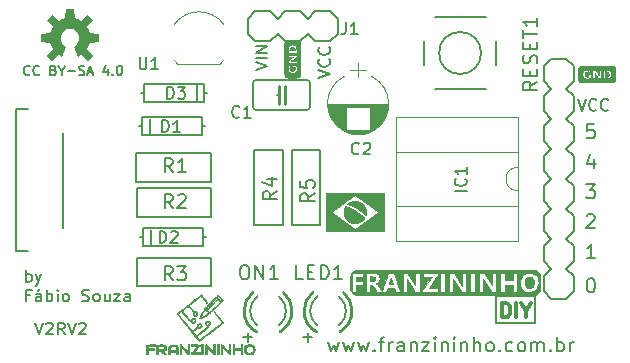
<source format=gto>
G04 #@! TF.GenerationSoftware,KiCad,Pcbnew,5.1.4-e60b266~84~ubuntu18.04.1*
G04 #@! TF.CreationDate,2019-08-28T22:05:50-03:00*
G04 #@! TF.ProjectId,Franzininho,4672616e-7a69-46e6-996e-686f2e6b6963,rev?*
G04 #@! TF.SameCoordinates,Original*
G04 #@! TF.FileFunction,Legend,Top*
G04 #@! TF.FilePolarity,Positive*
%FSLAX46Y46*%
G04 Gerber Fmt 4.6, Leading zero omitted, Abs format (unit mm)*
G04 Created by KiCad (PCBNEW 5.1.4-e60b266~84~ubuntu18.04.1) date 2019-08-28 22:05:50*
%MOMM*%
%LPD*%
G04 APERTURE LIST*
%ADD10C,0.152400*%
%ADD11C,0.200000*%
%ADD12C,0.300000*%
%ADD13C,0.182880*%
%ADD14C,0.127000*%
%ADD15C,0.254000*%
%ADD16C,0.203200*%
%ADD17C,0.100000*%
%ADD18C,0.120000*%
%ADD19C,0.010000*%
%ADD20C,0.150000*%
G04 APERTURE END LIST*
D10*
X171890725Y-100272857D02*
X171319297Y-100272857D01*
X171262154Y-100844285D01*
X171319297Y-100787142D01*
X171433582Y-100730000D01*
X171719297Y-100730000D01*
X171833582Y-100787142D01*
X171890725Y-100844285D01*
X171947868Y-100958571D01*
X171947868Y-101244285D01*
X171890725Y-101358571D01*
X171833582Y-101415714D01*
X171719297Y-101472857D01*
X171433582Y-101472857D01*
X171319297Y-101415714D01*
X171262154Y-101358571D01*
X171833582Y-103212857D02*
X171833582Y-104012857D01*
X171547868Y-102755714D02*
X171262154Y-103612857D01*
X172005011Y-103612857D01*
X171205011Y-105352857D02*
X171947868Y-105352857D01*
X171547868Y-105810000D01*
X171719297Y-105810000D01*
X171833582Y-105867142D01*
X171890725Y-105924285D01*
X171947868Y-106038571D01*
X171947868Y-106324285D01*
X171890725Y-106438571D01*
X171833582Y-106495714D01*
X171719297Y-106552857D01*
X171376440Y-106552857D01*
X171262154Y-106495714D01*
X171205011Y-106438571D01*
X171262154Y-108007142D02*
X171319297Y-107950000D01*
X171433582Y-107892857D01*
X171719297Y-107892857D01*
X171833582Y-107950000D01*
X171890725Y-108007142D01*
X171947868Y-108121428D01*
X171947868Y-108235714D01*
X171890725Y-108407142D01*
X171205011Y-109092857D01*
X171947868Y-109092857D01*
X171947868Y-111632857D02*
X171262154Y-111632857D01*
X171605011Y-111632857D02*
X171605011Y-110432857D01*
X171490725Y-110604285D01*
X171376440Y-110718571D01*
X171262154Y-110775714D01*
X123781155Y-113614580D02*
X123781155Y-112614580D01*
X123781155Y-112995533D02*
X123876393Y-112947914D01*
X124066869Y-112947914D01*
X124162107Y-112995533D01*
X124209726Y-113043152D01*
X124257345Y-113138390D01*
X124257345Y-113424104D01*
X124209726Y-113519342D01*
X124162107Y-113566961D01*
X124066869Y-113614580D01*
X123876393Y-113614580D01*
X123781155Y-113566961D01*
X124590679Y-112947914D02*
X124828774Y-113614580D01*
X125066869Y-112947914D02*
X124828774Y-113614580D01*
X124733536Y-113852676D01*
X124685917Y-113900295D01*
X124590679Y-113947914D01*
X124114488Y-114743171D02*
X123781155Y-114743171D01*
X123781155Y-115266980D02*
X123781155Y-114266980D01*
X124257345Y-114266980D01*
X125066869Y-115266980D02*
X125066869Y-114743171D01*
X125019250Y-114647933D01*
X124924012Y-114600314D01*
X124733536Y-114600314D01*
X124638298Y-114647933D01*
X125066869Y-115219361D02*
X124971631Y-115266980D01*
X124733536Y-115266980D01*
X124638298Y-115219361D01*
X124590679Y-115124123D01*
X124590679Y-115028885D01*
X124638298Y-114933647D01*
X124733536Y-114886028D01*
X124971631Y-114886028D01*
X125066869Y-114838409D01*
X124924012Y-114219361D02*
X124781155Y-114362219D01*
X125543060Y-115266980D02*
X125543060Y-114266980D01*
X125543060Y-114647933D02*
X125638298Y-114600314D01*
X125828774Y-114600314D01*
X125924012Y-114647933D01*
X125971631Y-114695552D01*
X126019250Y-114790790D01*
X126019250Y-115076504D01*
X125971631Y-115171742D01*
X125924012Y-115219361D01*
X125828774Y-115266980D01*
X125638298Y-115266980D01*
X125543060Y-115219361D01*
X126447821Y-115266980D02*
X126447821Y-114600314D01*
X126447821Y-114266980D02*
X126400202Y-114314600D01*
X126447821Y-114362219D01*
X126495440Y-114314600D01*
X126447821Y-114266980D01*
X126447821Y-114362219D01*
X127066869Y-115266980D02*
X126971631Y-115219361D01*
X126924012Y-115171742D01*
X126876393Y-115076504D01*
X126876393Y-114790790D01*
X126924012Y-114695552D01*
X126971631Y-114647933D01*
X127066869Y-114600314D01*
X127209726Y-114600314D01*
X127304964Y-114647933D01*
X127352583Y-114695552D01*
X127400202Y-114790790D01*
X127400202Y-115076504D01*
X127352583Y-115171742D01*
X127304964Y-115219361D01*
X127209726Y-115266980D01*
X127066869Y-115266980D01*
X128543060Y-115219361D02*
X128685917Y-115266980D01*
X128924012Y-115266980D01*
X129019250Y-115219361D01*
X129066869Y-115171742D01*
X129114488Y-115076504D01*
X129114488Y-114981266D01*
X129066869Y-114886028D01*
X129019250Y-114838409D01*
X128924012Y-114790790D01*
X128733536Y-114743171D01*
X128638298Y-114695552D01*
X128590679Y-114647933D01*
X128543060Y-114552695D01*
X128543060Y-114457457D01*
X128590679Y-114362219D01*
X128638298Y-114314600D01*
X128733536Y-114266980D01*
X128971631Y-114266980D01*
X129114488Y-114314600D01*
X129685917Y-115266980D02*
X129590679Y-115219361D01*
X129543060Y-115171742D01*
X129495440Y-115076504D01*
X129495440Y-114790790D01*
X129543060Y-114695552D01*
X129590679Y-114647933D01*
X129685917Y-114600314D01*
X129828774Y-114600314D01*
X129924012Y-114647933D01*
X129971631Y-114695552D01*
X130019250Y-114790790D01*
X130019250Y-115076504D01*
X129971631Y-115171742D01*
X129924012Y-115219361D01*
X129828774Y-115266980D01*
X129685917Y-115266980D01*
X130876393Y-114600314D02*
X130876393Y-115266980D01*
X130447821Y-114600314D02*
X130447821Y-115124123D01*
X130495440Y-115219361D01*
X130590679Y-115266980D01*
X130733536Y-115266980D01*
X130828774Y-115219361D01*
X130876393Y-115171742D01*
X131257345Y-114600314D02*
X131781155Y-114600314D01*
X131257345Y-115266980D01*
X131781155Y-115266980D01*
X132590679Y-115266980D02*
X132590679Y-114743171D01*
X132543060Y-114647933D01*
X132447821Y-114600314D01*
X132257345Y-114600314D01*
X132162107Y-114647933D01*
X132590679Y-115219361D02*
X132495440Y-115266980D01*
X132257345Y-115266980D01*
X132162107Y-115219361D01*
X132114488Y-115124123D01*
X132114488Y-115028885D01*
X132162107Y-114933647D01*
X132257345Y-114886028D01*
X132495440Y-114886028D01*
X132590679Y-114838409D01*
D11*
X166885620Y-117094000D02*
X166631620Y-117094000D01*
X166885620Y-114808000D02*
X166631620Y-114808000D01*
X166885620Y-117094000D02*
X166885620Y-114808000D01*
X163583620Y-114808000D02*
X166631620Y-114808000D01*
X163583620Y-117094000D02*
X166631620Y-117094000D01*
X163583620Y-114808000D02*
X163583620Y-117094000D01*
D12*
X164100014Y-116608157D02*
X164100014Y-115408157D01*
X164385728Y-115408157D01*
X164557157Y-115465300D01*
X164671442Y-115579585D01*
X164728585Y-115693871D01*
X164785728Y-115922442D01*
X164785728Y-116093871D01*
X164728585Y-116322442D01*
X164671442Y-116436728D01*
X164557157Y-116551014D01*
X164385728Y-116608157D01*
X164100014Y-116608157D01*
X165300014Y-116608157D02*
X165300014Y-115408157D01*
X166100014Y-116036728D02*
X166100014Y-116608157D01*
X165700014Y-115408157D02*
X166100014Y-116036728D01*
X166500014Y-115408157D01*
D13*
X124083491Y-96024714D02*
X124045395Y-96062809D01*
X123931110Y-96100904D01*
X123854919Y-96100904D01*
X123740633Y-96062809D01*
X123664443Y-95986619D01*
X123626348Y-95910428D01*
X123588252Y-95758047D01*
X123588252Y-95643761D01*
X123626348Y-95491380D01*
X123664443Y-95415190D01*
X123740633Y-95339000D01*
X123854919Y-95300904D01*
X123931110Y-95300904D01*
X124045395Y-95339000D01*
X124083491Y-95377095D01*
X124883491Y-96024714D02*
X124845395Y-96062809D01*
X124731110Y-96100904D01*
X124654919Y-96100904D01*
X124540633Y-96062809D01*
X124464443Y-95986619D01*
X124426348Y-95910428D01*
X124388252Y-95758047D01*
X124388252Y-95643761D01*
X124426348Y-95491380D01*
X124464443Y-95415190D01*
X124540633Y-95339000D01*
X124654919Y-95300904D01*
X124731110Y-95300904D01*
X124845395Y-95339000D01*
X124883491Y-95377095D01*
X126102538Y-95681857D02*
X126216824Y-95719952D01*
X126254919Y-95758047D01*
X126293014Y-95834238D01*
X126293014Y-95948523D01*
X126254919Y-96024714D01*
X126216824Y-96062809D01*
X126140633Y-96100904D01*
X125835872Y-96100904D01*
X125835872Y-95300904D01*
X126102538Y-95300904D01*
X126178729Y-95339000D01*
X126216824Y-95377095D01*
X126254919Y-95453285D01*
X126254919Y-95529476D01*
X126216824Y-95605666D01*
X126178729Y-95643761D01*
X126102538Y-95681857D01*
X125835872Y-95681857D01*
X126788252Y-95719952D02*
X126788252Y-96100904D01*
X126521586Y-95300904D02*
X126788252Y-95719952D01*
X127054919Y-95300904D01*
X127321586Y-95796142D02*
X127931110Y-95796142D01*
X128273967Y-96062809D02*
X128388252Y-96100904D01*
X128578729Y-96100904D01*
X128654919Y-96062809D01*
X128693014Y-96024714D01*
X128731110Y-95948523D01*
X128731110Y-95872333D01*
X128693014Y-95796142D01*
X128654919Y-95758047D01*
X128578729Y-95719952D01*
X128426348Y-95681857D01*
X128350157Y-95643761D01*
X128312062Y-95605666D01*
X128273967Y-95529476D01*
X128273967Y-95453285D01*
X128312062Y-95377095D01*
X128350157Y-95339000D01*
X128426348Y-95300904D01*
X128616824Y-95300904D01*
X128731110Y-95339000D01*
X129035872Y-95872333D02*
X129416824Y-95872333D01*
X128959681Y-96100904D02*
X129226348Y-95300904D01*
X129493014Y-96100904D01*
X130712062Y-95567571D02*
X130712062Y-96100904D01*
X130521586Y-95262809D02*
X130331110Y-95834238D01*
X130826348Y-95834238D01*
X131131110Y-96024714D02*
X131169205Y-96062809D01*
X131131110Y-96100904D01*
X131093014Y-96062809D01*
X131131110Y-96024714D01*
X131131110Y-96100904D01*
X131664443Y-95300904D02*
X131740633Y-95300904D01*
X131816824Y-95339000D01*
X131854919Y-95377095D01*
X131893014Y-95453285D01*
X131931110Y-95605666D01*
X131931110Y-95796142D01*
X131893014Y-95948523D01*
X131854919Y-96024714D01*
X131816824Y-96062809D01*
X131740633Y-96100904D01*
X131664443Y-96100904D01*
X131588252Y-96062809D01*
X131550157Y-96024714D01*
X131512062Y-95948523D01*
X131473967Y-95796142D01*
X131473967Y-95605666D01*
X131512062Y-95453285D01*
X131550157Y-95377095D01*
X131588252Y-95339000D01*
X131664443Y-95300904D01*
D10*
X170494035Y-98123380D02*
X170827368Y-99123380D01*
X171160701Y-98123380D01*
X172065463Y-99028142D02*
X172017844Y-99075761D01*
X171874987Y-99123380D01*
X171779749Y-99123380D01*
X171636892Y-99075761D01*
X171541654Y-98980523D01*
X171494035Y-98885285D01*
X171446416Y-98694809D01*
X171446416Y-98551952D01*
X171494035Y-98361476D01*
X171541654Y-98266238D01*
X171636892Y-98171000D01*
X171779749Y-98123380D01*
X171874987Y-98123380D01*
X172017844Y-98171000D01*
X172065463Y-98218619D01*
X173065463Y-99028142D02*
X173017844Y-99075761D01*
X172874987Y-99123380D01*
X172779749Y-99123380D01*
X172636892Y-99075761D01*
X172541654Y-98980523D01*
X172494035Y-98885285D01*
X172446416Y-98694809D01*
X172446416Y-98551952D01*
X172494035Y-98361476D01*
X172541654Y-98266238D01*
X172636892Y-98171000D01*
X172779749Y-98123380D01*
X172874987Y-98123380D01*
X173017844Y-98171000D01*
X173065463Y-98218619D01*
X171547868Y-113290357D02*
X171662154Y-113290357D01*
X171776440Y-113347500D01*
X171833582Y-113404642D01*
X171890725Y-113518928D01*
X171947868Y-113747500D01*
X171947868Y-114033214D01*
X171890725Y-114261785D01*
X171833582Y-114376071D01*
X171776440Y-114433214D01*
X171662154Y-114490357D01*
X171547868Y-114490357D01*
X171433582Y-114433214D01*
X171376440Y-114376071D01*
X171319297Y-114261785D01*
X171262154Y-114033214D01*
X171262154Y-113747500D01*
X171319297Y-113518928D01*
X171376440Y-113404642D01*
X171433582Y-113347500D01*
X171547868Y-113290357D01*
X124527298Y-117062380D02*
X124860631Y-118062380D01*
X125193964Y-117062380D01*
X125479679Y-117157619D02*
X125527298Y-117110000D01*
X125622536Y-117062380D01*
X125860631Y-117062380D01*
X125955869Y-117110000D01*
X126003488Y-117157619D01*
X126051107Y-117252857D01*
X126051107Y-117348095D01*
X126003488Y-117490952D01*
X125432060Y-118062380D01*
X126051107Y-118062380D01*
X127051107Y-118062380D02*
X126717774Y-117586190D01*
X126479679Y-118062380D02*
X126479679Y-117062380D01*
X126860631Y-117062380D01*
X126955869Y-117110000D01*
X127003488Y-117157619D01*
X127051107Y-117252857D01*
X127051107Y-117395714D01*
X127003488Y-117490952D01*
X126955869Y-117538571D01*
X126860631Y-117586190D01*
X126479679Y-117586190D01*
X127336821Y-117062380D02*
X127670155Y-118062380D01*
X128003488Y-117062380D01*
X128289202Y-117157619D02*
X128336821Y-117110000D01*
X128432060Y-117062380D01*
X128670155Y-117062380D01*
X128765393Y-117110000D01*
X128813012Y-117157619D01*
X128860631Y-117252857D01*
X128860631Y-117348095D01*
X128813012Y-117490952D01*
X128241583Y-118062380D01*
X128860631Y-118062380D01*
X149368488Y-118706857D02*
X149597060Y-119506857D01*
X149825631Y-118935428D01*
X150054202Y-119506857D01*
X150282774Y-118706857D01*
X150625631Y-118706857D02*
X150854202Y-119506857D01*
X151082774Y-118935428D01*
X151311345Y-119506857D01*
X151539917Y-118706857D01*
X151882774Y-118706857D02*
X152111345Y-119506857D01*
X152339917Y-118935428D01*
X152568488Y-119506857D01*
X152797060Y-118706857D01*
X153254202Y-119392571D02*
X153311345Y-119449714D01*
X153254202Y-119506857D01*
X153197060Y-119449714D01*
X153254202Y-119392571D01*
X153254202Y-119506857D01*
X153654202Y-118706857D02*
X154111345Y-118706857D01*
X153825631Y-119506857D02*
X153825631Y-118478285D01*
X153882774Y-118364000D01*
X153997060Y-118306857D01*
X154111345Y-118306857D01*
X154511345Y-119506857D02*
X154511345Y-118706857D01*
X154511345Y-118935428D02*
X154568488Y-118821142D01*
X154625631Y-118764000D01*
X154739917Y-118706857D01*
X154854202Y-118706857D01*
X155768488Y-119506857D02*
X155768488Y-118878285D01*
X155711345Y-118764000D01*
X155597060Y-118706857D01*
X155368488Y-118706857D01*
X155254202Y-118764000D01*
X155768488Y-119449714D02*
X155654202Y-119506857D01*
X155368488Y-119506857D01*
X155254202Y-119449714D01*
X155197060Y-119335428D01*
X155197060Y-119221142D01*
X155254202Y-119106857D01*
X155368488Y-119049714D01*
X155654202Y-119049714D01*
X155768488Y-118992571D01*
X156339917Y-118706857D02*
X156339917Y-119506857D01*
X156339917Y-118821142D02*
X156397060Y-118764000D01*
X156511345Y-118706857D01*
X156682774Y-118706857D01*
X156797060Y-118764000D01*
X156854202Y-118878285D01*
X156854202Y-119506857D01*
X157311345Y-118706857D02*
X157939917Y-118706857D01*
X157311345Y-119506857D01*
X157939917Y-119506857D01*
X158397060Y-119506857D02*
X158397060Y-118706857D01*
X158397060Y-118306857D02*
X158339917Y-118364000D01*
X158397060Y-118421142D01*
X158454202Y-118364000D01*
X158397060Y-118306857D01*
X158397060Y-118421142D01*
X158968488Y-118706857D02*
X158968488Y-119506857D01*
X158968488Y-118821142D02*
X159025631Y-118764000D01*
X159139917Y-118706857D01*
X159311345Y-118706857D01*
X159425631Y-118764000D01*
X159482774Y-118878285D01*
X159482774Y-119506857D01*
X160054202Y-119506857D02*
X160054202Y-118706857D01*
X160054202Y-118306857D02*
X159997060Y-118364000D01*
X160054202Y-118421142D01*
X160111345Y-118364000D01*
X160054202Y-118306857D01*
X160054202Y-118421142D01*
X160625631Y-118706857D02*
X160625631Y-119506857D01*
X160625631Y-118821142D02*
X160682774Y-118764000D01*
X160797060Y-118706857D01*
X160968488Y-118706857D01*
X161082774Y-118764000D01*
X161139917Y-118878285D01*
X161139917Y-119506857D01*
X161711345Y-119506857D02*
X161711345Y-118306857D01*
X162225631Y-119506857D02*
X162225631Y-118878285D01*
X162168488Y-118764000D01*
X162054202Y-118706857D01*
X161882774Y-118706857D01*
X161768488Y-118764000D01*
X161711345Y-118821142D01*
X162968488Y-119506857D02*
X162854202Y-119449714D01*
X162797060Y-119392571D01*
X162739917Y-119278285D01*
X162739917Y-118935428D01*
X162797060Y-118821142D01*
X162854202Y-118764000D01*
X162968488Y-118706857D01*
X163139917Y-118706857D01*
X163254202Y-118764000D01*
X163311345Y-118821142D01*
X163368488Y-118935428D01*
X163368488Y-119278285D01*
X163311345Y-119392571D01*
X163254202Y-119449714D01*
X163139917Y-119506857D01*
X162968488Y-119506857D01*
X163882774Y-119392571D02*
X163939917Y-119449714D01*
X163882774Y-119506857D01*
X163825631Y-119449714D01*
X163882774Y-119392571D01*
X163882774Y-119506857D01*
X164968488Y-119449714D02*
X164854202Y-119506857D01*
X164625631Y-119506857D01*
X164511345Y-119449714D01*
X164454202Y-119392571D01*
X164397060Y-119278285D01*
X164397060Y-118935428D01*
X164454202Y-118821142D01*
X164511345Y-118764000D01*
X164625631Y-118706857D01*
X164854202Y-118706857D01*
X164968488Y-118764000D01*
X165654202Y-119506857D02*
X165539917Y-119449714D01*
X165482774Y-119392571D01*
X165425631Y-119278285D01*
X165425631Y-118935428D01*
X165482774Y-118821142D01*
X165539917Y-118764000D01*
X165654202Y-118706857D01*
X165825631Y-118706857D01*
X165939917Y-118764000D01*
X165997060Y-118821142D01*
X166054202Y-118935428D01*
X166054202Y-119278285D01*
X165997060Y-119392571D01*
X165939917Y-119449714D01*
X165825631Y-119506857D01*
X165654202Y-119506857D01*
X166568488Y-119506857D02*
X166568488Y-118706857D01*
X166568488Y-118821142D02*
X166625631Y-118764000D01*
X166739917Y-118706857D01*
X166911345Y-118706857D01*
X167025631Y-118764000D01*
X167082774Y-118878285D01*
X167082774Y-119506857D01*
X167082774Y-118878285D02*
X167139917Y-118764000D01*
X167254202Y-118706857D01*
X167425631Y-118706857D01*
X167539917Y-118764000D01*
X167597060Y-118878285D01*
X167597060Y-119506857D01*
X168168488Y-119392571D02*
X168225631Y-119449714D01*
X168168488Y-119506857D01*
X168111345Y-119449714D01*
X168168488Y-119392571D01*
X168168488Y-119506857D01*
X168739917Y-119506857D02*
X168739917Y-118306857D01*
X168739917Y-118764000D02*
X168854202Y-118706857D01*
X169082774Y-118706857D01*
X169197060Y-118764000D01*
X169254202Y-118821142D01*
X169311345Y-118935428D01*
X169311345Y-119278285D01*
X169254202Y-119392571D01*
X169197060Y-119449714D01*
X169082774Y-119506857D01*
X168854202Y-119506857D01*
X168739917Y-119449714D01*
X169825631Y-119506857D02*
X169825631Y-118706857D01*
X169825631Y-118935428D02*
X169882774Y-118821142D01*
X169939917Y-118764000D01*
X170054202Y-118706857D01*
X170168488Y-118706857D01*
X148527230Y-96332964D02*
X149527230Y-95999631D01*
X148527230Y-95666298D01*
X149431992Y-94761536D02*
X149479611Y-94809155D01*
X149527230Y-94952012D01*
X149527230Y-95047250D01*
X149479611Y-95190107D01*
X149384373Y-95285345D01*
X149289135Y-95332964D01*
X149098659Y-95380583D01*
X148955802Y-95380583D01*
X148765326Y-95332964D01*
X148670088Y-95285345D01*
X148574850Y-95190107D01*
X148527230Y-95047250D01*
X148527230Y-94952012D01*
X148574850Y-94809155D01*
X148622469Y-94761536D01*
X149431992Y-93761536D02*
X149479611Y-93809155D01*
X149527230Y-93952012D01*
X149527230Y-94047250D01*
X149479611Y-94190107D01*
X149384373Y-94285345D01*
X149289135Y-94332964D01*
X149098659Y-94380583D01*
X148955802Y-94380583D01*
X148765326Y-94332964D01*
X148670088Y-94285345D01*
X148574850Y-94190107D01*
X148527230Y-94047250D01*
X148527230Y-93952012D01*
X148574850Y-93809155D01*
X148622469Y-93761536D01*
X143224380Y-95690701D02*
X144224380Y-95357368D01*
X143224380Y-95024035D01*
X144224380Y-94690701D02*
X143224380Y-94690701D01*
X144224380Y-94214511D02*
X143224380Y-94214511D01*
X144224380Y-93643082D01*
X143224380Y-93643082D01*
D14*
X142951200Y-118313200D02*
X142163800Y-118313200D01*
X142544800Y-118668800D02*
X142544800Y-117932200D01*
D15*
X146304000Y-116078000D02*
G75*
G02X145280200Y-117842300I-2032000J-56D01*
G01*
X145584600Y-114526800D02*
G75*
G02X146304000Y-116078000I-1312600J-1551163D01*
G01*
X142240000Y-116078000D02*
G75*
G03X143315800Y-117870900I2032000J60D01*
G01*
X142971100Y-114517000D02*
G75*
G03X142240000Y-116078000I1300900J-1560988D01*
G01*
D10*
X145796000Y-116078000D02*
G75*
G02X145207600Y-117281000I-1524000J8D01*
G01*
X145207600Y-114875000D02*
G75*
G02X145796000Y-116078000I-935600J-1203008D01*
G01*
X142748000Y-116078000D02*
G75*
G03X143357600Y-117297200I1524000J0D01*
G01*
X143386199Y-114837900D02*
G75*
G03X142748000Y-116078000I885801J-1240134D01*
G01*
D16*
X126952350Y-109018600D02*
X126952350Y-101018600D01*
X122952350Y-111018600D02*
X123952350Y-111018600D01*
X122952350Y-99018600D02*
X123952350Y-99018600D01*
X122952350Y-99018600D02*
X122952350Y-111018600D01*
X134340850Y-110449100D02*
X134340850Y-109179100D01*
X138785850Y-109814100D02*
X139039850Y-109814100D01*
X133705850Y-109814100D02*
X133451850Y-109814100D01*
X138785850Y-109814100D02*
X138785850Y-110576100D01*
X138785850Y-109052100D02*
X138785850Y-109814100D01*
X133705850Y-109052100D02*
X138785850Y-109052100D01*
X133705850Y-109814100D02*
X133705850Y-109052100D01*
X133705850Y-110576100D02*
X133705850Y-109814100D01*
X138785850Y-110576100D02*
X133705850Y-110576100D01*
X134241850Y-101087100D02*
X134241850Y-99817100D01*
X138686850Y-100452100D02*
X138940850Y-100452100D01*
X133606850Y-100452100D02*
X133352850Y-100452100D01*
X138686850Y-100452100D02*
X138686850Y-101214100D01*
X138686850Y-99690100D02*
X138686850Y-100452100D01*
X133606850Y-99690100D02*
X138686850Y-99690100D01*
X133606850Y-100452100D02*
X133606850Y-99690100D01*
X133606850Y-101214100D02*
X133606850Y-100452100D01*
X138686850Y-101214100D02*
X133606850Y-101214100D01*
D10*
X145161000Y-97790000D02*
X145034000Y-97790000D01*
D15*
X145161000Y-97790000D02*
X145161000Y-98552000D01*
X145161000Y-97028000D02*
X145161000Y-97790000D01*
X145669000Y-97790000D02*
X145669000Y-98552000D01*
X145669000Y-97790000D02*
X145669000Y-97028000D01*
D10*
X145796000Y-97790000D02*
X145669000Y-97790000D01*
X143256000Y-99060000D02*
G75*
G02X143002000Y-98806000I0J254000D01*
G01*
X147828000Y-98806000D02*
G75*
G02X147574000Y-99060000I-254000J0D01*
G01*
X143256000Y-96520000D02*
G75*
G03X143002000Y-96774000I0J-254000D01*
G01*
X147828000Y-96774000D02*
G75*
G03X147574000Y-96520000I-254000J0D01*
G01*
X143002000Y-96774000D02*
X143002000Y-98806000D01*
X147828000Y-96774000D02*
X147828000Y-98806000D01*
X147574000Y-99060000D02*
X143256000Y-99060000D01*
X143256000Y-96520000D02*
X147574000Y-96520000D01*
D16*
X139412350Y-105128100D02*
X133112350Y-105128100D01*
X139412350Y-102728100D02*
X139412350Y-105128100D01*
X133112350Y-102728100D02*
X139412350Y-102728100D01*
X133112350Y-105128100D02*
X133112350Y-102728100D01*
X139474850Y-108093100D02*
X133174850Y-108093100D01*
X139474850Y-105693100D02*
X139474850Y-108093100D01*
X133174850Y-105693100D02*
X139474850Y-105693100D01*
X133174850Y-108093100D02*
X133174850Y-105693100D01*
X133174850Y-111576000D02*
X139474850Y-111576000D01*
X133174850Y-113976000D02*
X133174850Y-111576000D01*
X139474850Y-113976000D02*
X133174850Y-113976000D01*
X139474850Y-111576000D02*
X139474850Y-113976000D01*
D14*
X148031200Y-118313200D02*
X147243800Y-118313200D01*
X147624800Y-118668800D02*
X147624800Y-117932200D01*
D15*
X151384000Y-116078000D02*
G75*
G02X150360200Y-117842300I-2032000J-56D01*
G01*
X150664600Y-114526800D02*
G75*
G02X151384000Y-116078000I-1312600J-1551163D01*
G01*
X147320000Y-116078000D02*
G75*
G03X148395800Y-117870900I2032000J60D01*
G01*
X148051100Y-114517000D02*
G75*
G03X147320000Y-116078000I1300900J-1560988D01*
G01*
D10*
X150876000Y-116078000D02*
G75*
G02X150287600Y-117281000I-1524000J8D01*
G01*
X150287600Y-114875000D02*
G75*
G02X150876000Y-116078000I-935600J-1203008D01*
G01*
X147828000Y-116078000D02*
G75*
G03X148437600Y-117297200I1524000J0D01*
G01*
X148466199Y-114837900D02*
G75*
G03X147828000Y-116078000I885801J-1240134D01*
G01*
D16*
X146285850Y-108773100D02*
X146285850Y-102473100D01*
X148685850Y-108773100D02*
X146285850Y-108773100D01*
X148685850Y-102473100D02*
X148685850Y-108773100D01*
X146285850Y-102473100D02*
X148685850Y-102473100D01*
X138221450Y-96975500D02*
X138221450Y-98245500D01*
X133776450Y-97610500D02*
X133522450Y-97610500D01*
X138856450Y-97610500D02*
X139110450Y-97610500D01*
X133776450Y-97610500D02*
X133776450Y-96848500D01*
X133776450Y-98372500D02*
X133776450Y-97610500D01*
X138856450Y-98372500D02*
X133776450Y-98372500D01*
X138856450Y-97610500D02*
X138856450Y-98372500D01*
X138856450Y-96848500D02*
X138856450Y-97610500D01*
X133776450Y-96848500D02*
X138856450Y-96848500D01*
X143120850Y-108773100D02*
X143120850Y-102473100D01*
X145520850Y-108773100D02*
X143120850Y-108773100D01*
X145520850Y-102473100D02*
X145520850Y-108773100D01*
X143120850Y-102473100D02*
X145520850Y-102473100D01*
X170149850Y-95346100D02*
X170149850Y-96616100D01*
X169514850Y-97251100D02*
X170149850Y-96616100D01*
X167609850Y-96616100D02*
X168244850Y-97251100D01*
X169514850Y-94711100D02*
X170149850Y-95346100D01*
X168244850Y-94711100D02*
X169514850Y-94711100D01*
X167609850Y-95346100D02*
X168244850Y-94711100D01*
X167609850Y-96616100D02*
X167609850Y-95346100D01*
X170149850Y-113126100D02*
X170149850Y-114396100D01*
X169514850Y-115031100D02*
X170149850Y-114396100D01*
X167609850Y-114396100D02*
X168244850Y-115031100D01*
X168244850Y-115031100D02*
X169514850Y-115031100D01*
X170149850Y-111856100D02*
X169514850Y-112491100D01*
X170149850Y-110586100D02*
X170149850Y-111856100D01*
X169514850Y-109951100D02*
X170149850Y-110586100D01*
X167609850Y-110586100D02*
X168244850Y-109951100D01*
X167609850Y-111856100D02*
X167609850Y-110586100D01*
X168244850Y-112491100D02*
X167609850Y-111856100D01*
X169514850Y-112491100D02*
X170149850Y-113126100D01*
X167609850Y-113126100D02*
X168244850Y-112491100D01*
X167609850Y-114396100D02*
X167609850Y-113126100D01*
X170149850Y-105506100D02*
X170149850Y-106776100D01*
X169514850Y-107411100D02*
X170149850Y-106776100D01*
X167609850Y-106776100D02*
X168244850Y-107411100D01*
X170149850Y-109316100D02*
X169514850Y-109951100D01*
X170149850Y-108046100D02*
X170149850Y-109316100D01*
X169514850Y-107411100D02*
X170149850Y-108046100D01*
X167609850Y-108046100D02*
X168244850Y-107411100D01*
X167609850Y-109316100D02*
X167609850Y-108046100D01*
X168244850Y-109951100D02*
X167609850Y-109316100D01*
X170149850Y-104236100D02*
X169514850Y-104871100D01*
X170149850Y-102966100D02*
X170149850Y-104236100D01*
X169514850Y-102331100D02*
X170149850Y-102966100D01*
X167609850Y-102966100D02*
X168244850Y-102331100D01*
X167609850Y-104236100D02*
X167609850Y-102966100D01*
X168244850Y-104871100D02*
X167609850Y-104236100D01*
X169514850Y-104871100D02*
X170149850Y-105506100D01*
X167609850Y-105506100D02*
X168244850Y-104871100D01*
X167609850Y-106776100D02*
X167609850Y-105506100D01*
X170149850Y-97886100D02*
X170149850Y-99156100D01*
X169514850Y-99791100D02*
X170149850Y-99156100D01*
X167609850Y-99156100D02*
X168244850Y-99791100D01*
X170149850Y-101696100D02*
X169514850Y-102331100D01*
X170149850Y-100426100D02*
X170149850Y-101696100D01*
X169514850Y-99791100D02*
X170149850Y-100426100D01*
X167609850Y-100426100D02*
X168244850Y-99791100D01*
X167609850Y-101696100D02*
X167609850Y-100426100D01*
X168244850Y-102331100D02*
X167609850Y-101696100D01*
X169514850Y-97251100D02*
X170149850Y-97886100D01*
X167609850Y-97886100D02*
X168244850Y-97251100D01*
X167609850Y-99156100D02*
X167609850Y-97886100D01*
D17*
G36*
X128165800Y-94552000D02*
G01*
X128418800Y-94421600D01*
X129047200Y-94934000D01*
X129478000Y-94503200D01*
X128965600Y-93874800D01*
X129182700Y-93350600D01*
X129989400Y-93268700D01*
X129989400Y-92659300D01*
X129182700Y-92577400D01*
X129095930Y-92306280D01*
X128965600Y-92053200D01*
X129478000Y-91424800D01*
X129047200Y-90994000D01*
X128418800Y-91506400D01*
X128165720Y-91376070D01*
X127894600Y-91289300D01*
X127812700Y-90482600D01*
X127203300Y-90482600D01*
X127121400Y-91289300D01*
X126850280Y-91376070D01*
X126597200Y-91506400D01*
X125968800Y-90994000D01*
X125538000Y-91424800D01*
X126050400Y-92053200D01*
X125833300Y-92577400D01*
X125026600Y-92659300D01*
X125026600Y-93268700D01*
X125833300Y-93350600D01*
X126050400Y-93874800D01*
X125538000Y-94503200D01*
X125968800Y-94934000D01*
X126597200Y-94421600D01*
X126720996Y-94492046D01*
X126850200Y-94552000D01*
X127209000Y-93685800D01*
X127012336Y-93567940D01*
X126858359Y-93398061D01*
X126760332Y-93190796D01*
X126726700Y-92964000D01*
X126749090Y-92778301D01*
X126814975Y-92603246D01*
X126920580Y-92448867D01*
X127059853Y-92324013D01*
X127224809Y-92235839D01*
X127405996Y-92189400D01*
X127593029Y-92187357D01*
X127775187Y-92229827D01*
X127942030Y-92314376D01*
X128083996Y-92436158D01*
X128192949Y-92588193D01*
X128262643Y-92761767D01*
X128289084Y-92946933D01*
X128270756Y-93133076D01*
X128208710Y-93309529D01*
X128106503Y-93466178D01*
X127807000Y-93685800D01*
X128165800Y-94552000D01*
G37*
D16*
X142542350Y-92611100D02*
X142542350Y-91341100D01*
X148257350Y-90706100D02*
X149527350Y-90706100D01*
X150162350Y-91341100D02*
X149527350Y-90706100D01*
X149527350Y-93246100D02*
X150162350Y-92611100D01*
X150162350Y-92611100D02*
X150162350Y-91341100D01*
X146987350Y-90706100D02*
X147622350Y-91341100D01*
X145717350Y-90706100D02*
X146987350Y-90706100D01*
X145082350Y-91341100D02*
X145717350Y-90706100D01*
X145717350Y-93246100D02*
X145082350Y-92611100D01*
X146987350Y-93246100D02*
X145717350Y-93246100D01*
X147622350Y-92611100D02*
X146987350Y-93246100D01*
X147622350Y-91341100D02*
X148257350Y-90706100D01*
X148257350Y-93246100D02*
X147622350Y-92611100D01*
X149527350Y-93246100D02*
X148257350Y-93246100D01*
X144447350Y-90706100D02*
X145082350Y-91341100D01*
X143177350Y-90706100D02*
X144447350Y-90706100D01*
X142542350Y-91341100D02*
X143177350Y-90706100D01*
X143177350Y-93246100D02*
X142542350Y-92611100D01*
X144447350Y-93246100D02*
X143177350Y-93246100D01*
X145082350Y-92611100D02*
X144447350Y-93246100D01*
X158369000Y-97282000D02*
X162687000Y-97282000D01*
X162687000Y-91186000D02*
X158369000Y-91186000D01*
X157480000Y-95232000D02*
X157480000Y-93218000D01*
X163576000Y-95262000D02*
X163576000Y-93218000D01*
X162306000Y-94234000D02*
G75*
G03X162306000Y-94234000I-1778000J0D01*
G01*
D18*
X140559301Y-94803965D02*
G75*
G02X140230000Y-95195000I-2129301J1458965D01*
G01*
X140570193Y-91868663D02*
G75*
G03X138430000Y-90745000I-2140193J-1476337D01*
G01*
X136289807Y-91868663D02*
G75*
G02X138430000Y-90745000I2140193J-1476337D01*
G01*
X136310283Y-94817855D02*
G75*
G03X136630000Y-95195000I2119717J1472855D01*
G01*
X136630000Y-95195000D02*
X140230000Y-95195000D01*
X165474000Y-110152000D02*
X165474000Y-99652000D01*
X155074000Y-110152000D02*
X165474000Y-110152000D01*
X155074000Y-99652000D02*
X155074000Y-110152000D01*
X165474000Y-99652000D02*
X155074000Y-99652000D01*
X165414000Y-107152000D02*
X165414000Y-105902000D01*
X155134000Y-107152000D02*
X165414000Y-107152000D01*
X155134000Y-102652000D02*
X155134000Y-107152000D01*
X165414000Y-102652000D02*
X155134000Y-102652000D01*
X165414000Y-103902000D02*
X165414000Y-102652000D01*
X165414000Y-105902000D02*
G75*
G02X165414000Y-103902000I0J1000000D01*
G01*
D19*
G36*
X153196415Y-113160024D02*
G01*
X153288130Y-113224949D01*
X153326813Y-113319140D01*
X153305229Y-113431127D01*
X153276416Y-113480761D01*
X153211791Y-113538012D01*
X153111749Y-113558558D01*
X153082388Y-113559166D01*
X152943278Y-113559166D01*
X152943278Y-113135833D01*
X153058900Y-113135833D01*
X153196415Y-113160024D01*
X153196415Y-113160024D01*
G37*
X153196415Y-113160024D02*
X153288130Y-113224949D01*
X153326813Y-113319140D01*
X153305229Y-113431127D01*
X153276416Y-113480761D01*
X153211791Y-113538012D01*
X153111749Y-113558558D01*
X153082388Y-113559166D01*
X152943278Y-113559166D01*
X152943278Y-113135833D01*
X153058900Y-113135833D01*
X153196415Y-113160024D01*
G36*
X154679537Y-113313755D02*
G01*
X154714730Y-113376552D01*
X154760336Y-113493665D01*
X154764021Y-113504302D01*
X154805103Y-113627386D01*
X154835096Y-113724166D01*
X154848131Y-113775599D01*
X154848278Y-113777705D01*
X154816539Y-113793911D01*
X154735392Y-113804196D01*
X154671889Y-113806111D01*
X154571232Y-113803930D01*
X154507370Y-113798353D01*
X154495500Y-113793995D01*
X154506009Y-113756887D01*
X154532811Y-113674159D01*
X154568815Y-113566758D01*
X154606930Y-113455632D01*
X154640066Y-113361729D01*
X154658570Y-113312222D01*
X154679537Y-113313755D01*
X154679537Y-113313755D01*
G37*
X154679537Y-113313755D02*
X154714730Y-113376552D01*
X154760336Y-113493665D01*
X154764021Y-113504302D01*
X154805103Y-113627386D01*
X154835096Y-113724166D01*
X154848131Y-113775599D01*
X154848278Y-113777705D01*
X154816539Y-113793911D01*
X154735392Y-113804196D01*
X154671889Y-113806111D01*
X154571232Y-113803930D01*
X154507370Y-113798353D01*
X154495500Y-113793995D01*
X154506009Y-113756887D01*
X154532811Y-113674159D01*
X154568815Y-113566758D01*
X154606930Y-113455632D01*
X154640066Y-113361729D01*
X154658570Y-113312222D01*
X154679537Y-113313755D01*
G36*
X166517270Y-113184710D02*
G01*
X166606553Y-113236700D01*
X166650914Y-113279260D01*
X166702956Y-113338707D01*
X166733872Y-113396278D01*
X166749116Y-113472554D01*
X166754141Y-113588118D01*
X166754528Y-113670210D01*
X166753101Y-113812275D01*
X166744853Y-113903712D01*
X166723834Y-113964441D01*
X166684095Y-114014383D01*
X166639318Y-114055949D01*
X166504639Y-114136352D01*
X166356491Y-114159937D01*
X166215643Y-114124664D01*
X166176567Y-114101361D01*
X166084656Y-113998791D01*
X166021513Y-113850333D01*
X165996179Y-113677839D01*
X165996055Y-113665000D01*
X166020994Y-113468592D01*
X166092962Y-113317651D01*
X166207689Y-113217358D01*
X166360905Y-113172898D01*
X166402999Y-113171111D01*
X166517270Y-113184710D01*
X166517270Y-113184710D01*
G37*
X166517270Y-113184710D02*
X166606553Y-113236700D01*
X166650914Y-113279260D01*
X166702956Y-113338707D01*
X166733872Y-113396278D01*
X166749116Y-113472554D01*
X166754141Y-113588118D01*
X166754528Y-113670210D01*
X166753101Y-113812275D01*
X166744853Y-113903712D01*
X166723834Y-113964441D01*
X166684095Y-114014383D01*
X166639318Y-114055949D01*
X166504639Y-114136352D01*
X166356491Y-114159937D01*
X166215643Y-114124664D01*
X166176567Y-114101361D01*
X166084656Y-113998791D01*
X166021513Y-113850333D01*
X165996179Y-113677839D01*
X165996055Y-113665000D01*
X166020994Y-113468592D01*
X166092962Y-113317651D01*
X166207689Y-113217358D01*
X166360905Y-113172898D01*
X166402999Y-113171111D01*
X166517270Y-113184710D01*
G36*
X167026152Y-112670181D02*
G01*
X167132688Y-112756492D01*
X167225890Y-112863801D01*
X167237819Y-112881847D01*
X167266492Y-112931561D01*
X167287485Y-112982516D01*
X167301990Y-113046218D01*
X167311198Y-113134172D01*
X167316304Y-113257883D01*
X167318497Y-113428859D01*
X167318972Y-113658604D01*
X167318972Y-113665000D01*
X167318524Y-113896312D01*
X167316386Y-114068576D01*
X167311366Y-114193298D01*
X167302271Y-114281983D01*
X167287909Y-114346136D01*
X167267087Y-114397264D01*
X167238614Y-114446872D01*
X167237819Y-114448152D01*
X167151508Y-114554688D01*
X167044199Y-114647890D01*
X167026152Y-114659819D01*
X166895639Y-114740972D01*
X159328555Y-114746774D01*
X158461482Y-114747283D01*
X157637173Y-114747455D01*
X156857520Y-114747295D01*
X156124415Y-114746812D01*
X155439748Y-114746010D01*
X154805411Y-114744898D01*
X154223294Y-114743482D01*
X153695291Y-114741768D01*
X153223290Y-114739764D01*
X152809184Y-114737475D01*
X152454865Y-114734910D01*
X152162222Y-114732074D01*
X151933147Y-114728975D01*
X151769533Y-114725619D01*
X151673268Y-114722013D01*
X151647045Y-114719365D01*
X151512933Y-114650408D01*
X151386420Y-114534372D01*
X151348628Y-114480076D01*
X163949944Y-114480076D01*
X164135153Y-114469413D01*
X164320361Y-114458750D01*
X164330554Y-114150069D01*
X164340747Y-113841389D01*
X164973000Y-113841389D01*
X164973000Y-114476389D01*
X165361055Y-114476389D01*
X165361055Y-113682469D01*
X165599556Y-113682469D01*
X165620990Y-113897137D01*
X165689367Y-114095896D01*
X165805686Y-114264434D01*
X165867729Y-114321687D01*
X166067137Y-114438518D01*
X166289842Y-114494692D01*
X166520782Y-114488765D01*
X166744892Y-114419296D01*
X166768138Y-114407888D01*
X166935508Y-114284994D01*
X167062720Y-114115564D01*
X167145970Y-113913533D01*
X167181452Y-113692836D01*
X167165361Y-113467406D01*
X167093891Y-113251180D01*
X167087517Y-113238326D01*
X166959747Y-113058415D01*
X166790806Y-112927596D01*
X166593084Y-112849037D01*
X166378975Y-112825906D01*
X166160868Y-112861370D01*
X165963305Y-112950947D01*
X165806941Y-113086131D01*
X165693530Y-113262654D01*
X165624069Y-113466204D01*
X165599556Y-113682469D01*
X165361055Y-113682469D01*
X165361055Y-112853611D01*
X164973000Y-112853611D01*
X164973000Y-113488611D01*
X164340747Y-113488611D01*
X164330554Y-113179930D01*
X164320361Y-112871250D01*
X164135153Y-112860587D01*
X163949944Y-112849924D01*
X163949944Y-114480076D01*
X151348628Y-114480076D01*
X151288351Y-114393478D01*
X151248436Y-114294398D01*
X151232795Y-114193267D01*
X151222656Y-114032739D01*
X151218448Y-113823790D01*
X151220550Y-113579771D01*
X151225769Y-113363891D01*
X151232241Y-113205809D01*
X151241663Y-113092770D01*
X151255733Y-113012016D01*
X151276149Y-112950792D01*
X151304610Y-112896342D01*
X151313459Y-112881847D01*
X151336334Y-112853611D01*
X151355778Y-112853611D01*
X151355778Y-114476389D01*
X151743833Y-114476389D01*
X151743833Y-113841389D01*
X152273000Y-113841389D01*
X152273000Y-113523889D01*
X151743833Y-113523889D01*
X151743833Y-113171111D01*
X152308278Y-113171111D01*
X152308278Y-112853611D01*
X152555222Y-112853611D01*
X152555222Y-114476389D01*
X152943278Y-114476389D01*
X152943278Y-113871980D01*
X153039945Y-113883142D01*
X153093351Y-113899531D01*
X153146982Y-113943068D01*
X153210940Y-114024941D01*
X153295325Y-114156336D01*
X153313348Y-114185919D01*
X153490083Y-114477532D01*
X154298097Y-114458750D01*
X154350485Y-114289860D01*
X154402874Y-114120971D01*
X154686228Y-114131110D01*
X154969583Y-114141250D01*
X155016814Y-114308819D01*
X155064045Y-114476389D01*
X155277436Y-114476389D01*
X155398000Y-114472866D01*
X155459840Y-114460382D01*
X155474523Y-114436065D01*
X155472262Y-114428011D01*
X155455477Y-114382023D01*
X155418615Y-114279662D01*
X155365290Y-114131013D01*
X155299119Y-113946160D01*
X155223716Y-113735188D01*
X155181385Y-113616622D01*
X154909073Y-112853611D01*
X155659667Y-112853611D01*
X155659667Y-114476389D01*
X156012444Y-114476389D01*
X156014242Y-113365139D01*
X156374940Y-113919556D01*
X156735639Y-114473974D01*
X156938486Y-114475181D01*
X157141333Y-114476389D01*
X157141333Y-114403416D01*
X157319131Y-114403416D01*
X157336645Y-114447883D01*
X157341241Y-114452870D01*
X157382420Y-114460347D01*
X157482582Y-114466843D01*
X157630155Y-114471952D01*
X157813568Y-114475268D01*
X158011518Y-114476389D01*
X158658278Y-114476389D01*
X158658278Y-114158889D01*
X158270222Y-114158889D01*
X158114283Y-114157373D01*
X157988262Y-114153264D01*
X157906398Y-114147218D01*
X157882167Y-114141016D01*
X157901942Y-114108211D01*
X157956954Y-114027694D01*
X158040729Y-113908660D01*
X158146795Y-113760303D01*
X158268681Y-113591821D01*
X158270222Y-113589702D01*
X158423643Y-113374963D01*
X158535614Y-113208921D01*
X158609619Y-113085875D01*
X158649143Y-113000126D01*
X158658278Y-112954935D01*
X158658278Y-112853611D01*
X158869944Y-112853611D01*
X158869944Y-114476389D01*
X159258000Y-114476389D01*
X159258000Y-112853611D01*
X159575500Y-112853611D01*
X159575500Y-114476389D01*
X159963555Y-114476389D01*
X159964248Y-113938402D01*
X159964941Y-113400416D01*
X160318722Y-113938402D01*
X160672503Y-114476389D01*
X161057167Y-114476389D01*
X161057167Y-112853611D01*
X161409944Y-112853611D01*
X161409944Y-114476389D01*
X161798000Y-114476389D01*
X161798000Y-112853611D01*
X162115500Y-112853611D01*
X162115500Y-114476389D01*
X162503555Y-114476389D01*
X162504041Y-113938402D01*
X162504526Y-113400416D01*
X162855609Y-113938402D01*
X163206691Y-114476389D01*
X163597167Y-114476389D01*
X163597167Y-112853611D01*
X163246226Y-112853611D01*
X163236488Y-113385758D01*
X163226750Y-113917906D01*
X162879337Y-113385758D01*
X162531923Y-112853611D01*
X162115500Y-112853611D01*
X161798000Y-112853611D01*
X161409944Y-112853611D01*
X161057167Y-112853611D01*
X160704389Y-112853611D01*
X160703003Y-113929583D01*
X159995441Y-112853611D01*
X159575500Y-112853611D01*
X159258000Y-112853611D01*
X158869944Y-112853611D01*
X158658278Y-112853611D01*
X157388278Y-112853611D01*
X157388278Y-113168724D01*
X158133524Y-113188750D01*
X157725623Y-113732744D01*
X157566862Y-113948365D01*
X157450308Y-114116731D01*
X157372486Y-114244353D01*
X157329919Y-114337743D01*
X157319131Y-114403416D01*
X157141333Y-114403416D01*
X157141333Y-112853611D01*
X156753278Y-112853611D01*
X156752446Y-113373958D01*
X156751615Y-113894305D01*
X156410208Y-113373958D01*
X156068802Y-112853611D01*
X155659667Y-112853611D01*
X154909073Y-112853611D01*
X154688422Y-112853611D01*
X154560685Y-112857594D01*
X154486719Y-112872311D01*
X154450045Y-112901914D01*
X154443441Y-112915347D01*
X154424125Y-112966846D01*
X154384952Y-113073164D01*
X154330135Y-113222800D01*
X154263889Y-113404250D01*
X154190425Y-113606012D01*
X154188218Y-113612083D01*
X154113983Y-113816089D01*
X154046277Y-114001863D01*
X153989480Y-114157413D01*
X153947968Y-114270750D01*
X153926121Y-114329883D01*
X153926015Y-114330164D01*
X153908483Y-114365464D01*
X153886370Y-114370235D01*
X153851098Y-114336871D01*
X153794089Y-114257769D01*
X153722960Y-114150156D01*
X153635644Y-114021611D01*
X153552822Y-113908616D01*
X153488567Y-113830099D01*
X153473493Y-113814660D01*
X153421690Y-113762912D01*
X153420446Y-113738077D01*
X153467836Y-113719379D01*
X153537436Y-113677916D01*
X153616201Y-113605196D01*
X153629645Y-113589852D01*
X153690710Y-113495598D01*
X153716396Y-113385877D01*
X153719389Y-113308274D01*
X153704110Y-113154682D01*
X153653878Y-113037367D01*
X153562099Y-112952470D01*
X153422180Y-112896131D01*
X153227527Y-112864492D01*
X152971546Y-112853693D01*
X152942564Y-112853611D01*
X152555222Y-112853611D01*
X152308278Y-112853611D01*
X151355778Y-112853611D01*
X151336334Y-112853611D01*
X151399770Y-112775311D01*
X151507079Y-112682110D01*
X151525125Y-112670181D01*
X151655639Y-112589027D01*
X166895639Y-112589027D01*
X167026152Y-112670181D01*
X167026152Y-112670181D01*
G37*
X167026152Y-112670181D02*
X167132688Y-112756492D01*
X167225890Y-112863801D01*
X167237819Y-112881847D01*
X167266492Y-112931561D01*
X167287485Y-112982516D01*
X167301990Y-113046218D01*
X167311198Y-113134172D01*
X167316304Y-113257883D01*
X167318497Y-113428859D01*
X167318972Y-113658604D01*
X167318972Y-113665000D01*
X167318524Y-113896312D01*
X167316386Y-114068576D01*
X167311366Y-114193298D01*
X167302271Y-114281983D01*
X167287909Y-114346136D01*
X167267087Y-114397264D01*
X167238614Y-114446872D01*
X167237819Y-114448152D01*
X167151508Y-114554688D01*
X167044199Y-114647890D01*
X167026152Y-114659819D01*
X166895639Y-114740972D01*
X159328555Y-114746774D01*
X158461482Y-114747283D01*
X157637173Y-114747455D01*
X156857520Y-114747295D01*
X156124415Y-114746812D01*
X155439748Y-114746010D01*
X154805411Y-114744898D01*
X154223294Y-114743482D01*
X153695291Y-114741768D01*
X153223290Y-114739764D01*
X152809184Y-114737475D01*
X152454865Y-114734910D01*
X152162222Y-114732074D01*
X151933147Y-114728975D01*
X151769533Y-114725619D01*
X151673268Y-114722013D01*
X151647045Y-114719365D01*
X151512933Y-114650408D01*
X151386420Y-114534372D01*
X151348628Y-114480076D01*
X163949944Y-114480076D01*
X164135153Y-114469413D01*
X164320361Y-114458750D01*
X164330554Y-114150069D01*
X164340747Y-113841389D01*
X164973000Y-113841389D01*
X164973000Y-114476389D01*
X165361055Y-114476389D01*
X165361055Y-113682469D01*
X165599556Y-113682469D01*
X165620990Y-113897137D01*
X165689367Y-114095896D01*
X165805686Y-114264434D01*
X165867729Y-114321687D01*
X166067137Y-114438518D01*
X166289842Y-114494692D01*
X166520782Y-114488765D01*
X166744892Y-114419296D01*
X166768138Y-114407888D01*
X166935508Y-114284994D01*
X167062720Y-114115564D01*
X167145970Y-113913533D01*
X167181452Y-113692836D01*
X167165361Y-113467406D01*
X167093891Y-113251180D01*
X167087517Y-113238326D01*
X166959747Y-113058415D01*
X166790806Y-112927596D01*
X166593084Y-112849037D01*
X166378975Y-112825906D01*
X166160868Y-112861370D01*
X165963305Y-112950947D01*
X165806941Y-113086131D01*
X165693530Y-113262654D01*
X165624069Y-113466204D01*
X165599556Y-113682469D01*
X165361055Y-113682469D01*
X165361055Y-112853611D01*
X164973000Y-112853611D01*
X164973000Y-113488611D01*
X164340747Y-113488611D01*
X164330554Y-113179930D01*
X164320361Y-112871250D01*
X164135153Y-112860587D01*
X163949944Y-112849924D01*
X163949944Y-114480076D01*
X151348628Y-114480076D01*
X151288351Y-114393478D01*
X151248436Y-114294398D01*
X151232795Y-114193267D01*
X151222656Y-114032739D01*
X151218448Y-113823790D01*
X151220550Y-113579771D01*
X151225769Y-113363891D01*
X151232241Y-113205809D01*
X151241663Y-113092770D01*
X151255733Y-113012016D01*
X151276149Y-112950792D01*
X151304610Y-112896342D01*
X151313459Y-112881847D01*
X151336334Y-112853611D01*
X151355778Y-112853611D01*
X151355778Y-114476389D01*
X151743833Y-114476389D01*
X151743833Y-113841389D01*
X152273000Y-113841389D01*
X152273000Y-113523889D01*
X151743833Y-113523889D01*
X151743833Y-113171111D01*
X152308278Y-113171111D01*
X152308278Y-112853611D01*
X152555222Y-112853611D01*
X152555222Y-114476389D01*
X152943278Y-114476389D01*
X152943278Y-113871980D01*
X153039945Y-113883142D01*
X153093351Y-113899531D01*
X153146982Y-113943068D01*
X153210940Y-114024941D01*
X153295325Y-114156336D01*
X153313348Y-114185919D01*
X153490083Y-114477532D01*
X154298097Y-114458750D01*
X154350485Y-114289860D01*
X154402874Y-114120971D01*
X154686228Y-114131110D01*
X154969583Y-114141250D01*
X155016814Y-114308819D01*
X155064045Y-114476389D01*
X155277436Y-114476389D01*
X155398000Y-114472866D01*
X155459840Y-114460382D01*
X155474523Y-114436065D01*
X155472262Y-114428011D01*
X155455477Y-114382023D01*
X155418615Y-114279662D01*
X155365290Y-114131013D01*
X155299119Y-113946160D01*
X155223716Y-113735188D01*
X155181385Y-113616622D01*
X154909073Y-112853611D01*
X155659667Y-112853611D01*
X155659667Y-114476389D01*
X156012444Y-114476389D01*
X156014242Y-113365139D01*
X156374940Y-113919556D01*
X156735639Y-114473974D01*
X156938486Y-114475181D01*
X157141333Y-114476389D01*
X157141333Y-114403416D01*
X157319131Y-114403416D01*
X157336645Y-114447883D01*
X157341241Y-114452870D01*
X157382420Y-114460347D01*
X157482582Y-114466843D01*
X157630155Y-114471952D01*
X157813568Y-114475268D01*
X158011518Y-114476389D01*
X158658278Y-114476389D01*
X158658278Y-114158889D01*
X158270222Y-114158889D01*
X158114283Y-114157373D01*
X157988262Y-114153264D01*
X157906398Y-114147218D01*
X157882167Y-114141016D01*
X157901942Y-114108211D01*
X157956954Y-114027694D01*
X158040729Y-113908660D01*
X158146795Y-113760303D01*
X158268681Y-113591821D01*
X158270222Y-113589702D01*
X158423643Y-113374963D01*
X158535614Y-113208921D01*
X158609619Y-113085875D01*
X158649143Y-113000126D01*
X158658278Y-112954935D01*
X158658278Y-112853611D01*
X158869944Y-112853611D01*
X158869944Y-114476389D01*
X159258000Y-114476389D01*
X159258000Y-112853611D01*
X159575500Y-112853611D01*
X159575500Y-114476389D01*
X159963555Y-114476389D01*
X159964248Y-113938402D01*
X159964941Y-113400416D01*
X160318722Y-113938402D01*
X160672503Y-114476389D01*
X161057167Y-114476389D01*
X161057167Y-112853611D01*
X161409944Y-112853611D01*
X161409944Y-114476389D01*
X161798000Y-114476389D01*
X161798000Y-112853611D01*
X162115500Y-112853611D01*
X162115500Y-114476389D01*
X162503555Y-114476389D01*
X162504041Y-113938402D01*
X162504526Y-113400416D01*
X162855609Y-113938402D01*
X163206691Y-114476389D01*
X163597167Y-114476389D01*
X163597167Y-112853611D01*
X163246226Y-112853611D01*
X163236488Y-113385758D01*
X163226750Y-113917906D01*
X162879337Y-113385758D01*
X162531923Y-112853611D01*
X162115500Y-112853611D01*
X161798000Y-112853611D01*
X161409944Y-112853611D01*
X161057167Y-112853611D01*
X160704389Y-112853611D01*
X160703003Y-113929583D01*
X159995441Y-112853611D01*
X159575500Y-112853611D01*
X159258000Y-112853611D01*
X158869944Y-112853611D01*
X158658278Y-112853611D01*
X157388278Y-112853611D01*
X157388278Y-113168724D01*
X158133524Y-113188750D01*
X157725623Y-113732744D01*
X157566862Y-113948365D01*
X157450308Y-114116731D01*
X157372486Y-114244353D01*
X157329919Y-114337743D01*
X157319131Y-114403416D01*
X157141333Y-114403416D01*
X157141333Y-112853611D01*
X156753278Y-112853611D01*
X156752446Y-113373958D01*
X156751615Y-113894305D01*
X156410208Y-113373958D01*
X156068802Y-112853611D01*
X155659667Y-112853611D01*
X154909073Y-112853611D01*
X154688422Y-112853611D01*
X154560685Y-112857594D01*
X154486719Y-112872311D01*
X154450045Y-112901914D01*
X154443441Y-112915347D01*
X154424125Y-112966846D01*
X154384952Y-113073164D01*
X154330135Y-113222800D01*
X154263889Y-113404250D01*
X154190425Y-113606012D01*
X154188218Y-113612083D01*
X154113983Y-113816089D01*
X154046277Y-114001863D01*
X153989480Y-114157413D01*
X153947968Y-114270750D01*
X153926121Y-114329883D01*
X153926015Y-114330164D01*
X153908483Y-114365464D01*
X153886370Y-114370235D01*
X153851098Y-114336871D01*
X153794089Y-114257769D01*
X153722960Y-114150156D01*
X153635644Y-114021611D01*
X153552822Y-113908616D01*
X153488567Y-113830099D01*
X153473493Y-113814660D01*
X153421690Y-113762912D01*
X153420446Y-113738077D01*
X153467836Y-113719379D01*
X153537436Y-113677916D01*
X153616201Y-113605196D01*
X153629645Y-113589852D01*
X153690710Y-113495598D01*
X153716396Y-113385877D01*
X153719389Y-113308274D01*
X153704110Y-113154682D01*
X153653878Y-113037367D01*
X153562099Y-112952470D01*
X153422180Y-112896131D01*
X153227527Y-112864492D01*
X152971546Y-112853693D01*
X152942564Y-112853611D01*
X152555222Y-112853611D01*
X152308278Y-112853611D01*
X151355778Y-112853611D01*
X151336334Y-112853611D01*
X151399770Y-112775311D01*
X151507079Y-112682110D01*
X151525125Y-112670181D01*
X151655639Y-112589027D01*
X166895639Y-112589027D01*
X167026152Y-112670181D01*
G36*
X151771119Y-106766929D02*
G01*
X151828949Y-106778033D01*
X151892375Y-106795380D01*
X151957065Y-106817368D01*
X152018685Y-106842393D01*
X152072902Y-106868851D01*
X152113056Y-106893462D01*
X152129915Y-106904511D01*
X152140982Y-106910041D01*
X152141896Y-106910188D01*
X152153820Y-106915662D01*
X152174288Y-106930671D01*
X152201070Y-106953091D01*
X152231934Y-106980799D01*
X152264649Y-107011671D01*
X152296983Y-107043585D01*
X152326705Y-107074416D01*
X152351584Y-107102043D01*
X152369389Y-107124341D01*
X152373708Y-107130770D01*
X152388320Y-107152093D01*
X152401242Y-107168431D01*
X152415634Y-107188934D01*
X152433746Y-107220818D01*
X152453905Y-107260534D01*
X152474436Y-107304534D01*
X152493665Y-107349269D01*
X152509918Y-107391190D01*
X152518866Y-107417734D01*
X152535207Y-107475178D01*
X152546704Y-107527508D01*
X152553891Y-107579306D01*
X152557301Y-107635155D01*
X152557470Y-107699637D01*
X152556402Y-107739656D01*
X152552954Y-107805912D01*
X152547576Y-107862359D01*
X152540503Y-107907493D01*
X152531973Y-107939813D01*
X152522222Y-107957815D01*
X152522060Y-107957975D01*
X152513960Y-107955477D01*
X152497302Y-107943182D01*
X152474341Y-107922919D01*
X152451593Y-107900836D01*
X152419599Y-107869590D01*
X152380549Y-107832929D01*
X152339581Y-107795605D01*
X152304750Y-107764891D01*
X152273291Y-107737609D01*
X152245362Y-107713177D01*
X152223582Y-107693902D01*
X152210569Y-107682088D01*
X152208988Y-107680566D01*
X152195846Y-107669091D01*
X152175157Y-107652622D01*
X152159067Y-107640438D01*
X152133239Y-107621010D01*
X152101846Y-107596985D01*
X152072266Y-107574016D01*
X152034749Y-107546049D01*
X151986696Y-107512396D01*
X151931392Y-107475173D01*
X151872124Y-107436500D01*
X151812181Y-107398495D01*
X151754848Y-107363274D01*
X151703413Y-107332957D01*
X151665781Y-107312092D01*
X151641585Y-107299032D01*
X151621934Y-107288022D01*
X151614187Y-107283396D01*
X151604005Y-107278020D01*
X151582325Y-107267278D01*
X151552023Y-107252545D01*
X151515971Y-107235197D01*
X151477045Y-107216610D01*
X151438119Y-107198160D01*
X151402068Y-107181224D01*
X151371764Y-107167176D01*
X151364156Y-107163699D01*
X151310227Y-107140599D01*
X151243279Y-107114312D01*
X151165637Y-107085727D01*
X151102218Y-107063466D01*
X151060102Y-107048837D01*
X151023460Y-107035873D01*
X150994832Y-107025491D01*
X150976758Y-107018608D01*
X150971639Y-107016281D01*
X150973915Y-107008453D01*
X150987498Y-106994042D01*
X151010135Y-106974718D01*
X151039573Y-106952151D01*
X151073557Y-106928010D01*
X151109834Y-106903967D01*
X151146152Y-106881691D01*
X151174860Y-106865662D01*
X151286275Y-106815726D01*
X151402429Y-106780875D01*
X151522913Y-106761177D01*
X151647320Y-106756700D01*
X151771119Y-106766929D01*
X151771119Y-106766929D01*
G37*
X151771119Y-106766929D02*
X151828949Y-106778033D01*
X151892375Y-106795380D01*
X151957065Y-106817368D01*
X152018685Y-106842393D01*
X152072902Y-106868851D01*
X152113056Y-106893462D01*
X152129915Y-106904511D01*
X152140982Y-106910041D01*
X152141896Y-106910188D01*
X152153820Y-106915662D01*
X152174288Y-106930671D01*
X152201070Y-106953091D01*
X152231934Y-106980799D01*
X152264649Y-107011671D01*
X152296983Y-107043585D01*
X152326705Y-107074416D01*
X152351584Y-107102043D01*
X152369389Y-107124341D01*
X152373708Y-107130770D01*
X152388320Y-107152093D01*
X152401242Y-107168431D01*
X152415634Y-107188934D01*
X152433746Y-107220818D01*
X152453905Y-107260534D01*
X152474436Y-107304534D01*
X152493665Y-107349269D01*
X152509918Y-107391190D01*
X152518866Y-107417734D01*
X152535207Y-107475178D01*
X152546704Y-107527508D01*
X152553891Y-107579306D01*
X152557301Y-107635155D01*
X152557470Y-107699637D01*
X152556402Y-107739656D01*
X152552954Y-107805912D01*
X152547576Y-107862359D01*
X152540503Y-107907493D01*
X152531973Y-107939813D01*
X152522222Y-107957815D01*
X152522060Y-107957975D01*
X152513960Y-107955477D01*
X152497302Y-107943182D01*
X152474341Y-107922919D01*
X152451593Y-107900836D01*
X152419599Y-107869590D01*
X152380549Y-107832929D01*
X152339581Y-107795605D01*
X152304750Y-107764891D01*
X152273291Y-107737609D01*
X152245362Y-107713177D01*
X152223582Y-107693902D01*
X152210569Y-107682088D01*
X152208988Y-107680566D01*
X152195846Y-107669091D01*
X152175157Y-107652622D01*
X152159067Y-107640438D01*
X152133239Y-107621010D01*
X152101846Y-107596985D01*
X152072266Y-107574016D01*
X152034749Y-107546049D01*
X151986696Y-107512396D01*
X151931392Y-107475173D01*
X151872124Y-107436500D01*
X151812181Y-107398495D01*
X151754848Y-107363274D01*
X151703413Y-107332957D01*
X151665781Y-107312092D01*
X151641585Y-107299032D01*
X151621934Y-107288022D01*
X151614187Y-107283396D01*
X151604005Y-107278020D01*
X151582325Y-107267278D01*
X151552023Y-107252545D01*
X151515971Y-107235197D01*
X151477045Y-107216610D01*
X151438119Y-107198160D01*
X151402068Y-107181224D01*
X151371764Y-107167176D01*
X151364156Y-107163699D01*
X151310227Y-107140599D01*
X151243279Y-107114312D01*
X151165637Y-107085727D01*
X151102218Y-107063466D01*
X151060102Y-107048837D01*
X151023460Y-107035873D01*
X150994832Y-107025491D01*
X150976758Y-107018608D01*
X150971639Y-107016281D01*
X150973915Y-107008453D01*
X150987498Y-106994042D01*
X151010135Y-106974718D01*
X151039573Y-106952151D01*
X151073557Y-106928010D01*
X151109834Y-106903967D01*
X151146152Y-106881691D01*
X151174860Y-106865662D01*
X151286275Y-106815726D01*
X151402429Y-106780875D01*
X151522913Y-106761177D01*
X151647320Y-106756700D01*
X151771119Y-106766929D01*
G36*
X150827200Y-107216949D02*
G01*
X150828292Y-107217202D01*
X150846588Y-107222913D01*
X150856156Y-107227541D01*
X150867481Y-107232330D01*
X150889366Y-107239397D01*
X150915687Y-107246832D01*
X150946759Y-107255819D01*
X150986820Y-107268440D01*
X151030974Y-107283046D01*
X151074329Y-107297984D01*
X151111989Y-107311606D01*
X151137937Y-107321782D01*
X151155151Y-107328784D01*
X151181624Y-107339252D01*
X151211783Y-107350984D01*
X151213343Y-107351586D01*
X151237891Y-107361627D01*
X151271348Y-107376106D01*
X151310644Y-107393607D01*
X151352707Y-107412717D01*
X151394467Y-107432020D01*
X151432853Y-107450100D01*
X151464792Y-107465543D01*
X151487216Y-107476934D01*
X151495125Y-107481425D01*
X151516473Y-107494382D01*
X151546281Y-107511620D01*
X151578973Y-107529993D01*
X151608977Y-107546358D01*
X151625760Y-107555119D01*
X151650714Y-107568570D01*
X151673205Y-107582055D01*
X151677353Y-107584807D01*
X151690508Y-107593726D01*
X151714219Y-107609700D01*
X151745849Y-107630956D01*
X151782758Y-107655721D01*
X151812625Y-107675735D01*
X151909487Y-107742462D01*
X151995043Y-107805506D01*
X152072606Y-107867374D01*
X152122769Y-107910313D01*
X152150953Y-107935093D01*
X152177290Y-107958189D01*
X152197729Y-107976049D01*
X152204290Y-107981750D01*
X152221381Y-107997372D01*
X152244925Y-108020017D01*
X152272826Y-108047547D01*
X152302994Y-108077824D01*
X152333333Y-108108709D01*
X152361752Y-108138065D01*
X152386157Y-108163753D01*
X152404455Y-108183636D01*
X152414554Y-108195576D01*
X152415875Y-108197880D01*
X152410985Y-108208962D01*
X152397812Y-108229018D01*
X152378597Y-108255143D01*
X152355584Y-108284427D01*
X152331016Y-108313964D01*
X152307135Y-108340845D01*
X152298813Y-108349648D01*
X152262451Y-108384964D01*
X152220776Y-108421747D01*
X152178313Y-108456245D01*
X152139590Y-108484707D01*
X152122187Y-108496028D01*
X152051296Y-108534908D01*
X151974649Y-108569367D01*
X151897455Y-108597354D01*
X151824924Y-108616817D01*
X151806451Y-108620409D01*
X151772074Y-108625302D01*
X151729422Y-108629674D01*
X151682611Y-108633288D01*
X151635762Y-108635906D01*
X151592991Y-108637290D01*
X151558417Y-108637204D01*
X151538781Y-108635830D01*
X151519451Y-108633173D01*
X151490196Y-108629185D01*
X151456824Y-108624656D01*
X151451468Y-108623931D01*
X151411652Y-108616736D01*
X151366402Y-108605852D01*
X151325005Y-108593533D01*
X151322091Y-108592537D01*
X151287426Y-108579660D01*
X151249336Y-108564108D01*
X151211678Y-108547614D01*
X151178311Y-108531911D01*
X151153092Y-108518732D01*
X151141906Y-108511594D01*
X151130717Y-108503656D01*
X151112065Y-108491091D01*
X151104229Y-108485926D01*
X151078433Y-108468738D01*
X151052859Y-108451261D01*
X151048666Y-108448335D01*
X151031427Y-108434492D01*
X151006890Y-108412579D01*
X150978052Y-108385526D01*
X150947913Y-108356262D01*
X150919472Y-108327717D01*
X150895726Y-108302819D01*
X150879676Y-108284497D01*
X150876258Y-108279928D01*
X150844131Y-108232078D01*
X150819324Y-108193713D01*
X150799781Y-108161506D01*
X150783449Y-108132132D01*
X150775574Y-108116934D01*
X150762738Y-108090877D01*
X150753333Y-108070386D01*
X150749202Y-108059496D01*
X150749148Y-108059054D01*
X150745950Y-108048801D01*
X150738027Y-108029789D01*
X150733284Y-108019367D01*
X150725362Y-107998088D01*
X150715748Y-107965783D01*
X150705714Y-107927022D01*
X150697393Y-107890469D01*
X150680071Y-107770905D01*
X150678372Y-107650789D01*
X150692134Y-107531290D01*
X150721199Y-107413576D01*
X150765405Y-107298816D01*
X150783312Y-107261748D01*
X150797115Y-107235822D01*
X150807158Y-107221568D01*
X150816250Y-107216204D01*
X150827200Y-107216949D01*
X150827200Y-107216949D01*
G37*
X150827200Y-107216949D02*
X150828292Y-107217202D01*
X150846588Y-107222913D01*
X150856156Y-107227541D01*
X150867481Y-107232330D01*
X150889366Y-107239397D01*
X150915687Y-107246832D01*
X150946759Y-107255819D01*
X150986820Y-107268440D01*
X151030974Y-107283046D01*
X151074329Y-107297984D01*
X151111989Y-107311606D01*
X151137937Y-107321782D01*
X151155151Y-107328784D01*
X151181624Y-107339252D01*
X151211783Y-107350984D01*
X151213343Y-107351586D01*
X151237891Y-107361627D01*
X151271348Y-107376106D01*
X151310644Y-107393607D01*
X151352707Y-107412717D01*
X151394467Y-107432020D01*
X151432853Y-107450100D01*
X151464792Y-107465543D01*
X151487216Y-107476934D01*
X151495125Y-107481425D01*
X151516473Y-107494382D01*
X151546281Y-107511620D01*
X151578973Y-107529993D01*
X151608977Y-107546358D01*
X151625760Y-107555119D01*
X151650714Y-107568570D01*
X151673205Y-107582055D01*
X151677353Y-107584807D01*
X151690508Y-107593726D01*
X151714219Y-107609700D01*
X151745849Y-107630956D01*
X151782758Y-107655721D01*
X151812625Y-107675735D01*
X151909487Y-107742462D01*
X151995043Y-107805506D01*
X152072606Y-107867374D01*
X152122769Y-107910313D01*
X152150953Y-107935093D01*
X152177290Y-107958189D01*
X152197729Y-107976049D01*
X152204290Y-107981750D01*
X152221381Y-107997372D01*
X152244925Y-108020017D01*
X152272826Y-108047547D01*
X152302994Y-108077824D01*
X152333333Y-108108709D01*
X152361752Y-108138065D01*
X152386157Y-108163753D01*
X152404455Y-108183636D01*
X152414554Y-108195576D01*
X152415875Y-108197880D01*
X152410985Y-108208962D01*
X152397812Y-108229018D01*
X152378597Y-108255143D01*
X152355584Y-108284427D01*
X152331016Y-108313964D01*
X152307135Y-108340845D01*
X152298813Y-108349648D01*
X152262451Y-108384964D01*
X152220776Y-108421747D01*
X152178313Y-108456245D01*
X152139590Y-108484707D01*
X152122187Y-108496028D01*
X152051296Y-108534908D01*
X151974649Y-108569367D01*
X151897455Y-108597354D01*
X151824924Y-108616817D01*
X151806451Y-108620409D01*
X151772074Y-108625302D01*
X151729422Y-108629674D01*
X151682611Y-108633288D01*
X151635762Y-108635906D01*
X151592991Y-108637290D01*
X151558417Y-108637204D01*
X151538781Y-108635830D01*
X151519451Y-108633173D01*
X151490196Y-108629185D01*
X151456824Y-108624656D01*
X151451468Y-108623931D01*
X151411652Y-108616736D01*
X151366402Y-108605852D01*
X151325005Y-108593533D01*
X151322091Y-108592537D01*
X151287426Y-108579660D01*
X151249336Y-108564108D01*
X151211678Y-108547614D01*
X151178311Y-108531911D01*
X151153092Y-108518732D01*
X151141906Y-108511594D01*
X151130717Y-108503656D01*
X151112065Y-108491091D01*
X151104229Y-108485926D01*
X151078433Y-108468738D01*
X151052859Y-108451261D01*
X151048666Y-108448335D01*
X151031427Y-108434492D01*
X151006890Y-108412579D01*
X150978052Y-108385526D01*
X150947913Y-108356262D01*
X150919472Y-108327717D01*
X150895726Y-108302819D01*
X150879676Y-108284497D01*
X150876258Y-108279928D01*
X150844131Y-108232078D01*
X150819324Y-108193713D01*
X150799781Y-108161506D01*
X150783449Y-108132132D01*
X150775574Y-108116934D01*
X150762738Y-108090877D01*
X150753333Y-108070386D01*
X150749202Y-108059496D01*
X150749148Y-108059054D01*
X150745950Y-108048801D01*
X150738027Y-108029789D01*
X150733284Y-108019367D01*
X150725362Y-107998088D01*
X150715748Y-107965783D01*
X150705714Y-107927022D01*
X150697393Y-107890469D01*
X150680071Y-107770905D01*
X150678372Y-107650789D01*
X150692134Y-107531290D01*
X150721199Y-107413576D01*
X150765405Y-107298816D01*
X150783312Y-107261748D01*
X150797115Y-107235822D01*
X150807158Y-107221568D01*
X150816250Y-107216204D01*
X150827200Y-107216949D01*
G36*
X154106562Y-109267625D02*
G01*
X149177375Y-109267625D01*
X149177375Y-107695952D01*
X149617906Y-107695952D01*
X149639050Y-107713835D01*
X149655021Y-107726530D01*
X149679625Y-107745168D01*
X149708552Y-107766504D01*
X149720796Y-107775375D01*
X149751169Y-107797298D01*
X149779983Y-107818167D01*
X149802480Y-107834535D01*
X149808406Y-107838875D01*
X149827513Y-107852841D01*
X149854529Y-107872499D01*
X149884494Y-107894240D01*
X149893347Y-107900652D01*
X149926212Y-107924518D01*
X149965432Y-107953118D01*
X150004587Y-107981764D01*
X150021150Y-107993917D01*
X150050097Y-108014748D01*
X150074527Y-108031516D01*
X150091534Y-108042275D01*
X150097880Y-108045250D01*
X150107184Y-108050893D01*
X150107385Y-108051316D01*
X150114769Y-108058525D01*
X150132494Y-108072771D01*
X150157867Y-108092029D01*
X150188194Y-108114273D01*
X150220781Y-108137480D01*
X150237031Y-108148777D01*
X150251992Y-108159399D01*
X150276652Y-108177252D01*
X150307957Y-108200111D01*
X150342855Y-108225753D01*
X150354306Y-108234201D01*
X150397988Y-108266366D01*
X150447045Y-108302344D01*
X150495351Y-108337649D01*
X150535297Y-108366719D01*
X150563971Y-108387528D01*
X150592197Y-108408028D01*
X150621872Y-108429599D01*
X150654888Y-108453619D01*
X150693140Y-108481466D01*
X150738523Y-108514520D01*
X150792932Y-108554160D01*
X150858260Y-108601763D01*
X150858771Y-108602136D01*
X150887675Y-108623322D01*
X150914137Y-108642932D01*
X150933726Y-108657677D01*
X150938146Y-108661085D01*
X150954994Y-108673567D01*
X150980053Y-108691352D01*
X151008339Y-108710911D01*
X151012715Y-108713890D01*
X151039373Y-108732312D01*
X151061933Y-108748470D01*
X151076296Y-108759415D01*
X151077956Y-108760836D01*
X151090731Y-108770971D01*
X151111597Y-108786208D01*
X151130337Y-108799313D01*
X151157528Y-108818232D01*
X151183967Y-108837064D01*
X151197464Y-108846938D01*
X151213771Y-108859001D01*
X151239610Y-108878007D01*
X151271691Y-108901539D01*
X151306722Y-108927181D01*
X151313961Y-108932473D01*
X151354052Y-108961801D01*
X151401693Y-108996692D01*
X151451642Y-109033306D01*
X151498659Y-109067803D01*
X151511000Y-109076865D01*
X151547253Y-109103078D01*
X151579540Y-109125648D01*
X151605512Y-109142996D01*
X151622823Y-109153540D01*
X151628607Y-109156032D01*
X151641328Y-109151914D01*
X151659711Y-109141121D01*
X151664326Y-109137841D01*
X151680724Y-109125791D01*
X151706359Y-109107020D01*
X151737637Y-109084157D01*
X151768968Y-109061288D01*
X151803367Y-109036177D01*
X151836563Y-109011906D01*
X151864533Y-108991420D01*
X151881787Y-108978744D01*
X151895445Y-108968699D01*
X151911210Y-108957157D01*
X151930771Y-108942891D01*
X151955817Y-108924670D01*
X151988039Y-108901266D01*
X152029127Y-108871449D01*
X152080770Y-108833992D01*
X152102343Y-108818347D01*
X152132983Y-108796128D01*
X152160220Y-108776373D01*
X152180652Y-108761551D01*
X152189656Y-108755016D01*
X152201159Y-108746687D01*
X152223064Y-108730844D01*
X152252903Y-108709273D01*
X152288211Y-108683757D01*
X152317964Y-108662260D01*
X152424388Y-108585343D01*
X152518196Y-108517480D01*
X152599669Y-108458465D01*
X152669089Y-108408094D01*
X152726737Y-108366164D01*
X152772893Y-108332470D01*
X152807838Y-108306807D01*
X152831853Y-108288971D01*
X152844400Y-108279406D01*
X152864868Y-108263834D01*
X152893331Y-108242855D01*
X152924770Y-108220152D01*
X152936314Y-108211938D01*
X152968836Y-108188674D01*
X153008446Y-108159998D01*
X153049516Y-108129998D01*
X153077994Y-108109011D01*
X153114885Y-108081943D01*
X153153071Y-108054344D01*
X153187587Y-108029783D01*
X153209625Y-108014440D01*
X153238104Y-107994671D01*
X153264682Y-107975740D01*
X153283948Y-107961506D01*
X153285031Y-107960671D01*
X153319127Y-107934833D01*
X153362957Y-107902556D01*
X153413123Y-107866322D01*
X153453832Y-107837357D01*
X153484464Y-107815441D01*
X153518542Y-107790638D01*
X153552750Y-107765410D01*
X153583772Y-107742216D01*
X153608294Y-107723515D01*
X153622375Y-107712301D01*
X153642218Y-107695555D01*
X153622375Y-107680071D01*
X153606046Y-107667717D01*
X153579783Y-107648284D01*
X153546560Y-107623932D01*
X153509349Y-107596825D01*
X153471124Y-107569124D01*
X153434857Y-107542992D01*
X153403523Y-107520591D01*
X153387797Y-107509469D01*
X153363726Y-107492254D01*
X153344245Y-107477776D01*
X153333666Y-107469253D01*
X153321100Y-107459311D01*
X153302577Y-107446524D01*
X153300906Y-107445440D01*
X153282103Y-107432659D01*
X153255371Y-107413695D01*
X153225149Y-107391786D01*
X153195877Y-107370172D01*
X153171994Y-107352092D01*
X153160664Y-107343112D01*
X153148693Y-107333920D01*
X153127303Y-107318150D01*
X153100031Y-107298395D01*
X153082541Y-107285868D01*
X153052129Y-107264178D01*
X153024156Y-107244228D01*
X153002753Y-107228964D01*
X152995398Y-107223719D01*
X152979360Y-107212166D01*
X152954578Y-107194180D01*
X152925110Y-107172711D01*
X152908009Y-107160219D01*
X152878483Y-107138689D01*
X152852127Y-107119582D01*
X152832650Y-107105580D01*
X152825831Y-107100761D01*
X152811531Y-107090517D01*
X152788849Y-107073924D01*
X152762109Y-107054153D01*
X152755408Y-107049168D01*
X152726699Y-107027908D01*
X152699394Y-107007906D01*
X152678675Y-106992952D01*
X152676033Y-106991080D01*
X152631935Y-106959940D01*
X152599141Y-106936625D01*
X152575925Y-106919892D01*
X152560564Y-106908494D01*
X152551332Y-106901188D01*
X152550681Y-106900636D01*
X152535675Y-106889172D01*
X152515958Y-106875619D01*
X152515169Y-106875105D01*
X152496925Y-106862807D01*
X152484166Y-106853416D01*
X152483550Y-106852901D01*
X152472702Y-106844433D01*
X152452650Y-106829423D01*
X152427086Y-106810588D01*
X152399699Y-106790645D01*
X152374179Y-106772314D01*
X152372727Y-106771281D01*
X152344955Y-106751359D01*
X152308240Y-106724753D01*
X152266389Y-106694235D01*
X152223210Y-106662580D01*
X152197593Y-106643710D01*
X152168773Y-106622593D01*
X152131862Y-106595775D01*
X152091701Y-106566763D01*
X152054642Y-106540144D01*
X152016472Y-106512737D01*
X151977457Y-106484576D01*
X151942214Y-106459001D01*
X151915735Y-106439631D01*
X151843557Y-106386522D01*
X151783584Y-106342565D01*
X151735316Y-106307397D01*
X151698252Y-106280653D01*
X151671891Y-106261969D01*
X151663613Y-106256249D01*
X151630062Y-106233341D01*
X151596444Y-106256249D01*
X151576169Y-106270436D01*
X151547341Y-106291087D01*
X151514143Y-106315189D01*
X151487303Y-106334888D01*
X151455825Y-106358036D01*
X151427561Y-106378672D01*
X151405807Y-106394400D01*
X151394548Y-106402357D01*
X151382905Y-106410627D01*
X151360802Y-106426630D01*
X151330553Y-106448676D01*
X151294477Y-106475077D01*
X151254890Y-106504144D01*
X151253217Y-106505375D01*
X151213071Y-106534869D01*
X151175904Y-106562106D01*
X151144157Y-106585303D01*
X151120271Y-106602678D01*
X151106685Y-106612447D01*
X151106565Y-106612531D01*
X151090156Y-106624241D01*
X151065178Y-106642251D01*
X151035879Y-106663492D01*
X151021678Y-106673827D01*
X150993553Y-106694275D01*
X150956363Y-106721252D01*
X150913915Y-106751996D01*
X150870018Y-106783750D01*
X150844250Y-106802369D01*
X150801816Y-106833035D01*
X150758976Y-106864029D01*
X150719388Y-106892703D01*
X150686710Y-106916407D01*
X150671306Y-106927605D01*
X150641751Y-106949095D01*
X150613899Y-106969307D01*
X150592556Y-106984751D01*
X150587962Y-106988063D01*
X150570059Y-107001071D01*
X150543925Y-107020213D01*
X150514083Y-107042173D01*
X150501364Y-107051563D01*
X150470859Y-107073989D01*
X150441671Y-107095248D01*
X150418543Y-107111891D01*
X150411938Y-107116563D01*
X150392665Y-107130304D01*
X150365367Y-107150066D01*
X150334775Y-107172416D01*
X150322230Y-107181641D01*
X150292285Y-107203683D01*
X150266191Y-107222820D01*
X150240405Y-107241630D01*
X150211386Y-107262693D01*
X150175591Y-107288587D01*
X150143450Y-107311803D01*
X150108569Y-107337178D01*
X150069641Y-107365778D01*
X150036294Y-107390517D01*
X150008116Y-107411268D01*
X149981755Y-107430160D01*
X149962131Y-107443679D01*
X149959425Y-107445443D01*
X149941105Y-107457686D01*
X149928302Y-107467114D01*
X149927675Y-107467646D01*
X149918351Y-107474819D01*
X149898930Y-107489167D01*
X149872224Y-107508628D01*
X149841046Y-107531140D01*
X149840152Y-107531783D01*
X149784721Y-107571756D01*
X149735212Y-107607706D01*
X149693282Y-107638421D01*
X149660584Y-107662685D01*
X149638773Y-107679287D01*
X149635232Y-107682085D01*
X149617906Y-107695952D01*
X149177375Y-107695952D01*
X149177375Y-106124375D01*
X154106562Y-106124375D01*
X154106562Y-109267625D01*
X154106562Y-109267625D01*
G37*
X154106562Y-109267625D02*
X149177375Y-109267625D01*
X149177375Y-107695952D01*
X149617906Y-107695952D01*
X149639050Y-107713835D01*
X149655021Y-107726530D01*
X149679625Y-107745168D01*
X149708552Y-107766504D01*
X149720796Y-107775375D01*
X149751169Y-107797298D01*
X149779983Y-107818167D01*
X149802480Y-107834535D01*
X149808406Y-107838875D01*
X149827513Y-107852841D01*
X149854529Y-107872499D01*
X149884494Y-107894240D01*
X149893347Y-107900652D01*
X149926212Y-107924518D01*
X149965432Y-107953118D01*
X150004587Y-107981764D01*
X150021150Y-107993917D01*
X150050097Y-108014748D01*
X150074527Y-108031516D01*
X150091534Y-108042275D01*
X150097880Y-108045250D01*
X150107184Y-108050893D01*
X150107385Y-108051316D01*
X150114769Y-108058525D01*
X150132494Y-108072771D01*
X150157867Y-108092029D01*
X150188194Y-108114273D01*
X150220781Y-108137480D01*
X150237031Y-108148777D01*
X150251992Y-108159399D01*
X150276652Y-108177252D01*
X150307957Y-108200111D01*
X150342855Y-108225753D01*
X150354306Y-108234201D01*
X150397988Y-108266366D01*
X150447045Y-108302344D01*
X150495351Y-108337649D01*
X150535297Y-108366719D01*
X150563971Y-108387528D01*
X150592197Y-108408028D01*
X150621872Y-108429599D01*
X150654888Y-108453619D01*
X150693140Y-108481466D01*
X150738523Y-108514520D01*
X150792932Y-108554160D01*
X150858260Y-108601763D01*
X150858771Y-108602136D01*
X150887675Y-108623322D01*
X150914137Y-108642932D01*
X150933726Y-108657677D01*
X150938146Y-108661085D01*
X150954994Y-108673567D01*
X150980053Y-108691352D01*
X151008339Y-108710911D01*
X151012715Y-108713890D01*
X151039373Y-108732312D01*
X151061933Y-108748470D01*
X151076296Y-108759415D01*
X151077956Y-108760836D01*
X151090731Y-108770971D01*
X151111597Y-108786208D01*
X151130337Y-108799313D01*
X151157528Y-108818232D01*
X151183967Y-108837064D01*
X151197464Y-108846938D01*
X151213771Y-108859001D01*
X151239610Y-108878007D01*
X151271691Y-108901539D01*
X151306722Y-108927181D01*
X151313961Y-108932473D01*
X151354052Y-108961801D01*
X151401693Y-108996692D01*
X151451642Y-109033306D01*
X151498659Y-109067803D01*
X151511000Y-109076865D01*
X151547253Y-109103078D01*
X151579540Y-109125648D01*
X151605512Y-109142996D01*
X151622823Y-109153540D01*
X151628607Y-109156032D01*
X151641328Y-109151914D01*
X151659711Y-109141121D01*
X151664326Y-109137841D01*
X151680724Y-109125791D01*
X151706359Y-109107020D01*
X151737637Y-109084157D01*
X151768968Y-109061288D01*
X151803367Y-109036177D01*
X151836563Y-109011906D01*
X151864533Y-108991420D01*
X151881787Y-108978744D01*
X151895445Y-108968699D01*
X151911210Y-108957157D01*
X151930771Y-108942891D01*
X151955817Y-108924670D01*
X151988039Y-108901266D01*
X152029127Y-108871449D01*
X152080770Y-108833992D01*
X152102343Y-108818347D01*
X152132983Y-108796128D01*
X152160220Y-108776373D01*
X152180652Y-108761551D01*
X152189656Y-108755016D01*
X152201159Y-108746687D01*
X152223064Y-108730844D01*
X152252903Y-108709273D01*
X152288211Y-108683757D01*
X152317964Y-108662260D01*
X152424388Y-108585343D01*
X152518196Y-108517480D01*
X152599669Y-108458465D01*
X152669089Y-108408094D01*
X152726737Y-108366164D01*
X152772893Y-108332470D01*
X152807838Y-108306807D01*
X152831853Y-108288971D01*
X152844400Y-108279406D01*
X152864868Y-108263834D01*
X152893331Y-108242855D01*
X152924770Y-108220152D01*
X152936314Y-108211938D01*
X152968836Y-108188674D01*
X153008446Y-108159998D01*
X153049516Y-108129998D01*
X153077994Y-108109011D01*
X153114885Y-108081943D01*
X153153071Y-108054344D01*
X153187587Y-108029783D01*
X153209625Y-108014440D01*
X153238104Y-107994671D01*
X153264682Y-107975740D01*
X153283948Y-107961506D01*
X153285031Y-107960671D01*
X153319127Y-107934833D01*
X153362957Y-107902556D01*
X153413123Y-107866322D01*
X153453832Y-107837357D01*
X153484464Y-107815441D01*
X153518542Y-107790638D01*
X153552750Y-107765410D01*
X153583772Y-107742216D01*
X153608294Y-107723515D01*
X153622375Y-107712301D01*
X153642218Y-107695555D01*
X153622375Y-107680071D01*
X153606046Y-107667717D01*
X153579783Y-107648284D01*
X153546560Y-107623932D01*
X153509349Y-107596825D01*
X153471124Y-107569124D01*
X153434857Y-107542992D01*
X153403523Y-107520591D01*
X153387797Y-107509469D01*
X153363726Y-107492254D01*
X153344245Y-107477776D01*
X153333666Y-107469253D01*
X153321100Y-107459311D01*
X153302577Y-107446524D01*
X153300906Y-107445440D01*
X153282103Y-107432659D01*
X153255371Y-107413695D01*
X153225149Y-107391786D01*
X153195877Y-107370172D01*
X153171994Y-107352092D01*
X153160664Y-107343112D01*
X153148693Y-107333920D01*
X153127303Y-107318150D01*
X153100031Y-107298395D01*
X153082541Y-107285868D01*
X153052129Y-107264178D01*
X153024156Y-107244228D01*
X153002753Y-107228964D01*
X152995398Y-107223719D01*
X152979360Y-107212166D01*
X152954578Y-107194180D01*
X152925110Y-107172711D01*
X152908009Y-107160219D01*
X152878483Y-107138689D01*
X152852127Y-107119582D01*
X152832650Y-107105580D01*
X152825831Y-107100761D01*
X152811531Y-107090517D01*
X152788849Y-107073924D01*
X152762109Y-107054153D01*
X152755408Y-107049168D01*
X152726699Y-107027908D01*
X152699394Y-107007906D01*
X152678675Y-106992952D01*
X152676033Y-106991080D01*
X152631935Y-106959940D01*
X152599141Y-106936625D01*
X152575925Y-106919892D01*
X152560564Y-106908494D01*
X152551332Y-106901188D01*
X152550681Y-106900636D01*
X152535675Y-106889172D01*
X152515958Y-106875619D01*
X152515169Y-106875105D01*
X152496925Y-106862807D01*
X152484166Y-106853416D01*
X152483550Y-106852901D01*
X152472702Y-106844433D01*
X152452650Y-106829423D01*
X152427086Y-106810588D01*
X152399699Y-106790645D01*
X152374179Y-106772314D01*
X152372727Y-106771281D01*
X152344955Y-106751359D01*
X152308240Y-106724753D01*
X152266389Y-106694235D01*
X152223210Y-106662580D01*
X152197593Y-106643710D01*
X152168773Y-106622593D01*
X152131862Y-106595775D01*
X152091701Y-106566763D01*
X152054642Y-106540144D01*
X152016472Y-106512737D01*
X151977457Y-106484576D01*
X151942214Y-106459001D01*
X151915735Y-106439631D01*
X151843557Y-106386522D01*
X151783584Y-106342565D01*
X151735316Y-106307397D01*
X151698252Y-106280653D01*
X151671891Y-106261969D01*
X151663613Y-106256249D01*
X151630062Y-106233341D01*
X151596444Y-106256249D01*
X151576169Y-106270436D01*
X151547341Y-106291087D01*
X151514143Y-106315189D01*
X151487303Y-106334888D01*
X151455825Y-106358036D01*
X151427561Y-106378672D01*
X151405807Y-106394400D01*
X151394548Y-106402357D01*
X151382905Y-106410627D01*
X151360802Y-106426630D01*
X151330553Y-106448676D01*
X151294477Y-106475077D01*
X151254890Y-106504144D01*
X151253217Y-106505375D01*
X151213071Y-106534869D01*
X151175904Y-106562106D01*
X151144157Y-106585303D01*
X151120271Y-106602678D01*
X151106685Y-106612447D01*
X151106565Y-106612531D01*
X151090156Y-106624241D01*
X151065178Y-106642251D01*
X151035879Y-106663492D01*
X151021678Y-106673827D01*
X150993553Y-106694275D01*
X150956363Y-106721252D01*
X150913915Y-106751996D01*
X150870018Y-106783750D01*
X150844250Y-106802369D01*
X150801816Y-106833035D01*
X150758976Y-106864029D01*
X150719388Y-106892703D01*
X150686710Y-106916407D01*
X150671306Y-106927605D01*
X150641751Y-106949095D01*
X150613899Y-106969307D01*
X150592556Y-106984751D01*
X150587962Y-106988063D01*
X150570059Y-107001071D01*
X150543925Y-107020213D01*
X150514083Y-107042173D01*
X150501364Y-107051563D01*
X150470859Y-107073989D01*
X150441671Y-107095248D01*
X150418543Y-107111891D01*
X150411938Y-107116563D01*
X150392665Y-107130304D01*
X150365367Y-107150066D01*
X150334775Y-107172416D01*
X150322230Y-107181641D01*
X150292285Y-107203683D01*
X150266191Y-107222820D01*
X150240405Y-107241630D01*
X150211386Y-107262693D01*
X150175591Y-107288587D01*
X150143450Y-107311803D01*
X150108569Y-107337178D01*
X150069641Y-107365778D01*
X150036294Y-107390517D01*
X150008116Y-107411268D01*
X149981755Y-107430160D01*
X149962131Y-107443679D01*
X149959425Y-107445443D01*
X149941105Y-107457686D01*
X149928302Y-107467114D01*
X149927675Y-107467646D01*
X149918351Y-107474819D01*
X149898930Y-107489167D01*
X149872224Y-107508628D01*
X149841046Y-107531140D01*
X149840152Y-107531783D01*
X149784721Y-107571756D01*
X149735212Y-107607706D01*
X149693282Y-107638421D01*
X149660584Y-107662685D01*
X149638773Y-107679287D01*
X149635232Y-107682085D01*
X149617906Y-107695952D01*
X149177375Y-107695952D01*
X149177375Y-106124375D01*
X154106562Y-106124375D01*
X154106562Y-109267625D01*
D18*
X152542000Y-95682000D02*
X151242000Y-95682000D01*
X151892000Y-95082000D02*
X151892000Y-96282000D01*
X152246000Y-101093000D02*
X151538000Y-101093000D01*
X152451000Y-101053000D02*
X151333000Y-101053000D01*
X152599000Y-101013000D02*
X151185000Y-101013000D01*
X152721000Y-100973000D02*
X151063000Y-100973000D01*
X152826000Y-100933000D02*
X150958000Y-100933000D01*
X152920000Y-100893000D02*
X150864000Y-100893000D01*
X153004000Y-100853000D02*
X150780000Y-100853000D01*
X153081000Y-100813000D02*
X150703000Y-100813000D01*
X153153000Y-100773000D02*
X150631000Y-100773000D01*
X150912000Y-100733000D02*
X150565000Y-100733000D01*
X153219000Y-100733000D02*
X152872000Y-100733000D01*
X150912000Y-100693000D02*
X150502000Y-100693000D01*
X153282000Y-100693000D02*
X152872000Y-100693000D01*
X150912000Y-100653000D02*
X150444000Y-100653000D01*
X153340000Y-100653000D02*
X152872000Y-100653000D01*
X150912000Y-100613000D02*
X150388000Y-100613000D01*
X153396000Y-100613000D02*
X152872000Y-100613000D01*
X150912000Y-100573000D02*
X150336000Y-100573000D01*
X153448000Y-100573000D02*
X152872000Y-100573000D01*
X150912000Y-100533000D02*
X150286000Y-100533000D01*
X153498000Y-100533000D02*
X152872000Y-100533000D01*
X150912000Y-100493000D02*
X150238000Y-100493000D01*
X153546000Y-100493000D02*
X152872000Y-100493000D01*
X150912000Y-100453000D02*
X150193000Y-100453000D01*
X153591000Y-100453000D02*
X152872000Y-100453000D01*
X150912000Y-100413000D02*
X150150000Y-100413000D01*
X153634000Y-100413000D02*
X152872000Y-100413000D01*
X150912000Y-100373000D02*
X150109000Y-100373000D01*
X153675000Y-100373000D02*
X152872000Y-100373000D01*
X150912000Y-100333000D02*
X150069000Y-100333000D01*
X153715000Y-100333000D02*
X152872000Y-100333000D01*
X150912000Y-100293000D02*
X150031000Y-100293000D01*
X153753000Y-100293000D02*
X152872000Y-100293000D01*
X150912000Y-100253000D02*
X149995000Y-100253000D01*
X153789000Y-100253000D02*
X152872000Y-100253000D01*
X150912000Y-100213000D02*
X149960000Y-100213000D01*
X153824000Y-100213000D02*
X152872000Y-100213000D01*
X150912000Y-100173000D02*
X149927000Y-100173000D01*
X153857000Y-100173000D02*
X152872000Y-100173000D01*
X150912000Y-100133000D02*
X149895000Y-100133000D01*
X153889000Y-100133000D02*
X152872000Y-100133000D01*
X150912000Y-100093000D02*
X149864000Y-100093000D01*
X153920000Y-100093000D02*
X152872000Y-100093000D01*
X150912000Y-100053000D02*
X149834000Y-100053000D01*
X153950000Y-100053000D02*
X152872000Y-100053000D01*
X150912000Y-100013000D02*
X149806000Y-100013000D01*
X153978000Y-100013000D02*
X152872000Y-100013000D01*
X150912000Y-99973000D02*
X149779000Y-99973000D01*
X154005000Y-99973000D02*
X152872000Y-99973000D01*
X150912000Y-99933000D02*
X149752000Y-99933000D01*
X154032000Y-99933000D02*
X152872000Y-99933000D01*
X150912000Y-99893000D02*
X149727000Y-99893000D01*
X154057000Y-99893000D02*
X152872000Y-99893000D01*
X150912000Y-99853000D02*
X149703000Y-99853000D01*
X154081000Y-99853000D02*
X152872000Y-99853000D01*
X150912000Y-99813000D02*
X149680000Y-99813000D01*
X154104000Y-99813000D02*
X152872000Y-99813000D01*
X150912000Y-99773000D02*
X149658000Y-99773000D01*
X154126000Y-99773000D02*
X152872000Y-99773000D01*
X150912000Y-99733000D02*
X149636000Y-99733000D01*
X154148000Y-99733000D02*
X152872000Y-99733000D01*
X150912000Y-99693000D02*
X149616000Y-99693000D01*
X154168000Y-99693000D02*
X152872000Y-99693000D01*
X150912000Y-99653000D02*
X149596000Y-99653000D01*
X154188000Y-99653000D02*
X152872000Y-99653000D01*
X150912000Y-99613000D02*
X149577000Y-99613000D01*
X154207000Y-99613000D02*
X152872000Y-99613000D01*
X150912000Y-99573000D02*
X149559000Y-99573000D01*
X154225000Y-99573000D02*
X152872000Y-99573000D01*
X150912000Y-99533000D02*
X149542000Y-99533000D01*
X154242000Y-99533000D02*
X152872000Y-99533000D01*
X150912000Y-99493000D02*
X149526000Y-99493000D01*
X154258000Y-99493000D02*
X152872000Y-99493000D01*
X150912000Y-99453000D02*
X149510000Y-99453000D01*
X154274000Y-99453000D02*
X152872000Y-99453000D01*
X150912000Y-99413000D02*
X149496000Y-99413000D01*
X154288000Y-99413000D02*
X152872000Y-99413000D01*
X150912000Y-99373000D02*
X149482000Y-99373000D01*
X154302000Y-99373000D02*
X152872000Y-99373000D01*
X150912000Y-99333000D02*
X149468000Y-99333000D01*
X154316000Y-99333000D02*
X152872000Y-99333000D01*
X150912000Y-99293000D02*
X149456000Y-99293000D01*
X154328000Y-99293000D02*
X152872000Y-99293000D01*
X150912000Y-99253000D02*
X149444000Y-99253000D01*
X154340000Y-99253000D02*
X152872000Y-99253000D01*
X150912000Y-99212000D02*
X149432000Y-99212000D01*
X154352000Y-99212000D02*
X152872000Y-99212000D01*
X150912000Y-99172000D02*
X149422000Y-99172000D01*
X154362000Y-99172000D02*
X152872000Y-99172000D01*
X150912000Y-99132000D02*
X149412000Y-99132000D01*
X154372000Y-99132000D02*
X152872000Y-99132000D01*
X150912000Y-99092000D02*
X149403000Y-99092000D01*
X154381000Y-99092000D02*
X152872000Y-99092000D01*
X150912000Y-99052000D02*
X149394000Y-99052000D01*
X154390000Y-99052000D02*
X152872000Y-99052000D01*
X150912000Y-99012000D02*
X149386000Y-99012000D01*
X154398000Y-99012000D02*
X152872000Y-99012000D01*
X150912000Y-98972000D02*
X149379000Y-98972000D01*
X154405000Y-98972000D02*
X152872000Y-98972000D01*
X150912000Y-98932000D02*
X149373000Y-98932000D01*
X154411000Y-98932000D02*
X152872000Y-98932000D01*
X150912000Y-98892000D02*
X149367000Y-98892000D01*
X154417000Y-98892000D02*
X152872000Y-98892000D01*
X150912000Y-98852000D02*
X149361000Y-98852000D01*
X154423000Y-98852000D02*
X152872000Y-98852000D01*
X150912000Y-98812000D02*
X149357000Y-98812000D01*
X154427000Y-98812000D02*
X152872000Y-98812000D01*
X154431000Y-98772000D02*
X149353000Y-98772000D01*
X154435000Y-98732000D02*
X149349000Y-98732000D01*
X154438000Y-98692000D02*
X149346000Y-98692000D01*
X154440000Y-98652000D02*
X149344000Y-98652000D01*
X154441000Y-98612000D02*
X149343000Y-98612000D01*
X154442000Y-98572000D02*
X149342000Y-98572000D01*
X154442000Y-98532000D02*
X149342000Y-98532000D01*
X150712277Y-100837722D02*
G75*
G03X153072000Y-100837580I1179723J2305722D01*
G01*
X150712277Y-100837722D02*
G75*
G02X150712000Y-96226420I1179723J2305722D01*
G01*
X153071723Y-100837722D02*
G75*
G03X153072000Y-96226420I-1179723J2305722D01*
G01*
D19*
G36*
X172938853Y-95804184D02*
G01*
X173019878Y-95856426D01*
X173082861Y-95925879D01*
X173098675Y-95955587D01*
X173116866Y-96019496D01*
X173105852Y-96076677D01*
X173089871Y-96110561D01*
X173030739Y-96184474D01*
X172948040Y-96240803D01*
X172862644Y-96265760D01*
X172854611Y-96266000D01*
X172833258Y-96260987D01*
X172819769Y-96239772D01*
X172812391Y-96193089D01*
X172809366Y-96111672D01*
X172808900Y-96024700D01*
X172809666Y-95912553D01*
X172813287Y-95841779D01*
X172821746Y-95802959D01*
X172837028Y-95786673D01*
X172859700Y-95783494D01*
X172938853Y-95804184D01*
X172938853Y-95804184D01*
G37*
X172938853Y-95804184D02*
X173019878Y-95856426D01*
X173082861Y-95925879D01*
X173098675Y-95955587D01*
X173116866Y-96019496D01*
X173105852Y-96076677D01*
X173089871Y-96110561D01*
X173030739Y-96184474D01*
X172948040Y-96240803D01*
X172862644Y-96265760D01*
X172854611Y-96266000D01*
X172833258Y-96260987D01*
X172819769Y-96239772D01*
X172812391Y-96193089D01*
X172809366Y-96111672D01*
X172808900Y-96024700D01*
X172809666Y-95912553D01*
X172813287Y-95841779D01*
X172821746Y-95802959D01*
X172837028Y-95786673D01*
X172859700Y-95783494D01*
X172938853Y-95804184D01*
G36*
X172387502Y-95350029D02*
G01*
X172618010Y-95351480D01*
X172835687Y-95353773D01*
X173034749Y-95356911D01*
X173209411Y-95360893D01*
X173353890Y-95365720D01*
X173462403Y-95371390D01*
X173529163Y-95377904D01*
X173546209Y-95381945D01*
X173591461Y-95407283D01*
X173625804Y-95441161D01*
X173650703Y-95490350D01*
X173667623Y-95561622D01*
X173678027Y-95661748D01*
X173683380Y-95797500D01*
X173685147Y-95975648D01*
X173685200Y-96024700D01*
X173684067Y-96213861D01*
X173679694Y-96359024D01*
X173670616Y-96466961D01*
X173655369Y-96544444D01*
X173632488Y-96598243D01*
X173600510Y-96635130D01*
X173557970Y-96661876D01*
X173546209Y-96667454D01*
X173504700Y-96674819D01*
X173418470Y-96681211D01*
X173293257Y-96686642D01*
X173134797Y-96691121D01*
X172948828Y-96694658D01*
X172741086Y-96697263D01*
X172517308Y-96698947D01*
X172283232Y-96699719D01*
X172044593Y-96699591D01*
X171807130Y-96698570D01*
X171576578Y-96696669D01*
X171358676Y-96693896D01*
X171159159Y-96690262D01*
X170983766Y-96685777D01*
X170838231Y-96680451D01*
X170728294Y-96674294D01*
X170659690Y-96667316D01*
X170639995Y-96662354D01*
X170597951Y-96635102D01*
X170566184Y-96601486D01*
X170543261Y-96554461D01*
X170527744Y-96486980D01*
X170518200Y-96391999D01*
X170513192Y-96262473D01*
X170511284Y-96091356D01*
X170511279Y-96089621D01*
X170875073Y-96089621D01*
X170910997Y-96212982D01*
X170979550Y-96312532D01*
X171075524Y-96378478D01*
X171110130Y-96390596D01*
X171180998Y-96401569D01*
X171274307Y-96404885D01*
X171373478Y-96401356D01*
X171426992Y-96395573D01*
X172593000Y-96395573D01*
X172827950Y-96391188D01*
X172954135Y-96384942D01*
X173057451Y-96372298D01*
X173124853Y-96354932D01*
X173130507Y-96352309D01*
X173188400Y-96312534D01*
X173242423Y-96259430D01*
X173281004Y-96206656D01*
X173292573Y-96167868D01*
X173290739Y-96163169D01*
X173295712Y-96133284D01*
X173303785Y-96126556D01*
X173329894Y-96083180D01*
X173330303Y-96011442D01*
X173308729Y-95924397D01*
X173268890Y-95835097D01*
X173214505Y-95756595D01*
X173191728Y-95733165D01*
X173156097Y-95704400D01*
X173116063Y-95685294D01*
X173059909Y-95673301D01*
X172975918Y-95665875D01*
X172858255Y-95660677D01*
X172593000Y-95651125D01*
X172593000Y-96395573D01*
X171426992Y-96395573D01*
X171461935Y-96391797D01*
X171523099Y-96377020D01*
X171536395Y-96369678D01*
X171572863Y-96354641D01*
X171585687Y-96359353D01*
X171593531Y-96344266D01*
X171599400Y-96289299D01*
X171602271Y-96205363D01*
X171602400Y-96181333D01*
X171602400Y-95986600D01*
X171221400Y-95986600D01*
X171221400Y-96057699D01*
X171225880Y-96104683D01*
X171249440Y-96121585D01*
X171307256Y-96118773D01*
X171310300Y-96118420D01*
X171369642Y-96114841D01*
X171394148Y-96131506D01*
X171399176Y-96180839D01*
X171399200Y-96190344D01*
X171396095Y-96244025D01*
X171376773Y-96263826D01*
X171326218Y-96260736D01*
X171307149Y-96257709D01*
X171204272Y-96221770D01*
X171128963Y-96157829D01*
X171087745Y-96075964D01*
X171087139Y-95986252D01*
X171103424Y-95942908D01*
X171143301Y-95879487D01*
X171182855Y-95834568D01*
X171252975Y-95803913D01*
X171343703Y-95797956D01*
X171431443Y-95816361D01*
X171472475Y-95838681D01*
X171531322Y-95876846D01*
X171563268Y-95874455D01*
X171575742Y-95827699D01*
X171577000Y-95785111D01*
X171572335Y-95725668D01*
X171552244Y-95686976D01*
X171507577Y-95663907D01*
X171460784Y-95656400D01*
X171729400Y-95656400D01*
X171729400Y-96393000D01*
X171932600Y-96393000D01*
X171933745Y-96145350D01*
X171935010Y-96033990D01*
X171938258Y-95967348D01*
X171944551Y-95939350D01*
X171954950Y-95943924D01*
X171965495Y-95963798D01*
X171993285Y-96016246D01*
X172039627Y-96096250D01*
X172095655Y-96188600D01*
X172109893Y-96211448D01*
X172166290Y-96299764D01*
X172206505Y-96353474D01*
X172241070Y-96381181D01*
X172280518Y-96391488D01*
X172332143Y-96393000D01*
X172440600Y-96393000D01*
X172440600Y-95656400D01*
X172262800Y-95656400D01*
X172262643Y-95878650D01*
X172262164Y-95983930D01*
X172259747Y-96044835D01*
X172253647Y-96067790D01*
X172242119Y-96059220D01*
X172223418Y-96025548D01*
X172222978Y-96024700D01*
X172188229Y-95962898D01*
X172137440Y-95878517D01*
X172089785Y-95802672D01*
X171996100Y-95656844D01*
X171729400Y-95656400D01*
X171460784Y-95656400D01*
X171429187Y-95651331D01*
X171327023Y-95644961D01*
X171164834Y-95655204D01*
X171036888Y-95701696D01*
X170944319Y-95783664D01*
X170888262Y-95900334D01*
X170876986Y-95952241D01*
X170875073Y-96089621D01*
X170511279Y-96089621D01*
X170511100Y-96029788D01*
X170511844Y-95839844D01*
X170515841Y-95693925D01*
X170524529Y-95585292D01*
X170539344Y-95507201D01*
X170561723Y-95452912D01*
X170593104Y-95415683D01*
X170634923Y-95388773D01*
X170649190Y-95381945D01*
X170689889Y-95374955D01*
X170775597Y-95368809D01*
X170900530Y-95363508D01*
X171058904Y-95359050D01*
X171244934Y-95355437D01*
X171452838Y-95352667D01*
X171676831Y-95350742D01*
X171911128Y-95349661D01*
X172149947Y-95349423D01*
X172387502Y-95350029D01*
X172387502Y-95350029D01*
G37*
X172387502Y-95350029D02*
X172618010Y-95351480D01*
X172835687Y-95353773D01*
X173034749Y-95356911D01*
X173209411Y-95360893D01*
X173353890Y-95365720D01*
X173462403Y-95371390D01*
X173529163Y-95377904D01*
X173546209Y-95381945D01*
X173591461Y-95407283D01*
X173625804Y-95441161D01*
X173650703Y-95490350D01*
X173667623Y-95561622D01*
X173678027Y-95661748D01*
X173683380Y-95797500D01*
X173685147Y-95975648D01*
X173685200Y-96024700D01*
X173684067Y-96213861D01*
X173679694Y-96359024D01*
X173670616Y-96466961D01*
X173655369Y-96544444D01*
X173632488Y-96598243D01*
X173600510Y-96635130D01*
X173557970Y-96661876D01*
X173546209Y-96667454D01*
X173504700Y-96674819D01*
X173418470Y-96681211D01*
X173293257Y-96686642D01*
X173134797Y-96691121D01*
X172948828Y-96694658D01*
X172741086Y-96697263D01*
X172517308Y-96698947D01*
X172283232Y-96699719D01*
X172044593Y-96699591D01*
X171807130Y-96698570D01*
X171576578Y-96696669D01*
X171358676Y-96693896D01*
X171159159Y-96690262D01*
X170983766Y-96685777D01*
X170838231Y-96680451D01*
X170728294Y-96674294D01*
X170659690Y-96667316D01*
X170639995Y-96662354D01*
X170597951Y-96635102D01*
X170566184Y-96601486D01*
X170543261Y-96554461D01*
X170527744Y-96486980D01*
X170518200Y-96391999D01*
X170513192Y-96262473D01*
X170511284Y-96091356D01*
X170511279Y-96089621D01*
X170875073Y-96089621D01*
X170910997Y-96212982D01*
X170979550Y-96312532D01*
X171075524Y-96378478D01*
X171110130Y-96390596D01*
X171180998Y-96401569D01*
X171274307Y-96404885D01*
X171373478Y-96401356D01*
X171426992Y-96395573D01*
X172593000Y-96395573D01*
X172827950Y-96391188D01*
X172954135Y-96384942D01*
X173057451Y-96372298D01*
X173124853Y-96354932D01*
X173130507Y-96352309D01*
X173188400Y-96312534D01*
X173242423Y-96259430D01*
X173281004Y-96206656D01*
X173292573Y-96167868D01*
X173290739Y-96163169D01*
X173295712Y-96133284D01*
X173303785Y-96126556D01*
X173329894Y-96083180D01*
X173330303Y-96011442D01*
X173308729Y-95924397D01*
X173268890Y-95835097D01*
X173214505Y-95756595D01*
X173191728Y-95733165D01*
X173156097Y-95704400D01*
X173116063Y-95685294D01*
X173059909Y-95673301D01*
X172975918Y-95665875D01*
X172858255Y-95660677D01*
X172593000Y-95651125D01*
X172593000Y-96395573D01*
X171426992Y-96395573D01*
X171461935Y-96391797D01*
X171523099Y-96377020D01*
X171536395Y-96369678D01*
X171572863Y-96354641D01*
X171585687Y-96359353D01*
X171593531Y-96344266D01*
X171599400Y-96289299D01*
X171602271Y-96205363D01*
X171602400Y-96181333D01*
X171602400Y-95986600D01*
X171221400Y-95986600D01*
X171221400Y-96057699D01*
X171225880Y-96104683D01*
X171249440Y-96121585D01*
X171307256Y-96118773D01*
X171310300Y-96118420D01*
X171369642Y-96114841D01*
X171394148Y-96131506D01*
X171399176Y-96180839D01*
X171399200Y-96190344D01*
X171396095Y-96244025D01*
X171376773Y-96263826D01*
X171326218Y-96260736D01*
X171307149Y-96257709D01*
X171204272Y-96221770D01*
X171128963Y-96157829D01*
X171087745Y-96075964D01*
X171087139Y-95986252D01*
X171103424Y-95942908D01*
X171143301Y-95879487D01*
X171182855Y-95834568D01*
X171252975Y-95803913D01*
X171343703Y-95797956D01*
X171431443Y-95816361D01*
X171472475Y-95838681D01*
X171531322Y-95876846D01*
X171563268Y-95874455D01*
X171575742Y-95827699D01*
X171577000Y-95785111D01*
X171572335Y-95725668D01*
X171552244Y-95686976D01*
X171507577Y-95663907D01*
X171460784Y-95656400D01*
X171729400Y-95656400D01*
X171729400Y-96393000D01*
X171932600Y-96393000D01*
X171933745Y-96145350D01*
X171935010Y-96033990D01*
X171938258Y-95967348D01*
X171944551Y-95939350D01*
X171954950Y-95943924D01*
X171965495Y-95963798D01*
X171993285Y-96016246D01*
X172039627Y-96096250D01*
X172095655Y-96188600D01*
X172109893Y-96211448D01*
X172166290Y-96299764D01*
X172206505Y-96353474D01*
X172241070Y-96381181D01*
X172280518Y-96391488D01*
X172332143Y-96393000D01*
X172440600Y-96393000D01*
X172440600Y-95656400D01*
X172262800Y-95656400D01*
X172262643Y-95878650D01*
X172262164Y-95983930D01*
X172259747Y-96044835D01*
X172253647Y-96067790D01*
X172242119Y-96059220D01*
X172223418Y-96025548D01*
X172222978Y-96024700D01*
X172188229Y-95962898D01*
X172137440Y-95878517D01*
X172089785Y-95802672D01*
X171996100Y-95656844D01*
X171729400Y-95656400D01*
X171460784Y-95656400D01*
X171429187Y-95651331D01*
X171327023Y-95644961D01*
X171164834Y-95655204D01*
X171036888Y-95701696D01*
X170944319Y-95783664D01*
X170888262Y-95900334D01*
X170876986Y-95952241D01*
X170875073Y-96089621D01*
X170511279Y-96089621D01*
X170511100Y-96029788D01*
X170511844Y-95839844D01*
X170515841Y-95693925D01*
X170524529Y-95585292D01*
X170539344Y-95507201D01*
X170561723Y-95452912D01*
X170593104Y-95415683D01*
X170634923Y-95388773D01*
X170649190Y-95381945D01*
X170689889Y-95374955D01*
X170775597Y-95368809D01*
X170900530Y-95363508D01*
X171058904Y-95359050D01*
X171244934Y-95355437D01*
X171452838Y-95352667D01*
X171676831Y-95350742D01*
X171911128Y-95349661D01*
X172149947Y-95349423D01*
X172387502Y-95350029D01*
G36*
X146096184Y-93888147D02*
G01*
X146148426Y-93807122D01*
X146217879Y-93744139D01*
X146247587Y-93728325D01*
X146311496Y-93710134D01*
X146368677Y-93721148D01*
X146402561Y-93737129D01*
X146476474Y-93796261D01*
X146532803Y-93878960D01*
X146557760Y-93964356D01*
X146558000Y-93972389D01*
X146552987Y-93993742D01*
X146531772Y-94007231D01*
X146485089Y-94014609D01*
X146403672Y-94017634D01*
X146316700Y-94018100D01*
X146204553Y-94017334D01*
X146133779Y-94013713D01*
X146094959Y-94005254D01*
X146078673Y-93989972D01*
X146075494Y-93967300D01*
X146096184Y-93888147D01*
X146096184Y-93888147D01*
G37*
X146096184Y-93888147D02*
X146148426Y-93807122D01*
X146217879Y-93744139D01*
X146247587Y-93728325D01*
X146311496Y-93710134D01*
X146368677Y-93721148D01*
X146402561Y-93737129D01*
X146476474Y-93796261D01*
X146532803Y-93878960D01*
X146557760Y-93964356D01*
X146558000Y-93972389D01*
X146552987Y-93993742D01*
X146531772Y-94007231D01*
X146485089Y-94014609D01*
X146403672Y-94017634D01*
X146316700Y-94018100D01*
X146204553Y-94017334D01*
X146133779Y-94013713D01*
X146094959Y-94005254D01*
X146078673Y-93989972D01*
X146075494Y-93967300D01*
X146096184Y-93888147D01*
G36*
X145642029Y-94439498D02*
G01*
X145643480Y-94208990D01*
X145645773Y-93991313D01*
X145648911Y-93792251D01*
X145652893Y-93617589D01*
X145657720Y-93473110D01*
X145663390Y-93364597D01*
X145669904Y-93297837D01*
X145673945Y-93280791D01*
X145699283Y-93235539D01*
X145733161Y-93201196D01*
X145782350Y-93176297D01*
X145853622Y-93159377D01*
X145953748Y-93148973D01*
X146089500Y-93143620D01*
X146267648Y-93141853D01*
X146316700Y-93141800D01*
X146505861Y-93142933D01*
X146651024Y-93147306D01*
X146758961Y-93156384D01*
X146836444Y-93171631D01*
X146890243Y-93194512D01*
X146927130Y-93226490D01*
X146953876Y-93269030D01*
X146959454Y-93280791D01*
X146966819Y-93322300D01*
X146973211Y-93408530D01*
X146978642Y-93533743D01*
X146983121Y-93692203D01*
X146986658Y-93878172D01*
X146989263Y-94085914D01*
X146990947Y-94309692D01*
X146991719Y-94543768D01*
X146991591Y-94782407D01*
X146990570Y-95019870D01*
X146988669Y-95250422D01*
X146985896Y-95468324D01*
X146982262Y-95667841D01*
X146977777Y-95843234D01*
X146972451Y-95988769D01*
X146966294Y-96098706D01*
X146959316Y-96167310D01*
X146954354Y-96187005D01*
X146927102Y-96229049D01*
X146893486Y-96260816D01*
X146846461Y-96283739D01*
X146778980Y-96299256D01*
X146683999Y-96308800D01*
X146554473Y-96313808D01*
X146383356Y-96315716D01*
X146381621Y-96315721D01*
X146381621Y-95951927D01*
X146504982Y-95916003D01*
X146604532Y-95847450D01*
X146670478Y-95751476D01*
X146682596Y-95716870D01*
X146693569Y-95646002D01*
X146696885Y-95552693D01*
X146693356Y-95453522D01*
X146687573Y-95400008D01*
X146687573Y-94234000D01*
X146683188Y-93999050D01*
X146676942Y-93872865D01*
X146664298Y-93769549D01*
X146646932Y-93702147D01*
X146644309Y-93696493D01*
X146604534Y-93638600D01*
X146551430Y-93584577D01*
X146498656Y-93545996D01*
X146459868Y-93534427D01*
X146455169Y-93536261D01*
X146425284Y-93531288D01*
X146418556Y-93523215D01*
X146375180Y-93497106D01*
X146303442Y-93496697D01*
X146216397Y-93518271D01*
X146127097Y-93558110D01*
X146048595Y-93612495D01*
X146025165Y-93635272D01*
X145996400Y-93670903D01*
X145977294Y-93710937D01*
X145965301Y-93767091D01*
X145957875Y-93851082D01*
X145952677Y-93968745D01*
X145943125Y-94234000D01*
X146687573Y-94234000D01*
X146687573Y-95400008D01*
X146683797Y-95365065D01*
X146669020Y-95303901D01*
X146661678Y-95290605D01*
X146646641Y-95254137D01*
X146651353Y-95241313D01*
X146636266Y-95233469D01*
X146581299Y-95227600D01*
X146497363Y-95224729D01*
X146473333Y-95224600D01*
X146278600Y-95224600D01*
X146278600Y-95605600D01*
X146349699Y-95605600D01*
X146396683Y-95601120D01*
X146413585Y-95577560D01*
X146410773Y-95519744D01*
X146410420Y-95516700D01*
X146406841Y-95457358D01*
X146423506Y-95432852D01*
X146472839Y-95427824D01*
X146482344Y-95427800D01*
X146536025Y-95430905D01*
X146555826Y-95450227D01*
X146552736Y-95500782D01*
X146549709Y-95519851D01*
X146513770Y-95622728D01*
X146449829Y-95698037D01*
X146367964Y-95739255D01*
X146278252Y-95739861D01*
X146234908Y-95723576D01*
X146171487Y-95683699D01*
X146126568Y-95644145D01*
X146095913Y-95574025D01*
X146089956Y-95483297D01*
X146108361Y-95395557D01*
X146130681Y-95354525D01*
X146168846Y-95295678D01*
X146166455Y-95263732D01*
X146119699Y-95251258D01*
X146077111Y-95250000D01*
X146017668Y-95254665D01*
X145978976Y-95274756D01*
X145955907Y-95319423D01*
X145948400Y-95366216D01*
X145948400Y-95097600D01*
X146685000Y-95097600D01*
X146685000Y-94894400D01*
X146437350Y-94893255D01*
X146325990Y-94891990D01*
X146259348Y-94888742D01*
X146231350Y-94882449D01*
X146235924Y-94872050D01*
X146255798Y-94861505D01*
X146308246Y-94833715D01*
X146388250Y-94787373D01*
X146480600Y-94731345D01*
X146503448Y-94717107D01*
X146591764Y-94660710D01*
X146645474Y-94620495D01*
X146673181Y-94585930D01*
X146683488Y-94546482D01*
X146685000Y-94494857D01*
X146685000Y-94386400D01*
X145948400Y-94386400D01*
X145948400Y-94564200D01*
X146170650Y-94564357D01*
X146275930Y-94564836D01*
X146336835Y-94567253D01*
X146359790Y-94573353D01*
X146351220Y-94584881D01*
X146317548Y-94603582D01*
X146316700Y-94604022D01*
X146254898Y-94638771D01*
X146170517Y-94689560D01*
X146094672Y-94737215D01*
X145948844Y-94830900D01*
X145948400Y-95097600D01*
X145948400Y-95366216D01*
X145943331Y-95397813D01*
X145936961Y-95499977D01*
X145947204Y-95662166D01*
X145993696Y-95790112D01*
X146075664Y-95882681D01*
X146192334Y-95938738D01*
X146244241Y-95950014D01*
X146381621Y-95951927D01*
X146381621Y-96315721D01*
X146321788Y-96315900D01*
X146131844Y-96315156D01*
X145985925Y-96311159D01*
X145877292Y-96302471D01*
X145799201Y-96287656D01*
X145744912Y-96265277D01*
X145707683Y-96233896D01*
X145680773Y-96192077D01*
X145673945Y-96177810D01*
X145666955Y-96137111D01*
X145660809Y-96051403D01*
X145655508Y-95926470D01*
X145651050Y-95768096D01*
X145647437Y-95582066D01*
X145644667Y-95374162D01*
X145642742Y-95150169D01*
X145641661Y-94915872D01*
X145641423Y-94677053D01*
X145642029Y-94439498D01*
X145642029Y-94439498D01*
G37*
X145642029Y-94439498D02*
X145643480Y-94208990D01*
X145645773Y-93991313D01*
X145648911Y-93792251D01*
X145652893Y-93617589D01*
X145657720Y-93473110D01*
X145663390Y-93364597D01*
X145669904Y-93297837D01*
X145673945Y-93280791D01*
X145699283Y-93235539D01*
X145733161Y-93201196D01*
X145782350Y-93176297D01*
X145853622Y-93159377D01*
X145953748Y-93148973D01*
X146089500Y-93143620D01*
X146267648Y-93141853D01*
X146316700Y-93141800D01*
X146505861Y-93142933D01*
X146651024Y-93147306D01*
X146758961Y-93156384D01*
X146836444Y-93171631D01*
X146890243Y-93194512D01*
X146927130Y-93226490D01*
X146953876Y-93269030D01*
X146959454Y-93280791D01*
X146966819Y-93322300D01*
X146973211Y-93408530D01*
X146978642Y-93533743D01*
X146983121Y-93692203D01*
X146986658Y-93878172D01*
X146989263Y-94085914D01*
X146990947Y-94309692D01*
X146991719Y-94543768D01*
X146991591Y-94782407D01*
X146990570Y-95019870D01*
X146988669Y-95250422D01*
X146985896Y-95468324D01*
X146982262Y-95667841D01*
X146977777Y-95843234D01*
X146972451Y-95988769D01*
X146966294Y-96098706D01*
X146959316Y-96167310D01*
X146954354Y-96187005D01*
X146927102Y-96229049D01*
X146893486Y-96260816D01*
X146846461Y-96283739D01*
X146778980Y-96299256D01*
X146683999Y-96308800D01*
X146554473Y-96313808D01*
X146383356Y-96315716D01*
X146381621Y-96315721D01*
X146381621Y-95951927D01*
X146504982Y-95916003D01*
X146604532Y-95847450D01*
X146670478Y-95751476D01*
X146682596Y-95716870D01*
X146693569Y-95646002D01*
X146696885Y-95552693D01*
X146693356Y-95453522D01*
X146687573Y-95400008D01*
X146687573Y-94234000D01*
X146683188Y-93999050D01*
X146676942Y-93872865D01*
X146664298Y-93769549D01*
X146646932Y-93702147D01*
X146644309Y-93696493D01*
X146604534Y-93638600D01*
X146551430Y-93584577D01*
X146498656Y-93545996D01*
X146459868Y-93534427D01*
X146455169Y-93536261D01*
X146425284Y-93531288D01*
X146418556Y-93523215D01*
X146375180Y-93497106D01*
X146303442Y-93496697D01*
X146216397Y-93518271D01*
X146127097Y-93558110D01*
X146048595Y-93612495D01*
X146025165Y-93635272D01*
X145996400Y-93670903D01*
X145977294Y-93710937D01*
X145965301Y-93767091D01*
X145957875Y-93851082D01*
X145952677Y-93968745D01*
X145943125Y-94234000D01*
X146687573Y-94234000D01*
X146687573Y-95400008D01*
X146683797Y-95365065D01*
X146669020Y-95303901D01*
X146661678Y-95290605D01*
X146646641Y-95254137D01*
X146651353Y-95241313D01*
X146636266Y-95233469D01*
X146581299Y-95227600D01*
X146497363Y-95224729D01*
X146473333Y-95224600D01*
X146278600Y-95224600D01*
X146278600Y-95605600D01*
X146349699Y-95605600D01*
X146396683Y-95601120D01*
X146413585Y-95577560D01*
X146410773Y-95519744D01*
X146410420Y-95516700D01*
X146406841Y-95457358D01*
X146423506Y-95432852D01*
X146472839Y-95427824D01*
X146482344Y-95427800D01*
X146536025Y-95430905D01*
X146555826Y-95450227D01*
X146552736Y-95500782D01*
X146549709Y-95519851D01*
X146513770Y-95622728D01*
X146449829Y-95698037D01*
X146367964Y-95739255D01*
X146278252Y-95739861D01*
X146234908Y-95723576D01*
X146171487Y-95683699D01*
X146126568Y-95644145D01*
X146095913Y-95574025D01*
X146089956Y-95483297D01*
X146108361Y-95395557D01*
X146130681Y-95354525D01*
X146168846Y-95295678D01*
X146166455Y-95263732D01*
X146119699Y-95251258D01*
X146077111Y-95250000D01*
X146017668Y-95254665D01*
X145978976Y-95274756D01*
X145955907Y-95319423D01*
X145948400Y-95366216D01*
X145948400Y-95097600D01*
X146685000Y-95097600D01*
X146685000Y-94894400D01*
X146437350Y-94893255D01*
X146325990Y-94891990D01*
X146259348Y-94888742D01*
X146231350Y-94882449D01*
X146235924Y-94872050D01*
X146255798Y-94861505D01*
X146308246Y-94833715D01*
X146388250Y-94787373D01*
X146480600Y-94731345D01*
X146503448Y-94717107D01*
X146591764Y-94660710D01*
X146645474Y-94620495D01*
X146673181Y-94585930D01*
X146683488Y-94546482D01*
X146685000Y-94494857D01*
X146685000Y-94386400D01*
X145948400Y-94386400D01*
X145948400Y-94564200D01*
X146170650Y-94564357D01*
X146275930Y-94564836D01*
X146336835Y-94567253D01*
X146359790Y-94573353D01*
X146351220Y-94584881D01*
X146317548Y-94603582D01*
X146316700Y-94604022D01*
X146254898Y-94638771D01*
X146170517Y-94689560D01*
X146094672Y-94737215D01*
X145948844Y-94830900D01*
X145948400Y-95097600D01*
X145948400Y-95366216D01*
X145943331Y-95397813D01*
X145936961Y-95499977D01*
X145947204Y-95662166D01*
X145993696Y-95790112D01*
X146075664Y-95882681D01*
X146192334Y-95938738D01*
X146244241Y-95950014D01*
X146381621Y-95951927D01*
X146381621Y-96315721D01*
X146321788Y-96315900D01*
X146131844Y-96315156D01*
X145985925Y-96311159D01*
X145877292Y-96302471D01*
X145799201Y-96287656D01*
X145744912Y-96265277D01*
X145707683Y-96233896D01*
X145680773Y-96192077D01*
X145673945Y-96177810D01*
X145666955Y-96137111D01*
X145660809Y-96051403D01*
X145655508Y-95926470D01*
X145651050Y-95768096D01*
X145647437Y-95582066D01*
X145644667Y-95374162D01*
X145642742Y-95150169D01*
X145641661Y-94915872D01*
X145641423Y-94677053D01*
X145642029Y-94439498D01*
G36*
X139936132Y-115099188D02*
G01*
X139936994Y-115100027D01*
X139946013Y-115123023D01*
X139929017Y-115156260D01*
X139890540Y-115199542D01*
X139827902Y-115254899D01*
X139782879Y-115272984D01*
X139755043Y-115255939D01*
X139762845Y-115232733D01*
X139794481Y-115191517D01*
X139827845Y-115156424D01*
X139880091Y-115109613D01*
X139913613Y-115091864D01*
X139936132Y-115099188D01*
X139936132Y-115099188D01*
G37*
X139936132Y-115099188D02*
X139936994Y-115100027D01*
X139946013Y-115123023D01*
X139929017Y-115156260D01*
X139890540Y-115199542D01*
X139827902Y-115254899D01*
X139782879Y-115272984D01*
X139755043Y-115255939D01*
X139762845Y-115232733D01*
X139794481Y-115191517D01*
X139827845Y-115156424D01*
X139880091Y-115109613D01*
X139913613Y-115091864D01*
X139936132Y-115099188D01*
G36*
X139690241Y-115342839D02*
G01*
X139691472Y-115345474D01*
X139690055Y-115366926D01*
X139671002Y-115400700D01*
X139631185Y-115450609D01*
X139567473Y-115520469D01*
X139476737Y-115614095D01*
X139443726Y-115647440D01*
X139336746Y-115754428D01*
X139255203Y-115833916D01*
X139195263Y-115888985D01*
X139153091Y-115922718D01*
X139124851Y-115938195D01*
X139106709Y-115938500D01*
X139095277Y-115927449D01*
X139104897Y-115905160D01*
X139141833Y-115857602D01*
X139202684Y-115788634D01*
X139284047Y-115702119D01*
X139378781Y-115605655D01*
X139482821Y-115502466D01*
X139561255Y-115426988D01*
X139617649Y-115376253D01*
X139655567Y-115347295D01*
X139678576Y-115337145D01*
X139690241Y-115342839D01*
X139690241Y-115342839D01*
G37*
X139690241Y-115342839D02*
X139691472Y-115345474D01*
X139690055Y-115366926D01*
X139671002Y-115400700D01*
X139631185Y-115450609D01*
X139567473Y-115520469D01*
X139476737Y-115614095D01*
X139443726Y-115647440D01*
X139336746Y-115754428D01*
X139255203Y-115833916D01*
X139195263Y-115888985D01*
X139153091Y-115922718D01*
X139124851Y-115938195D01*
X139106709Y-115938500D01*
X139095277Y-115927449D01*
X139104897Y-115905160D01*
X139141833Y-115857602D01*
X139202684Y-115788634D01*
X139284047Y-115702119D01*
X139378781Y-115605655D01*
X139482821Y-115502466D01*
X139561255Y-115426988D01*
X139617649Y-115376253D01*
X139655567Y-115347295D01*
X139678576Y-115337145D01*
X139690241Y-115342839D01*
G36*
X140047819Y-114737878D02*
G01*
X140097307Y-114776898D01*
X140159518Y-114833463D01*
X140227765Y-114900649D01*
X140295364Y-114971528D01*
X140355628Y-115039173D01*
X140401873Y-115096658D01*
X140427413Y-115137055D01*
X140429942Y-115150421D01*
X140412313Y-115172268D01*
X140367678Y-115220004D01*
X140299503Y-115290131D01*
X140211253Y-115379155D01*
X140106397Y-115483578D01*
X139988399Y-115599905D01*
X139860728Y-115724639D01*
X139857208Y-115728063D01*
X139700343Y-115879882D01*
X139571036Y-116003324D01*
X139467212Y-116100240D01*
X139386792Y-116172483D01*
X139327702Y-116221906D01*
X139287863Y-116250360D01*
X139265199Y-116259699D01*
X139261785Y-116259196D01*
X139232198Y-116263349D01*
X139184728Y-116294251D01*
X139115837Y-116354443D01*
X139076935Y-116391730D01*
X138998379Y-116465224D01*
X138930916Y-116517949D01*
X138859243Y-116559747D01*
X138768054Y-116600459D01*
X138726334Y-116617207D01*
X138639135Y-116651634D01*
X138565395Y-116680751D01*
X138514862Y-116700710D01*
X138498970Y-116706991D01*
X138469857Y-116700142D01*
X138460858Y-116686558D01*
X138463524Y-116655354D01*
X138479827Y-116594431D01*
X138486087Y-116575673D01*
X138579737Y-116575673D01*
X138586414Y-116584636D01*
X138594350Y-116582472D01*
X138620570Y-116571667D01*
X138675187Y-116549514D01*
X138747306Y-116520429D01*
X138761448Y-116514741D01*
X138856977Y-116470504D01*
X138938166Y-116417185D01*
X139021781Y-116343261D01*
X139046186Y-116319042D01*
X139180009Y-116184019D01*
X139075564Y-116077979D01*
X138971118Y-115971939D01*
X138838963Y-116102920D01*
X138759505Y-116188143D01*
X138702788Y-116267780D01*
X138656531Y-116360024D01*
X138642373Y-116394075D01*
X138606302Y-116485943D01*
X138585895Y-116544625D01*
X138579737Y-116575673D01*
X138486087Y-116575673D01*
X138506977Y-116513085D01*
X138536170Y-116435653D01*
X138578941Y-116331961D01*
X138616568Y-116255197D01*
X138657424Y-116192171D01*
X138709878Y-116129691D01*
X138770353Y-116066637D01*
X138839233Y-115994646D01*
X138880206Y-115945422D01*
X138896996Y-115913599D01*
X138893326Y-115893809D01*
X138891581Y-115891880D01*
X138884933Y-115883847D01*
X138882629Y-115873954D01*
X138887111Y-115859493D01*
X138889904Y-115855064D01*
X138980641Y-115855064D01*
X139133416Y-116008865D01*
X139198126Y-116072968D01*
X139251592Y-116123982D01*
X139287030Y-116155547D01*
X139297493Y-116162666D01*
X139314742Y-116148269D01*
X139358019Y-116107555D01*
X139423515Y-116044241D01*
X139507422Y-115962040D01*
X139605932Y-115864671D01*
X139715236Y-115755848D01*
X139747987Y-115723100D01*
X140187180Y-115283534D01*
X140028086Y-115125502D01*
X139868991Y-114967469D01*
X139424816Y-115411267D01*
X138980641Y-115855064D01*
X138889904Y-115855064D01*
X138900821Y-115837755D01*
X138926202Y-115806032D01*
X138965696Y-115761616D01*
X139021746Y-115701797D01*
X139096793Y-115623868D01*
X139193280Y-115525120D01*
X139313649Y-115402845D01*
X139460343Y-115254334D01*
X139530171Y-115183708D01*
X139644597Y-115069020D01*
X139750584Y-114964760D01*
X139803428Y-114913891D01*
X139923368Y-114913891D01*
X140080626Y-115072207D01*
X140237885Y-115230522D01*
X140286443Y-115184904D01*
X140320357Y-115149066D01*
X140334987Y-115125719D01*
X140335000Y-115125380D01*
X140320221Y-115106286D01*
X140280349Y-115065839D01*
X140222082Y-115010637D01*
X140174558Y-114967308D01*
X140014116Y-114823143D01*
X139923368Y-114913891D01*
X139803428Y-114913891D01*
X139844229Y-114874615D01*
X139921626Y-114802271D01*
X139978872Y-114751414D01*
X140012064Y-114725732D01*
X140017738Y-114723333D01*
X140047819Y-114737878D01*
X140047819Y-114737878D01*
G37*
X140047819Y-114737878D02*
X140097307Y-114776898D01*
X140159518Y-114833463D01*
X140227765Y-114900649D01*
X140295364Y-114971528D01*
X140355628Y-115039173D01*
X140401873Y-115096658D01*
X140427413Y-115137055D01*
X140429942Y-115150421D01*
X140412313Y-115172268D01*
X140367678Y-115220004D01*
X140299503Y-115290131D01*
X140211253Y-115379155D01*
X140106397Y-115483578D01*
X139988399Y-115599905D01*
X139860728Y-115724639D01*
X139857208Y-115728063D01*
X139700343Y-115879882D01*
X139571036Y-116003324D01*
X139467212Y-116100240D01*
X139386792Y-116172483D01*
X139327702Y-116221906D01*
X139287863Y-116250360D01*
X139265199Y-116259699D01*
X139261785Y-116259196D01*
X139232198Y-116263349D01*
X139184728Y-116294251D01*
X139115837Y-116354443D01*
X139076935Y-116391730D01*
X138998379Y-116465224D01*
X138930916Y-116517949D01*
X138859243Y-116559747D01*
X138768054Y-116600459D01*
X138726334Y-116617207D01*
X138639135Y-116651634D01*
X138565395Y-116680751D01*
X138514862Y-116700710D01*
X138498970Y-116706991D01*
X138469857Y-116700142D01*
X138460858Y-116686558D01*
X138463524Y-116655354D01*
X138479827Y-116594431D01*
X138486087Y-116575673D01*
X138579737Y-116575673D01*
X138586414Y-116584636D01*
X138594350Y-116582472D01*
X138620570Y-116571667D01*
X138675187Y-116549514D01*
X138747306Y-116520429D01*
X138761448Y-116514741D01*
X138856977Y-116470504D01*
X138938166Y-116417185D01*
X139021781Y-116343261D01*
X139046186Y-116319042D01*
X139180009Y-116184019D01*
X139075564Y-116077979D01*
X138971118Y-115971939D01*
X138838963Y-116102920D01*
X138759505Y-116188143D01*
X138702788Y-116267780D01*
X138656531Y-116360024D01*
X138642373Y-116394075D01*
X138606302Y-116485943D01*
X138585895Y-116544625D01*
X138579737Y-116575673D01*
X138486087Y-116575673D01*
X138506977Y-116513085D01*
X138536170Y-116435653D01*
X138578941Y-116331961D01*
X138616568Y-116255197D01*
X138657424Y-116192171D01*
X138709878Y-116129691D01*
X138770353Y-116066637D01*
X138839233Y-115994646D01*
X138880206Y-115945422D01*
X138896996Y-115913599D01*
X138893326Y-115893809D01*
X138891581Y-115891880D01*
X138884933Y-115883847D01*
X138882629Y-115873954D01*
X138887111Y-115859493D01*
X138889904Y-115855064D01*
X138980641Y-115855064D01*
X139133416Y-116008865D01*
X139198126Y-116072968D01*
X139251592Y-116123982D01*
X139287030Y-116155547D01*
X139297493Y-116162666D01*
X139314742Y-116148269D01*
X139358019Y-116107555D01*
X139423515Y-116044241D01*
X139507422Y-115962040D01*
X139605932Y-115864671D01*
X139715236Y-115755848D01*
X139747987Y-115723100D01*
X140187180Y-115283534D01*
X140028086Y-115125502D01*
X139868991Y-114967469D01*
X139424816Y-115411267D01*
X138980641Y-115855064D01*
X138889904Y-115855064D01*
X138900821Y-115837755D01*
X138926202Y-115806032D01*
X138965696Y-115761616D01*
X139021746Y-115701797D01*
X139096793Y-115623868D01*
X139193280Y-115525120D01*
X139313649Y-115402845D01*
X139460343Y-115254334D01*
X139530171Y-115183708D01*
X139644597Y-115069020D01*
X139750584Y-114964760D01*
X139803428Y-114913891D01*
X139923368Y-114913891D01*
X140080626Y-115072207D01*
X140237885Y-115230522D01*
X140286443Y-115184904D01*
X140320357Y-115149066D01*
X140334987Y-115125719D01*
X140335000Y-115125380D01*
X140320221Y-115106286D01*
X140280349Y-115065839D01*
X140222082Y-115010637D01*
X140174558Y-114967308D01*
X140014116Y-114823143D01*
X139923368Y-114913891D01*
X139803428Y-114913891D01*
X139844229Y-114874615D01*
X139921626Y-114802271D01*
X139978872Y-114751414D01*
X140012064Y-114725732D01*
X140017738Y-114723333D01*
X140047819Y-114737878D01*
G36*
X138611579Y-114696983D02*
G01*
X138650506Y-114741643D01*
X138707047Y-114810041D01*
X138777141Y-114897242D01*
X138856726Y-114998308D01*
X138881462Y-115030099D01*
X138978783Y-115157084D01*
X139050654Y-115254959D01*
X139098940Y-115326956D01*
X139125507Y-115376306D01*
X139132218Y-115406241D01*
X139120938Y-115419995D01*
X139107474Y-115421833D01*
X139089145Y-115405970D01*
X139049271Y-115361836D01*
X138992247Y-115294616D01*
X138922467Y-115209492D01*
X138844328Y-115111648D01*
X138842732Y-115109625D01*
X138764646Y-115011279D01*
X138695209Y-114925099D01*
X138638757Y-114856358D01*
X138599622Y-114810335D01*
X138582138Y-114792304D01*
X138582051Y-114792269D01*
X138562484Y-114803497D01*
X138514917Y-114837356D01*
X138444332Y-114889938D01*
X138355711Y-114957335D01*
X138254037Y-115035641D01*
X138144291Y-115120947D01*
X138031456Y-115209346D01*
X137920513Y-115296930D01*
X137816446Y-115379792D01*
X137724236Y-115454023D01*
X137648865Y-115515718D01*
X137595315Y-115560967D01*
X137568570Y-115585864D01*
X137566523Y-115588762D01*
X137577573Y-115610324D01*
X137612143Y-115657582D01*
X137665587Y-115724628D01*
X137733261Y-115805551D01*
X137774880Y-115853851D01*
X137856800Y-115947451D01*
X137916561Y-116013408D01*
X137959598Y-116056178D01*
X137991345Y-116080222D01*
X138017239Y-116089999D01*
X138042713Y-116089969D01*
X138059336Y-116087233D01*
X138145835Y-116088131D01*
X138215907Y-116120271D01*
X138266703Y-116175051D01*
X138295370Y-116243868D01*
X138299057Y-116318120D01*
X138274912Y-116389206D01*
X138220083Y-116448522D01*
X138185743Y-116468563D01*
X138105388Y-116496729D01*
X138040000Y-116492301D01*
X137975594Y-116453570D01*
X137961100Y-116441110D01*
X137906359Y-116366200D01*
X137897887Y-116319550D01*
X137971031Y-116319550D01*
X137996669Y-116369661D01*
X138041209Y-116404714D01*
X138097101Y-116416997D01*
X138156793Y-116398799D01*
X138179625Y-116381636D01*
X138212592Y-116327947D01*
X138214149Y-116266470D01*
X138189076Y-116210122D01*
X138142148Y-116171821D01*
X138098636Y-116162666D01*
X138046589Y-116177277D01*
X138006667Y-116205000D01*
X137971847Y-116262092D01*
X137971031Y-116319550D01*
X137897887Y-116319550D01*
X137890025Y-116276267D01*
X137906758Y-116192797D01*
X137908204Y-116169814D01*
X137895657Y-116138025D01*
X137865616Y-116092301D01*
X137814582Y-116027518D01*
X137739056Y-115938548D01*
X137711686Y-115907047D01*
X137636966Y-115822918D01*
X137570950Y-115751518D01*
X137518993Y-115698416D01*
X137486452Y-115669179D01*
X137479127Y-115665250D01*
X137454978Y-115677552D01*
X137405973Y-115710634D01*
X137339548Y-115758755D01*
X137263139Y-115816177D01*
X137184181Y-115877161D01*
X137110109Y-115935968D01*
X137048358Y-115986859D01*
X137006364Y-116024093D01*
X136991540Y-116041603D01*
X137004047Y-116062145D01*
X137039564Y-116110544D01*
X137094300Y-116181888D01*
X137164462Y-116271268D01*
X137246259Y-116373773D01*
X137288329Y-116425934D01*
X137406715Y-116569702D01*
X137502006Y-116679929D01*
X137573893Y-116756279D01*
X137622066Y-116798414D01*
X137638421Y-116806903D01*
X137678613Y-116808306D01*
X137718971Y-116786007D01*
X137761300Y-116745364D01*
X137812681Y-116697779D01*
X137860532Y-116675951D01*
X137925183Y-116670667D01*
X137926101Y-116670666D01*
X138000577Y-116678382D01*
X138051475Y-116705310D01*
X138064908Y-116718291D01*
X138114299Y-116796838D01*
X138126905Y-116878859D01*
X138106554Y-116955881D01*
X138057075Y-117019431D01*
X137982296Y-117061036D01*
X137904739Y-117072833D01*
X137831919Y-117055037D01*
X137767303Y-117009495D01*
X137726602Y-116947975D01*
X137723212Y-116936857D01*
X137705134Y-116900227D01*
X137666423Y-116882846D01*
X137631250Y-116878314D01*
X137604367Y-116874411D01*
X137578487Y-116864793D01*
X137561234Y-116853260D01*
X137798680Y-116853260D01*
X137808494Y-116908686D01*
X137842938Y-116954552D01*
X137893299Y-116983678D01*
X137950862Y-116988884D01*
X138006912Y-116962990D01*
X138015738Y-116954904D01*
X138040489Y-116909628D01*
X138049000Y-116860142D01*
X138031831Y-116798652D01*
X137988266Y-116758572D01*
X137930220Y-116743302D01*
X137869606Y-116756240D01*
X137822213Y-116795455D01*
X137798680Y-116853260D01*
X137561234Y-116853260D01*
X137549511Y-116845424D01*
X137513342Y-116812264D01*
X137465882Y-116761278D01*
X137403033Y-116688428D01*
X137320698Y-116589676D01*
X137244937Y-116497700D01*
X137156323Y-116389998D01*
X137076505Y-116293224D01*
X137009465Y-116212189D01*
X136959187Y-116151704D01*
X136929655Y-116116577D01*
X136923768Y-116109879D01*
X136902163Y-116115255D01*
X136858702Y-116141152D01*
X136803246Y-116180053D01*
X136745653Y-116224435D01*
X136695781Y-116266780D01*
X136663490Y-116299567D01*
X136656790Y-116313514D01*
X136670892Y-116332905D01*
X136708879Y-116381777D01*
X136768015Y-116456696D01*
X136845564Y-116554226D01*
X136938791Y-116670934D01*
X137044960Y-116803384D01*
X137161335Y-116948141D01*
X137242520Y-117048898D01*
X137822456Y-117768006D01*
X138239500Y-117426684D01*
X138239500Y-117353065D01*
X138328203Y-117353065D01*
X138357280Y-117408947D01*
X138371792Y-117421511D01*
X138435507Y-117447983D01*
X138494222Y-117432903D01*
X138543859Y-117384071D01*
X138571960Y-117340503D01*
X138574475Y-117307469D01*
X138555905Y-117267654D01*
X138510051Y-117221618D01*
X138448390Y-117202208D01*
X138386930Y-117212320D01*
X138358572Y-117231952D01*
X138328222Y-117288152D01*
X138328203Y-117353065D01*
X138239500Y-117353065D01*
X138239500Y-117325723D01*
X138243794Y-117258066D01*
X138261998Y-117213225D01*
X138302100Y-117172098D01*
X138304624Y-117169964D01*
X138387300Y-117122856D01*
X138470975Y-117116846D01*
X138550492Y-117151800D01*
X138579795Y-117177038D01*
X138627219Y-117250572D01*
X138643165Y-117336118D01*
X138625994Y-117418949D01*
X138609851Y-117447503D01*
X138552628Y-117496757D01*
X138475359Y-117524017D01*
X138397122Y-117523468D01*
X138378754Y-117517968D01*
X138331063Y-117502058D01*
X138303029Y-117496166D01*
X138282005Y-117508532D01*
X138236001Y-117541575D01*
X138172845Y-117589212D01*
X138100359Y-117645362D01*
X138026369Y-117703943D01*
X137958701Y-117758871D01*
X137905178Y-117804065D01*
X137892823Y-117815020D01*
X137897823Y-117836571D01*
X137924605Y-117880796D01*
X137966348Y-117939156D01*
X138016233Y-118003114D01*
X138067443Y-118064132D01*
X138113159Y-118113671D01*
X138146560Y-118143193D01*
X138158438Y-118147604D01*
X138179374Y-118133597D01*
X138229289Y-118097137D01*
X138303646Y-118041634D01*
X138397909Y-117970494D01*
X138507539Y-117887126D01*
X138628001Y-117794938D01*
X138631277Y-117792423D01*
X138767204Y-117687780D01*
X138873086Y-117605258D01*
X138952645Y-117541447D01*
X139009607Y-117492937D01*
X139047692Y-117456318D01*
X139070627Y-117428181D01*
X139082132Y-117405116D01*
X139085933Y-117383713D01*
X139086132Y-117375884D01*
X139077013Y-117321808D01*
X139045625Y-117295707D01*
X139042628Y-117294700D01*
X138994990Y-117259615D01*
X138960135Y-117196735D01*
X138943842Y-117120019D01*
X138943866Y-117119569D01*
X139021581Y-117119569D01*
X139039870Y-117179669D01*
X139057697Y-117203458D01*
X139112147Y-117236587D01*
X139175522Y-117238558D01*
X139230790Y-117210133D01*
X139243717Y-117195123D01*
X139273766Y-117127841D01*
X139262723Y-117067328D01*
X139234334Y-117030500D01*
X139176764Y-116995113D01*
X139119042Y-116993830D01*
X139068829Y-117019147D01*
X139033788Y-117063561D01*
X139021581Y-117119569D01*
X138943866Y-117119569D01*
X138946935Y-117063595D01*
X138975108Y-116992352D01*
X139029107Y-116944902D01*
X139116592Y-116908601D01*
X139196714Y-116913177D01*
X139274490Y-116959029D01*
X139281144Y-116964833D01*
X139327883Y-117015555D01*
X139347192Y-117067984D01*
X139349788Y-117111309D01*
X139331373Y-117202364D01*
X139279430Y-117272329D01*
X139221428Y-117306442D01*
X139184428Y-117339192D01*
X139163562Y-117406152D01*
X139163408Y-117407107D01*
X139157945Y-117432913D01*
X139147842Y-117457614D01*
X139129322Y-117484718D01*
X139098605Y-117517731D01*
X139051916Y-117560159D01*
X138985475Y-117615511D01*
X138895506Y-117687292D01*
X138778231Y-117779008D01*
X138683601Y-117852503D01*
X138562452Y-117947091D01*
X138453120Y-118033633D01*
X138359850Y-118108671D01*
X138286891Y-118168747D01*
X138238491Y-118210405D01*
X138218896Y-118230186D01*
X138218684Y-118230951D01*
X138233203Y-118261389D01*
X138267703Y-118308984D01*
X138313749Y-118364273D01*
X138362903Y-118417792D01*
X138406727Y-118460078D01*
X138436785Y-118481668D01*
X138442916Y-118482450D01*
X138464787Y-118468081D01*
X138516343Y-118431267D01*
X138593878Y-118374781D01*
X138693687Y-118301397D01*
X138812064Y-118213887D01*
X138945303Y-118115024D01*
X139089699Y-118007580D01*
X139241547Y-117894329D01*
X139397140Y-117778042D01*
X139552773Y-117661494D01*
X139704740Y-117547456D01*
X139849337Y-117438701D01*
X139982856Y-117338002D01*
X140101594Y-117248132D01*
X140201843Y-117171864D01*
X140279899Y-117111970D01*
X140332055Y-117071223D01*
X140354607Y-117052396D01*
X140355239Y-117051531D01*
X140342931Y-117032718D01*
X140307760Y-116985135D01*
X140253121Y-116913219D01*
X140182410Y-116821405D01*
X140099023Y-116714128D01*
X140006846Y-116596448D01*
X139895111Y-116453316D01*
X139808315Y-116339459D01*
X139744391Y-116251553D01*
X139701271Y-116186273D01*
X139676885Y-116140296D01*
X139669167Y-116110297D01*
X139676048Y-116092953D01*
X139689417Y-116086285D01*
X139707343Y-116100762D01*
X139746649Y-116144036D01*
X139803355Y-116211006D01*
X139873478Y-116296575D01*
X139953038Y-116395644D01*
X140038051Y-116503114D01*
X140124537Y-116613887D01*
X140208514Y-116722863D01*
X140286000Y-116824944D01*
X140353013Y-116915032D01*
X140405573Y-116988026D01*
X140439697Y-117038830D01*
X140451417Y-117062070D01*
X140435001Y-117078342D01*
X140388147Y-117117094D01*
X140314444Y-117175624D01*
X140217483Y-117251227D01*
X140100852Y-117341201D01*
X139968143Y-117442843D01*
X139822944Y-117553450D01*
X139668846Y-117670318D01*
X139509438Y-117790745D01*
X139348310Y-117912028D01*
X139189052Y-118031463D01*
X139035254Y-118146347D01*
X138890505Y-118253978D01*
X138758396Y-118351652D01*
X138642516Y-118436667D01*
X138546455Y-118506318D01*
X138473803Y-118557903D01*
X138428149Y-118588720D01*
X138413484Y-118596603D01*
X138397943Y-118580540D01*
X138357990Y-118534200D01*
X138295811Y-118460239D01*
X138213594Y-118361310D01*
X138113526Y-118240070D01*
X137997797Y-118099173D01*
X137868592Y-117941274D01*
X137728099Y-117769029D01*
X137578507Y-117585093D01*
X137477500Y-117460611D01*
X137323264Y-117269989D01*
X137177127Y-117088662D01*
X137041248Y-116919352D01*
X136917782Y-116764781D01*
X136808887Y-116627671D01*
X136716721Y-116510744D01*
X136643440Y-116416721D01*
X136591202Y-116348325D01*
X136562163Y-116308278D01*
X136556750Y-116298774D01*
X136572849Y-116282178D01*
X136618823Y-116242286D01*
X136691186Y-116181866D01*
X136786454Y-116103684D01*
X136901143Y-116010507D01*
X137031766Y-115905102D01*
X137174840Y-115790235D01*
X137326880Y-115668674D01*
X137484400Y-115543186D01*
X137643915Y-115416537D01*
X137801942Y-115291494D01*
X137954995Y-115170824D01*
X138099589Y-115057294D01*
X138232239Y-114953672D01*
X138349460Y-114862722D01*
X138447769Y-114787214D01*
X138523679Y-114729913D01*
X138573706Y-114693586D01*
X138594326Y-114681000D01*
X138611579Y-114696983D01*
X138611579Y-114696983D01*
G37*
X138611579Y-114696983D02*
X138650506Y-114741643D01*
X138707047Y-114810041D01*
X138777141Y-114897242D01*
X138856726Y-114998308D01*
X138881462Y-115030099D01*
X138978783Y-115157084D01*
X139050654Y-115254959D01*
X139098940Y-115326956D01*
X139125507Y-115376306D01*
X139132218Y-115406241D01*
X139120938Y-115419995D01*
X139107474Y-115421833D01*
X139089145Y-115405970D01*
X139049271Y-115361836D01*
X138992247Y-115294616D01*
X138922467Y-115209492D01*
X138844328Y-115111648D01*
X138842732Y-115109625D01*
X138764646Y-115011279D01*
X138695209Y-114925099D01*
X138638757Y-114856358D01*
X138599622Y-114810335D01*
X138582138Y-114792304D01*
X138582051Y-114792269D01*
X138562484Y-114803497D01*
X138514917Y-114837356D01*
X138444332Y-114889938D01*
X138355711Y-114957335D01*
X138254037Y-115035641D01*
X138144291Y-115120947D01*
X138031456Y-115209346D01*
X137920513Y-115296930D01*
X137816446Y-115379792D01*
X137724236Y-115454023D01*
X137648865Y-115515718D01*
X137595315Y-115560967D01*
X137568570Y-115585864D01*
X137566523Y-115588762D01*
X137577573Y-115610324D01*
X137612143Y-115657582D01*
X137665587Y-115724628D01*
X137733261Y-115805551D01*
X137774880Y-115853851D01*
X137856800Y-115947451D01*
X137916561Y-116013408D01*
X137959598Y-116056178D01*
X137991345Y-116080222D01*
X138017239Y-116089999D01*
X138042713Y-116089969D01*
X138059336Y-116087233D01*
X138145835Y-116088131D01*
X138215907Y-116120271D01*
X138266703Y-116175051D01*
X138295370Y-116243868D01*
X138299057Y-116318120D01*
X138274912Y-116389206D01*
X138220083Y-116448522D01*
X138185743Y-116468563D01*
X138105388Y-116496729D01*
X138040000Y-116492301D01*
X137975594Y-116453570D01*
X137961100Y-116441110D01*
X137906359Y-116366200D01*
X137897887Y-116319550D01*
X137971031Y-116319550D01*
X137996669Y-116369661D01*
X138041209Y-116404714D01*
X138097101Y-116416997D01*
X138156793Y-116398799D01*
X138179625Y-116381636D01*
X138212592Y-116327947D01*
X138214149Y-116266470D01*
X138189076Y-116210122D01*
X138142148Y-116171821D01*
X138098636Y-116162666D01*
X138046589Y-116177277D01*
X138006667Y-116205000D01*
X137971847Y-116262092D01*
X137971031Y-116319550D01*
X137897887Y-116319550D01*
X137890025Y-116276267D01*
X137906758Y-116192797D01*
X137908204Y-116169814D01*
X137895657Y-116138025D01*
X137865616Y-116092301D01*
X137814582Y-116027518D01*
X137739056Y-115938548D01*
X137711686Y-115907047D01*
X137636966Y-115822918D01*
X137570950Y-115751518D01*
X137518993Y-115698416D01*
X137486452Y-115669179D01*
X137479127Y-115665250D01*
X137454978Y-115677552D01*
X137405973Y-115710634D01*
X137339548Y-115758755D01*
X137263139Y-115816177D01*
X137184181Y-115877161D01*
X137110109Y-115935968D01*
X137048358Y-115986859D01*
X137006364Y-116024093D01*
X136991540Y-116041603D01*
X137004047Y-116062145D01*
X137039564Y-116110544D01*
X137094300Y-116181888D01*
X137164462Y-116271268D01*
X137246259Y-116373773D01*
X137288329Y-116425934D01*
X137406715Y-116569702D01*
X137502006Y-116679929D01*
X137573893Y-116756279D01*
X137622066Y-116798414D01*
X137638421Y-116806903D01*
X137678613Y-116808306D01*
X137718971Y-116786007D01*
X137761300Y-116745364D01*
X137812681Y-116697779D01*
X137860532Y-116675951D01*
X137925183Y-116670667D01*
X137926101Y-116670666D01*
X138000577Y-116678382D01*
X138051475Y-116705310D01*
X138064908Y-116718291D01*
X138114299Y-116796838D01*
X138126905Y-116878859D01*
X138106554Y-116955881D01*
X138057075Y-117019431D01*
X137982296Y-117061036D01*
X137904739Y-117072833D01*
X137831919Y-117055037D01*
X137767303Y-117009495D01*
X137726602Y-116947975D01*
X137723212Y-116936857D01*
X137705134Y-116900227D01*
X137666423Y-116882846D01*
X137631250Y-116878314D01*
X137604367Y-116874411D01*
X137578487Y-116864793D01*
X137561234Y-116853260D01*
X137798680Y-116853260D01*
X137808494Y-116908686D01*
X137842938Y-116954552D01*
X137893299Y-116983678D01*
X137950862Y-116988884D01*
X138006912Y-116962990D01*
X138015738Y-116954904D01*
X138040489Y-116909628D01*
X138049000Y-116860142D01*
X138031831Y-116798652D01*
X137988266Y-116758572D01*
X137930220Y-116743302D01*
X137869606Y-116756240D01*
X137822213Y-116795455D01*
X137798680Y-116853260D01*
X137561234Y-116853260D01*
X137549511Y-116845424D01*
X137513342Y-116812264D01*
X137465882Y-116761278D01*
X137403033Y-116688428D01*
X137320698Y-116589676D01*
X137244937Y-116497700D01*
X137156323Y-116389998D01*
X137076505Y-116293224D01*
X137009465Y-116212189D01*
X136959187Y-116151704D01*
X136929655Y-116116577D01*
X136923768Y-116109879D01*
X136902163Y-116115255D01*
X136858702Y-116141152D01*
X136803246Y-116180053D01*
X136745653Y-116224435D01*
X136695781Y-116266780D01*
X136663490Y-116299567D01*
X136656790Y-116313514D01*
X136670892Y-116332905D01*
X136708879Y-116381777D01*
X136768015Y-116456696D01*
X136845564Y-116554226D01*
X136938791Y-116670934D01*
X137044960Y-116803384D01*
X137161335Y-116948141D01*
X137242520Y-117048898D01*
X137822456Y-117768006D01*
X138239500Y-117426684D01*
X138239500Y-117353065D01*
X138328203Y-117353065D01*
X138357280Y-117408947D01*
X138371792Y-117421511D01*
X138435507Y-117447983D01*
X138494222Y-117432903D01*
X138543859Y-117384071D01*
X138571960Y-117340503D01*
X138574475Y-117307469D01*
X138555905Y-117267654D01*
X138510051Y-117221618D01*
X138448390Y-117202208D01*
X138386930Y-117212320D01*
X138358572Y-117231952D01*
X138328222Y-117288152D01*
X138328203Y-117353065D01*
X138239500Y-117353065D01*
X138239500Y-117325723D01*
X138243794Y-117258066D01*
X138261998Y-117213225D01*
X138302100Y-117172098D01*
X138304624Y-117169964D01*
X138387300Y-117122856D01*
X138470975Y-117116846D01*
X138550492Y-117151800D01*
X138579795Y-117177038D01*
X138627219Y-117250572D01*
X138643165Y-117336118D01*
X138625994Y-117418949D01*
X138609851Y-117447503D01*
X138552628Y-117496757D01*
X138475359Y-117524017D01*
X138397122Y-117523468D01*
X138378754Y-117517968D01*
X138331063Y-117502058D01*
X138303029Y-117496166D01*
X138282005Y-117508532D01*
X138236001Y-117541575D01*
X138172845Y-117589212D01*
X138100359Y-117645362D01*
X138026369Y-117703943D01*
X137958701Y-117758871D01*
X137905178Y-117804065D01*
X137892823Y-117815020D01*
X137897823Y-117836571D01*
X137924605Y-117880796D01*
X137966348Y-117939156D01*
X138016233Y-118003114D01*
X138067443Y-118064132D01*
X138113159Y-118113671D01*
X138146560Y-118143193D01*
X138158438Y-118147604D01*
X138179374Y-118133597D01*
X138229289Y-118097137D01*
X138303646Y-118041634D01*
X138397909Y-117970494D01*
X138507539Y-117887126D01*
X138628001Y-117794938D01*
X138631277Y-117792423D01*
X138767204Y-117687780D01*
X138873086Y-117605258D01*
X138952645Y-117541447D01*
X139009607Y-117492937D01*
X139047692Y-117456318D01*
X139070627Y-117428181D01*
X139082132Y-117405116D01*
X139085933Y-117383713D01*
X139086132Y-117375884D01*
X139077013Y-117321808D01*
X139045625Y-117295707D01*
X139042628Y-117294700D01*
X138994990Y-117259615D01*
X138960135Y-117196735D01*
X138943842Y-117120019D01*
X138943866Y-117119569D01*
X139021581Y-117119569D01*
X139039870Y-117179669D01*
X139057697Y-117203458D01*
X139112147Y-117236587D01*
X139175522Y-117238558D01*
X139230790Y-117210133D01*
X139243717Y-117195123D01*
X139273766Y-117127841D01*
X139262723Y-117067328D01*
X139234334Y-117030500D01*
X139176764Y-116995113D01*
X139119042Y-116993830D01*
X139068829Y-117019147D01*
X139033788Y-117063561D01*
X139021581Y-117119569D01*
X138943866Y-117119569D01*
X138946935Y-117063595D01*
X138975108Y-116992352D01*
X139029107Y-116944902D01*
X139116592Y-116908601D01*
X139196714Y-116913177D01*
X139274490Y-116959029D01*
X139281144Y-116964833D01*
X139327883Y-117015555D01*
X139347192Y-117067984D01*
X139349788Y-117111309D01*
X139331373Y-117202364D01*
X139279430Y-117272329D01*
X139221428Y-117306442D01*
X139184428Y-117339192D01*
X139163562Y-117406152D01*
X139163408Y-117407107D01*
X139157945Y-117432913D01*
X139147842Y-117457614D01*
X139129322Y-117484718D01*
X139098605Y-117517731D01*
X139051916Y-117560159D01*
X138985475Y-117615511D01*
X138895506Y-117687292D01*
X138778231Y-117779008D01*
X138683601Y-117852503D01*
X138562452Y-117947091D01*
X138453120Y-118033633D01*
X138359850Y-118108671D01*
X138286891Y-118168747D01*
X138238491Y-118210405D01*
X138218896Y-118230186D01*
X138218684Y-118230951D01*
X138233203Y-118261389D01*
X138267703Y-118308984D01*
X138313749Y-118364273D01*
X138362903Y-118417792D01*
X138406727Y-118460078D01*
X138436785Y-118481668D01*
X138442916Y-118482450D01*
X138464787Y-118468081D01*
X138516343Y-118431267D01*
X138593878Y-118374781D01*
X138693687Y-118301397D01*
X138812064Y-118213887D01*
X138945303Y-118115024D01*
X139089699Y-118007580D01*
X139241547Y-117894329D01*
X139397140Y-117778042D01*
X139552773Y-117661494D01*
X139704740Y-117547456D01*
X139849337Y-117438701D01*
X139982856Y-117338002D01*
X140101594Y-117248132D01*
X140201843Y-117171864D01*
X140279899Y-117111970D01*
X140332055Y-117071223D01*
X140354607Y-117052396D01*
X140355239Y-117051531D01*
X140342931Y-117032718D01*
X140307760Y-116985135D01*
X140253121Y-116913219D01*
X140182410Y-116821405D01*
X140099023Y-116714128D01*
X140006846Y-116596448D01*
X139895111Y-116453316D01*
X139808315Y-116339459D01*
X139744391Y-116251553D01*
X139701271Y-116186273D01*
X139676885Y-116140296D01*
X139669167Y-116110297D01*
X139676048Y-116092953D01*
X139689417Y-116086285D01*
X139707343Y-116100762D01*
X139746649Y-116144036D01*
X139803355Y-116211006D01*
X139873478Y-116296575D01*
X139953038Y-116395644D01*
X140038051Y-116503114D01*
X140124537Y-116613887D01*
X140208514Y-116722863D01*
X140286000Y-116824944D01*
X140353013Y-116915032D01*
X140405573Y-116988026D01*
X140439697Y-117038830D01*
X140451417Y-117062070D01*
X140435001Y-117078342D01*
X140388147Y-117117094D01*
X140314444Y-117175624D01*
X140217483Y-117251227D01*
X140100852Y-117341201D01*
X139968143Y-117442843D01*
X139822944Y-117553450D01*
X139668846Y-117670318D01*
X139509438Y-117790745D01*
X139348310Y-117912028D01*
X139189052Y-118031463D01*
X139035254Y-118146347D01*
X138890505Y-118253978D01*
X138758396Y-118351652D01*
X138642516Y-118436667D01*
X138546455Y-118506318D01*
X138473803Y-118557903D01*
X138428149Y-118588720D01*
X138413484Y-118596603D01*
X138397943Y-118580540D01*
X138357990Y-118534200D01*
X138295811Y-118460239D01*
X138213594Y-118361310D01*
X138113526Y-118240070D01*
X137997797Y-118099173D01*
X137868592Y-117941274D01*
X137728099Y-117769029D01*
X137578507Y-117585093D01*
X137477500Y-117460611D01*
X137323264Y-117269989D01*
X137177127Y-117088662D01*
X137041248Y-116919352D01*
X136917782Y-116764781D01*
X136808887Y-116627671D01*
X136716721Y-116510744D01*
X136643440Y-116416721D01*
X136591202Y-116348325D01*
X136562163Y-116308278D01*
X136556750Y-116298774D01*
X136572849Y-116282178D01*
X136618823Y-116242286D01*
X136691186Y-116181866D01*
X136786454Y-116103684D01*
X136901143Y-116010507D01*
X137031766Y-115905102D01*
X137174840Y-115790235D01*
X137326880Y-115668674D01*
X137484400Y-115543186D01*
X137643915Y-115416537D01*
X137801942Y-115291494D01*
X137954995Y-115170824D01*
X138099589Y-115057294D01*
X138232239Y-114953672D01*
X138349460Y-114862722D01*
X138447769Y-114787214D01*
X138523679Y-114729913D01*
X138573706Y-114693586D01*
X138594326Y-114681000D01*
X138611579Y-114696983D01*
G36*
X134620000Y-119401166D02*
G01*
X134154334Y-119401166D01*
X134154334Y-119253000D01*
X134620000Y-119253000D01*
X134620000Y-119401166D01*
X134620000Y-119401166D01*
G37*
X134620000Y-119401166D02*
X134154334Y-119401166D01*
X134154334Y-119253000D01*
X134620000Y-119253000D01*
X134620000Y-119401166D01*
G36*
X142815328Y-118908947D02*
G01*
X142912909Y-118926976D01*
X142985323Y-118961493D01*
X143040650Y-119016155D01*
X143081375Y-119083344D01*
X143118289Y-119193481D01*
X143131500Y-119320392D01*
X143121027Y-119447486D01*
X143086888Y-119558169D01*
X143080848Y-119570232D01*
X143035973Y-119639699D01*
X142981837Y-119688074D01*
X142910480Y-119718674D01*
X142813944Y-119734815D01*
X142684272Y-119739814D01*
X142673869Y-119739833D01*
X142573282Y-119738774D01*
X142504061Y-119734304D01*
X142455265Y-119724486D01*
X142415954Y-119707383D01*
X142386636Y-119688965D01*
X142315520Y-119624946D01*
X142269479Y-119543148D01*
X142246047Y-119436759D01*
X142243196Y-119317335D01*
X142388167Y-119317335D01*
X142396672Y-119438987D01*
X142423134Y-119524676D01*
X142468976Y-119577409D01*
X142520880Y-119597950D01*
X142613780Y-119608412D01*
X142714845Y-119608254D01*
X142806569Y-119598246D01*
X142863393Y-119582875D01*
X142919139Y-119551964D01*
X142954529Y-119509357D01*
X142973637Y-119445902D01*
X142980535Y-119352450D01*
X142980834Y-119319071D01*
X142978590Y-119234997D01*
X142969594Y-119179304D01*
X142950449Y-119138177D01*
X142929750Y-119111305D01*
X142903069Y-119083031D01*
X142875423Y-119065531D01*
X142836326Y-119056230D01*
X142775290Y-119052551D01*
X142688038Y-119051916D01*
X142594902Y-119052979D01*
X142533270Y-119057677D01*
X142492332Y-119068269D01*
X142461283Y-119087018D01*
X142442789Y-119103231D01*
X142414722Y-119133631D01*
X142398316Y-119167229D01*
X142390507Y-119216036D01*
X142388231Y-119292061D01*
X142388167Y-119317335D01*
X142243196Y-119317335D01*
X142242757Y-119298965D01*
X142243033Y-119292160D01*
X142249460Y-119195317D01*
X142260773Y-119128222D01*
X142279870Y-119078337D01*
X142299877Y-119046305D01*
X142352829Y-118984202D01*
X142413184Y-118942367D01*
X142490221Y-118917363D01*
X142593216Y-118905751D01*
X142684500Y-118903750D01*
X142815328Y-118908947D01*
X142815328Y-118908947D01*
G37*
X142815328Y-118908947D02*
X142912909Y-118926976D01*
X142985323Y-118961493D01*
X143040650Y-119016155D01*
X143081375Y-119083344D01*
X143118289Y-119193481D01*
X143131500Y-119320392D01*
X143121027Y-119447486D01*
X143086888Y-119558169D01*
X143080848Y-119570232D01*
X143035973Y-119639699D01*
X142981837Y-119688074D01*
X142910480Y-119718674D01*
X142813944Y-119734815D01*
X142684272Y-119739814D01*
X142673869Y-119739833D01*
X142573282Y-119738774D01*
X142504061Y-119734304D01*
X142455265Y-119724486D01*
X142415954Y-119707383D01*
X142386636Y-119688965D01*
X142315520Y-119624946D01*
X142269479Y-119543148D01*
X142246047Y-119436759D01*
X142243196Y-119317335D01*
X142388167Y-119317335D01*
X142396672Y-119438987D01*
X142423134Y-119524676D01*
X142468976Y-119577409D01*
X142520880Y-119597950D01*
X142613780Y-119608412D01*
X142714845Y-119608254D01*
X142806569Y-119598246D01*
X142863393Y-119582875D01*
X142919139Y-119551964D01*
X142954529Y-119509357D01*
X142973637Y-119445902D01*
X142980535Y-119352450D01*
X142980834Y-119319071D01*
X142978590Y-119234997D01*
X142969594Y-119179304D01*
X142950449Y-119138177D01*
X142929750Y-119111305D01*
X142903069Y-119083031D01*
X142875423Y-119065531D01*
X142836326Y-119056230D01*
X142775290Y-119052551D01*
X142688038Y-119051916D01*
X142594902Y-119052979D01*
X142533270Y-119057677D01*
X142492332Y-119068269D01*
X142461283Y-119087018D01*
X142442789Y-119103231D01*
X142414722Y-119133631D01*
X142398316Y-119167229D01*
X142390507Y-119216036D01*
X142388231Y-119292061D01*
X142388167Y-119317335D01*
X142243196Y-119317335D01*
X142242757Y-119298965D01*
X142243033Y-119292160D01*
X142249460Y-119195317D01*
X142260773Y-119128222D01*
X142279870Y-119078337D01*
X142299877Y-119046305D01*
X142352829Y-118984202D01*
X142413184Y-118942367D01*
X142490221Y-118917363D01*
X142593216Y-118905751D01*
X142684500Y-118903750D01*
X142815328Y-118908947D01*
G36*
X141414500Y-119253000D02*
G01*
X141943667Y-119253000D01*
X141943667Y-118914333D01*
X142091834Y-118914333D01*
X142091834Y-119739833D01*
X141943667Y-119739833D01*
X141943667Y-119401166D01*
X141414500Y-119401166D01*
X141414500Y-119739833D01*
X141266334Y-119739833D01*
X141266334Y-118914333D01*
X141414500Y-118914333D01*
X141414500Y-119253000D01*
X141414500Y-119253000D01*
G37*
X141414500Y-119253000D02*
X141943667Y-119253000D01*
X141943667Y-118914333D01*
X142091834Y-118914333D01*
X142091834Y-119739833D01*
X141943667Y-119739833D01*
X141943667Y-119401166D01*
X141414500Y-119401166D01*
X141414500Y-119739833D01*
X141266334Y-119739833D01*
X141266334Y-118914333D01*
X141414500Y-118914333D01*
X141414500Y-119253000D01*
G36*
X140378238Y-118936935D02*
G01*
X140445730Y-118994942D01*
X140536875Y-119084705D01*
X140635893Y-119185148D01*
X140726670Y-119276764D01*
X140807040Y-119357127D01*
X140872405Y-119421700D01*
X140918167Y-119465948D01*
X140939727Y-119485334D01*
X140940690Y-119485833D01*
X140943667Y-119465952D01*
X140946156Y-119411451D01*
X140947937Y-119330043D01*
X140948791Y-119229439D01*
X140948834Y-119200083D01*
X140948834Y-118914333D01*
X141076748Y-118914333D01*
X141070999Y-119321791D01*
X141068571Y-119481995D01*
X141064022Y-119602009D01*
X141053810Y-119683120D01*
X141034388Y-119726617D01*
X141002213Y-119733787D01*
X140953740Y-119705918D01*
X140885424Y-119644298D01*
X140793721Y-119550214D01*
X140703760Y-119455207D01*
X140617356Y-119364836D01*
X140540478Y-119286151D01*
X140477965Y-119223966D01*
X140434651Y-119183089D01*
X140415375Y-119168333D01*
X140415358Y-119168333D01*
X140409196Y-119188212D01*
X140404044Y-119242710D01*
X140400357Y-119324114D01*
X140398589Y-119424713D01*
X140398500Y-119454083D01*
X140398500Y-119739833D01*
X140271500Y-119739833D01*
X140271500Y-119340258D01*
X140271511Y-119176045D01*
X140273908Y-119052641D01*
X140282234Y-118968537D01*
X140300035Y-118922224D01*
X140330854Y-118912193D01*
X140378238Y-118936935D01*
X140378238Y-118936935D01*
G37*
X140378238Y-118936935D02*
X140445730Y-118994942D01*
X140536875Y-119084705D01*
X140635893Y-119185148D01*
X140726670Y-119276764D01*
X140807040Y-119357127D01*
X140872405Y-119421700D01*
X140918167Y-119465948D01*
X140939727Y-119485334D01*
X140940690Y-119485833D01*
X140943667Y-119465952D01*
X140946156Y-119411451D01*
X140947937Y-119330043D01*
X140948791Y-119229439D01*
X140948834Y-119200083D01*
X140948834Y-118914333D01*
X141076748Y-118914333D01*
X141070999Y-119321791D01*
X141068571Y-119481995D01*
X141064022Y-119602009D01*
X141053810Y-119683120D01*
X141034388Y-119726617D01*
X141002213Y-119733787D01*
X140953740Y-119705918D01*
X140885424Y-119644298D01*
X140793721Y-119550214D01*
X140703760Y-119455207D01*
X140617356Y-119364836D01*
X140540478Y-119286151D01*
X140477965Y-119223966D01*
X140434651Y-119183089D01*
X140415375Y-119168333D01*
X140415358Y-119168333D01*
X140409196Y-119188212D01*
X140404044Y-119242710D01*
X140400357Y-119324114D01*
X140398589Y-119424713D01*
X140398500Y-119454083D01*
X140398500Y-119739833D01*
X140271500Y-119739833D01*
X140271500Y-119340258D01*
X140271511Y-119176045D01*
X140273908Y-119052641D01*
X140282234Y-118968537D01*
X140300035Y-118922224D01*
X140330854Y-118912193D01*
X140378238Y-118936935D01*
G36*
X140081000Y-119739833D02*
G01*
X139932834Y-119739833D01*
X139932834Y-118914333D01*
X140081000Y-118914333D01*
X140081000Y-119739833D01*
X140081000Y-119739833D01*
G37*
X140081000Y-119739833D02*
X139932834Y-119739833D01*
X139932834Y-118914333D01*
X140081000Y-118914333D01*
X140081000Y-119739833D01*
G36*
X139021514Y-118909289D02*
G01*
X139048808Y-118924812D01*
X139087444Y-118956585D01*
X139141770Y-119008206D01*
X139216132Y-119083272D01*
X139314878Y-119185381D01*
X139321549Y-119192318D01*
X139613972Y-119496416D01*
X139614653Y-119205375D01*
X139615334Y-118914333D01*
X139764414Y-118914333D01*
X139758666Y-119321791D01*
X139756279Y-119480511D01*
X139751807Y-119600159D01*
X139741717Y-119681914D01*
X139722477Y-119726950D01*
X139690556Y-119736445D01*
X139642422Y-119711574D01*
X139574543Y-119653512D01*
X139483387Y-119563438D01*
X139372945Y-119450243D01*
X139087912Y-119157750D01*
X139087040Y-119448791D01*
X139086167Y-119739833D01*
X138938000Y-119739833D01*
X138938000Y-119338411D01*
X138938184Y-119198692D01*
X138939162Y-119095345D01*
X138941571Y-119022408D01*
X138946049Y-118973919D01*
X138953234Y-118943916D01*
X138963764Y-118926437D01*
X138978278Y-118915522D01*
X138983563Y-118912604D01*
X139001214Y-118906419D01*
X139021514Y-118909289D01*
X139021514Y-118909289D01*
G37*
X139021514Y-118909289D02*
X139048808Y-118924812D01*
X139087444Y-118956585D01*
X139141770Y-119008206D01*
X139216132Y-119083272D01*
X139314878Y-119185381D01*
X139321549Y-119192318D01*
X139613972Y-119496416D01*
X139614653Y-119205375D01*
X139615334Y-118914333D01*
X139764414Y-118914333D01*
X139758666Y-119321791D01*
X139756279Y-119480511D01*
X139751807Y-119600159D01*
X139741717Y-119681914D01*
X139722477Y-119726950D01*
X139690556Y-119736445D01*
X139642422Y-119711574D01*
X139574543Y-119653512D01*
X139483387Y-119563438D01*
X139372945Y-119450243D01*
X139087912Y-119157750D01*
X139087040Y-119448791D01*
X139086167Y-119739833D01*
X138938000Y-119739833D01*
X138938000Y-119338411D01*
X138938184Y-119198692D01*
X138939162Y-119095345D01*
X138941571Y-119022408D01*
X138946049Y-118973919D01*
X138953234Y-118943916D01*
X138963764Y-118926437D01*
X138978278Y-118915522D01*
X138983563Y-118912604D01*
X139001214Y-118906419D01*
X139021514Y-118909289D01*
G36*
X138768667Y-119739833D02*
G01*
X138620500Y-119739833D01*
X138620500Y-118914333D01*
X138768667Y-118914333D01*
X138768667Y-119739833D01*
X138768667Y-119739833D01*
G37*
X138768667Y-119739833D02*
X138620500Y-119739833D01*
X138620500Y-118914333D01*
X138768667Y-118914333D01*
X138768667Y-119739833D01*
G36*
X138225889Y-118915026D02*
G01*
X138326410Y-118917407D01*
X138395993Y-118921934D01*
X138440329Y-118929061D01*
X138465105Y-118939244D01*
X138471414Y-118944975D01*
X138482398Y-118960731D01*
X138485675Y-118977884D01*
X138478056Y-119001045D01*
X138456346Y-119034823D01*
X138417354Y-119083830D01*
X138357889Y-119152676D01*
X138274757Y-119245972D01*
X138223625Y-119302889D01*
X138144893Y-119391120D01*
X138077144Y-119468335D01*
X138025038Y-119529119D01*
X137993231Y-119568058D01*
X137985500Y-119579680D01*
X138005273Y-119584399D01*
X138059021Y-119588243D01*
X138138388Y-119590802D01*
X138228917Y-119591666D01*
X138472334Y-119591666D01*
X138472334Y-119739833D01*
X138127317Y-119739833D01*
X137978723Y-119738524D01*
X137869848Y-119734483D01*
X137798156Y-119727534D01*
X137761109Y-119717505D01*
X137756900Y-119714433D01*
X137734347Y-119677433D01*
X137731500Y-119662347D01*
X137745071Y-119638681D01*
X137782741Y-119589410D01*
X137839947Y-119520079D01*
X137912125Y-119436238D01*
X137984841Y-119354372D01*
X138238182Y-119073083D01*
X137731500Y-119061197D01*
X137731500Y-118914333D01*
X138088742Y-118914333D01*
X138225889Y-118915026D01*
X138225889Y-118915026D01*
G37*
X138225889Y-118915026D02*
X138326410Y-118917407D01*
X138395993Y-118921934D01*
X138440329Y-118929061D01*
X138465105Y-118939244D01*
X138471414Y-118944975D01*
X138482398Y-118960731D01*
X138485675Y-118977884D01*
X138478056Y-119001045D01*
X138456346Y-119034823D01*
X138417354Y-119083830D01*
X138357889Y-119152676D01*
X138274757Y-119245972D01*
X138223625Y-119302889D01*
X138144893Y-119391120D01*
X138077144Y-119468335D01*
X138025038Y-119529119D01*
X137993231Y-119568058D01*
X137985500Y-119579680D01*
X138005273Y-119584399D01*
X138059021Y-119588243D01*
X138138388Y-119590802D01*
X138228917Y-119591666D01*
X138472334Y-119591666D01*
X138472334Y-119739833D01*
X138127317Y-119739833D01*
X137978723Y-119738524D01*
X137869848Y-119734483D01*
X137798156Y-119727534D01*
X137761109Y-119717505D01*
X137756900Y-119714433D01*
X137734347Y-119677433D01*
X137731500Y-119662347D01*
X137745071Y-119638681D01*
X137782741Y-119589410D01*
X137839947Y-119520079D01*
X137912125Y-119436238D01*
X137984841Y-119354372D01*
X138238182Y-119073083D01*
X137731500Y-119061197D01*
X137731500Y-118914333D01*
X138088742Y-118914333D01*
X138225889Y-118915026D01*
G36*
X136865645Y-118907604D02*
G01*
X136909610Y-118947872D01*
X136973568Y-119009403D01*
X137052785Y-119087628D01*
X137142526Y-119177981D01*
X137159051Y-119194791D01*
X137455084Y-119496416D01*
X137455709Y-119205375D01*
X137456334Y-118914333D01*
X137604500Y-118914333D01*
X137604500Y-119293602D01*
X137603808Y-119417962D01*
X137601886Y-119529033D01*
X137598969Y-119619311D01*
X137595290Y-119681291D01*
X137591652Y-119706352D01*
X137573268Y-119735206D01*
X137545639Y-119743136D01*
X137505596Y-119728029D01*
X137449971Y-119687772D01*
X137375596Y-119620253D01*
X137279302Y-119523359D01*
X137213305Y-119454083D01*
X137127188Y-119363785D01*
X137050401Y-119285222D01*
X136987827Y-119223233D01*
X136944350Y-119182658D01*
X136924936Y-119168333D01*
X136918014Y-119188212D01*
X136912227Y-119242708D01*
X136908086Y-119324111D01*
X136906100Y-119424708D01*
X136906000Y-119454083D01*
X136906000Y-119739833D01*
X136779000Y-119739833D01*
X136779000Y-119341900D01*
X136779764Y-119191044D01*
X136782558Y-119077484D01*
X136788137Y-118996200D01*
X136797254Y-118942173D01*
X136810664Y-118910384D01*
X136829120Y-118895814D01*
X136846408Y-118893166D01*
X136865645Y-118907604D01*
X136865645Y-118907604D01*
G37*
X136865645Y-118907604D02*
X136909610Y-118947872D01*
X136973568Y-119009403D01*
X137052785Y-119087628D01*
X137142526Y-119177981D01*
X137159051Y-119194791D01*
X137455084Y-119496416D01*
X137455709Y-119205375D01*
X137456334Y-118914333D01*
X137604500Y-118914333D01*
X137604500Y-119293602D01*
X137603808Y-119417962D01*
X137601886Y-119529033D01*
X137598969Y-119619311D01*
X137595290Y-119681291D01*
X137591652Y-119706352D01*
X137573268Y-119735206D01*
X137545639Y-119743136D01*
X137505596Y-119728029D01*
X137449971Y-119687772D01*
X137375596Y-119620253D01*
X137279302Y-119523359D01*
X137213305Y-119454083D01*
X137127188Y-119363785D01*
X137050401Y-119285222D01*
X136987827Y-119223233D01*
X136944350Y-119182658D01*
X136924936Y-119168333D01*
X136918014Y-119188212D01*
X136912227Y-119242708D01*
X136908086Y-119324111D01*
X136906100Y-119424708D01*
X136906000Y-119454083D01*
X136906000Y-119739833D01*
X136779000Y-119739833D01*
X136779000Y-119341900D01*
X136779764Y-119191044D01*
X136782558Y-119077484D01*
X136788137Y-118996200D01*
X136797254Y-118942173D01*
X136810664Y-118910384D01*
X136829120Y-118895814D01*
X136846408Y-118893166D01*
X136865645Y-118907604D01*
G36*
X136511770Y-118919837D02*
G01*
X136564122Y-118928892D01*
X136578877Y-118936297D01*
X136590170Y-118953225D01*
X136598451Y-118986208D01*
X136604131Y-119040746D01*
X136607616Y-119122340D01*
X136609317Y-119236492D01*
X136609667Y-119350841D01*
X136609667Y-119739833D01*
X136461500Y-119739833D01*
X136461500Y-119528166D01*
X135932334Y-119528166D01*
X135932334Y-119739833D01*
X135784167Y-119739833D01*
X135784167Y-119481932D01*
X135788161Y-119332600D01*
X135792042Y-119300043D01*
X135932334Y-119300043D01*
X135932334Y-119380000D01*
X136461500Y-119380000D01*
X136461500Y-119062500D01*
X136291116Y-119062500D01*
X136151649Y-119072123D01*
X136048111Y-119101877D01*
X135978506Y-119153082D01*
X135940835Y-119227062D01*
X135932334Y-119300043D01*
X135792042Y-119300043D01*
X135801871Y-119217615D01*
X135827889Y-119129593D01*
X135868804Y-119061151D01*
X135927208Y-119004908D01*
X135959709Y-118981728D01*
X135999985Y-118957155D01*
X136039400Y-118940486D01*
X136087826Y-118929850D01*
X136155134Y-118923377D01*
X136251191Y-118919194D01*
X136296772Y-118917830D01*
X136423707Y-118916219D01*
X136511770Y-118919837D01*
X136511770Y-118919837D01*
G37*
X136511770Y-118919837D02*
X136564122Y-118928892D01*
X136578877Y-118936297D01*
X136590170Y-118953225D01*
X136598451Y-118986208D01*
X136604131Y-119040746D01*
X136607616Y-119122340D01*
X136609317Y-119236492D01*
X136609667Y-119350841D01*
X136609667Y-119739833D01*
X136461500Y-119739833D01*
X136461500Y-119528166D01*
X135932334Y-119528166D01*
X135932334Y-119739833D01*
X135784167Y-119739833D01*
X135784167Y-119481932D01*
X135788161Y-119332600D01*
X135792042Y-119300043D01*
X135932334Y-119300043D01*
X135932334Y-119380000D01*
X136461500Y-119380000D01*
X136461500Y-119062500D01*
X136291116Y-119062500D01*
X136151649Y-119072123D01*
X136048111Y-119101877D01*
X135978506Y-119153082D01*
X135940835Y-119227062D01*
X135932334Y-119300043D01*
X135792042Y-119300043D01*
X135801871Y-119217615D01*
X135827889Y-119129593D01*
X135868804Y-119061151D01*
X135927208Y-119004908D01*
X135959709Y-118981728D01*
X135999985Y-118957155D01*
X136039400Y-118940486D01*
X136087826Y-118929850D01*
X136155134Y-118923377D01*
X136251191Y-118919194D01*
X136296772Y-118917830D01*
X136423707Y-118916219D01*
X136511770Y-118919837D01*
G36*
X135322798Y-118914537D02*
G01*
X135413718Y-118915813D01*
X135476607Y-118919157D01*
X135518618Y-118925565D01*
X135546900Y-118936033D01*
X135568607Y-118951556D01*
X135586358Y-118968600D01*
X135614855Y-119000894D01*
X135630191Y-119034317D01*
X135635285Y-119081833D01*
X135633056Y-119156404D01*
X135632189Y-119172163D01*
X135625954Y-119253083D01*
X135615181Y-119305332D01*
X135594850Y-119342566D01*
X135559940Y-119378444D01*
X135554600Y-119383247D01*
X135495829Y-119425636D01*
X135435865Y-119454065D01*
X135422557Y-119457613D01*
X135359668Y-119470191D01*
X135449855Y-119546804D01*
X135514964Y-119602752D01*
X135578447Y-119658306D01*
X135603897Y-119681004D01*
X135667750Y-119738592D01*
X135560320Y-119739212D01*
X135509105Y-119737840D01*
X135467935Y-119729602D01*
X135426731Y-119709348D01*
X135375414Y-119671928D01*
X135303907Y-119612193D01*
X135292287Y-119602250D01*
X135194518Y-119523916D01*
X135122098Y-119478269D01*
X135076925Y-119464666D01*
X135039956Y-119459438D01*
X135024810Y-119435384D01*
X135022167Y-119390583D01*
X135022167Y-119316500D01*
X135221738Y-119316500D01*
X135332561Y-119313984D01*
X135407867Y-119303764D01*
X135454310Y-119281834D01*
X135478544Y-119244184D01*
X135487225Y-119186808D01*
X135487834Y-119156238D01*
X135487834Y-119062500D01*
X134958667Y-119062500D01*
X134958667Y-119739833D01*
X134810500Y-119739833D01*
X134810500Y-119352483D01*
X134811577Y-119196337D01*
X134814925Y-119079614D01*
X134820720Y-118999458D01*
X134829137Y-118953009D01*
X134835900Y-118939733D01*
X134865071Y-118928714D01*
X134928817Y-118920927D01*
X135029561Y-118916203D01*
X135169730Y-118914369D01*
X135196696Y-118914333D01*
X135322798Y-118914537D01*
X135322798Y-118914537D01*
G37*
X135322798Y-118914537D02*
X135413718Y-118915813D01*
X135476607Y-118919157D01*
X135518618Y-118925565D01*
X135546900Y-118936033D01*
X135568607Y-118951556D01*
X135586358Y-118968600D01*
X135614855Y-119000894D01*
X135630191Y-119034317D01*
X135635285Y-119081833D01*
X135633056Y-119156404D01*
X135632189Y-119172163D01*
X135625954Y-119253083D01*
X135615181Y-119305332D01*
X135594850Y-119342566D01*
X135559940Y-119378444D01*
X135554600Y-119383247D01*
X135495829Y-119425636D01*
X135435865Y-119454065D01*
X135422557Y-119457613D01*
X135359668Y-119470191D01*
X135449855Y-119546804D01*
X135514964Y-119602752D01*
X135578447Y-119658306D01*
X135603897Y-119681004D01*
X135667750Y-119738592D01*
X135560320Y-119739212D01*
X135509105Y-119737840D01*
X135467935Y-119729602D01*
X135426731Y-119709348D01*
X135375414Y-119671928D01*
X135303907Y-119612193D01*
X135292287Y-119602250D01*
X135194518Y-119523916D01*
X135122098Y-119478269D01*
X135076925Y-119464666D01*
X135039956Y-119459438D01*
X135024810Y-119435384D01*
X135022167Y-119390583D01*
X135022167Y-119316500D01*
X135221738Y-119316500D01*
X135332561Y-119313984D01*
X135407867Y-119303764D01*
X135454310Y-119281834D01*
X135478544Y-119244184D01*
X135487225Y-119186808D01*
X135487834Y-119156238D01*
X135487834Y-119062500D01*
X134958667Y-119062500D01*
X134958667Y-119739833D01*
X134810500Y-119739833D01*
X134810500Y-119352483D01*
X134811577Y-119196337D01*
X134814925Y-119079614D01*
X134820720Y-118999458D01*
X134829137Y-118953009D01*
X134835900Y-118939733D01*
X134865071Y-118928714D01*
X134928817Y-118920927D01*
X135029561Y-118916203D01*
X135169730Y-118914369D01*
X135196696Y-118914333D01*
X135322798Y-118914537D01*
G36*
X134683500Y-119062500D02*
G01*
X134090834Y-119062500D01*
X134090834Y-119739833D01*
X133942667Y-119739833D01*
X133942667Y-119352483D01*
X133943744Y-119196337D01*
X133947092Y-119079614D01*
X133952886Y-118999458D01*
X133961304Y-118953009D01*
X133968067Y-118939733D01*
X133996684Y-118928890D01*
X134059300Y-118921172D01*
X134158451Y-118916406D01*
X134296674Y-118914417D01*
X134338483Y-118914333D01*
X134683500Y-118914333D01*
X134683500Y-119062500D01*
X134683500Y-119062500D01*
G37*
X134683500Y-119062500D02*
X134090834Y-119062500D01*
X134090834Y-119739833D01*
X133942667Y-119739833D01*
X133942667Y-119352483D01*
X133943744Y-119196337D01*
X133947092Y-119079614D01*
X133952886Y-118999458D01*
X133961304Y-118953009D01*
X133968067Y-118939733D01*
X133996684Y-118928890D01*
X134059300Y-118921172D01*
X134158451Y-118916406D01*
X134296674Y-118914417D01*
X134338483Y-118914333D01*
X134683500Y-118914333D01*
X134683500Y-119062500D01*
D10*
X142173082Y-112210857D02*
X142401654Y-112210857D01*
X142515940Y-112268000D01*
X142630225Y-112382285D01*
X142687368Y-112610857D01*
X142687368Y-113010857D01*
X142630225Y-113239428D01*
X142515940Y-113353714D01*
X142401654Y-113410857D01*
X142173082Y-113410857D01*
X142058797Y-113353714D01*
X141944511Y-113239428D01*
X141887368Y-113010857D01*
X141887368Y-112610857D01*
X141944511Y-112382285D01*
X142058797Y-112268000D01*
X142173082Y-112210857D01*
X143201654Y-113410857D02*
X143201654Y-112210857D01*
X143887368Y-113410857D01*
X143887368Y-112210857D01*
X145087368Y-113410857D02*
X144401654Y-113410857D01*
X144744511Y-113410857D02*
X144744511Y-112210857D01*
X144630225Y-112382285D01*
X144515940Y-112496571D01*
X144401654Y-112553714D01*
X135092654Y-110324780D02*
X135092654Y-109324780D01*
X135330749Y-109324780D01*
X135473606Y-109372400D01*
X135568844Y-109467638D01*
X135616463Y-109562876D01*
X135664082Y-109753352D01*
X135664082Y-109896209D01*
X135616463Y-110086685D01*
X135568844Y-110181923D01*
X135473606Y-110277161D01*
X135330749Y-110324780D01*
X135092654Y-110324780D01*
X136045035Y-109420019D02*
X136092654Y-109372400D01*
X136187892Y-109324780D01*
X136425987Y-109324780D01*
X136521225Y-109372400D01*
X136568844Y-109420019D01*
X136616463Y-109515257D01*
X136616463Y-109610495D01*
X136568844Y-109753352D01*
X135997416Y-110324780D01*
X136616463Y-110324780D01*
X135295854Y-100926780D02*
X135295854Y-99926780D01*
X135533949Y-99926780D01*
X135676806Y-99974400D01*
X135772044Y-100069638D01*
X135819663Y-100164876D01*
X135867282Y-100355352D01*
X135867282Y-100498209D01*
X135819663Y-100688685D01*
X135772044Y-100783923D01*
X135676806Y-100879161D01*
X135533949Y-100926780D01*
X135295854Y-100926780D01*
X136819663Y-100926780D02*
X136248235Y-100926780D01*
X136533949Y-100926780D02*
X136533949Y-99926780D01*
X136438711Y-100069638D01*
X136343473Y-100164876D01*
X136248235Y-100212495D01*
X141854632Y-99613942D02*
X141807013Y-99661561D01*
X141664156Y-99709180D01*
X141568918Y-99709180D01*
X141426061Y-99661561D01*
X141330823Y-99566323D01*
X141283204Y-99471085D01*
X141235585Y-99280609D01*
X141235585Y-99137752D01*
X141283204Y-98947276D01*
X141330823Y-98852038D01*
X141426061Y-98756800D01*
X141568918Y-98709180D01*
X141664156Y-98709180D01*
X141807013Y-98756800D01*
X141854632Y-98804419D01*
X142807013Y-99709180D02*
X142235585Y-99709180D01*
X142521299Y-99709180D02*
X142521299Y-98709180D01*
X142426061Y-98852038D01*
X142330823Y-98947276D01*
X142235585Y-98994895D01*
X136198488Y-104336857D02*
X135798488Y-103765428D01*
X135512774Y-104336857D02*
X135512774Y-103136857D01*
X135969917Y-103136857D01*
X136084202Y-103194000D01*
X136141345Y-103251142D01*
X136198488Y-103365428D01*
X136198488Y-103536857D01*
X136141345Y-103651142D01*
X136084202Y-103708285D01*
X135969917Y-103765428D01*
X135512774Y-103765428D01*
X137341345Y-104336857D02*
X136655631Y-104336857D01*
X136998488Y-104336857D02*
X136998488Y-103136857D01*
X136884202Y-103308285D01*
X136769917Y-103422571D01*
X136655631Y-103479714D01*
X136198488Y-107384857D02*
X135798488Y-106813428D01*
X135512774Y-107384857D02*
X135512774Y-106184857D01*
X135969917Y-106184857D01*
X136084202Y-106242000D01*
X136141345Y-106299142D01*
X136198488Y-106413428D01*
X136198488Y-106584857D01*
X136141345Y-106699142D01*
X136084202Y-106756285D01*
X135969917Y-106813428D01*
X135512774Y-106813428D01*
X136655631Y-106299142D02*
X136712774Y-106242000D01*
X136827060Y-106184857D01*
X137112774Y-106184857D01*
X137227060Y-106242000D01*
X137284202Y-106299142D01*
X137341345Y-106413428D01*
X137341345Y-106527714D01*
X137284202Y-106699142D01*
X136598488Y-107384857D01*
X137341345Y-107384857D01*
X136198488Y-113480857D02*
X135798488Y-112909428D01*
X135512774Y-113480857D02*
X135512774Y-112280857D01*
X135969917Y-112280857D01*
X136084202Y-112338000D01*
X136141345Y-112395142D01*
X136198488Y-112509428D01*
X136198488Y-112680857D01*
X136141345Y-112795142D01*
X136084202Y-112852285D01*
X135969917Y-112909428D01*
X135512774Y-112909428D01*
X136598488Y-112280857D02*
X137341345Y-112280857D01*
X136941345Y-112738000D01*
X137112774Y-112738000D01*
X137227060Y-112795142D01*
X137284202Y-112852285D01*
X137341345Y-112966571D01*
X137341345Y-113252285D01*
X137284202Y-113366571D01*
X137227060Y-113423714D01*
X137112774Y-113480857D01*
X136769917Y-113480857D01*
X136655631Y-113423714D01*
X136598488Y-113366571D01*
X147234082Y-113410857D02*
X146662654Y-113410857D01*
X146662654Y-112210857D01*
X147634082Y-112782285D02*
X148034082Y-112782285D01*
X148205511Y-113410857D02*
X147634082Y-113410857D01*
X147634082Y-112210857D01*
X148205511Y-112210857D01*
X148719797Y-113410857D02*
X148719797Y-112210857D01*
X149005511Y-112210857D01*
X149176940Y-112268000D01*
X149291225Y-112382285D01*
X149348368Y-112496571D01*
X149405511Y-112725142D01*
X149405511Y-112896571D01*
X149348368Y-113125142D01*
X149291225Y-113239428D01*
X149176940Y-113353714D01*
X149005511Y-113410857D01*
X148719797Y-113410857D01*
X150548368Y-113410857D02*
X149862654Y-113410857D01*
X150205511Y-113410857D02*
X150205511Y-112210857D01*
X150091225Y-112382285D01*
X149976940Y-112496571D01*
X149862654Y-112553714D01*
X148208857Y-106118488D02*
X147637428Y-106518488D01*
X148208857Y-106804202D02*
X147008857Y-106804202D01*
X147008857Y-106347060D01*
X147066000Y-106232774D01*
X147123142Y-106175631D01*
X147237428Y-106118488D01*
X147408857Y-106118488D01*
X147523142Y-106175631D01*
X147580285Y-106232774D01*
X147637428Y-106347060D01*
X147637428Y-106804202D01*
X147008857Y-105032774D02*
X147008857Y-105604202D01*
X147580285Y-105661345D01*
X147523142Y-105604202D01*
X147466000Y-105489917D01*
X147466000Y-105204202D01*
X147523142Y-105089917D01*
X147580285Y-105032774D01*
X147694571Y-104975631D01*
X147980285Y-104975631D01*
X148094571Y-105032774D01*
X148151714Y-105089917D01*
X148208857Y-105204202D01*
X148208857Y-105489917D01*
X148151714Y-105604202D01*
X148094571Y-105661345D01*
X135719155Y-98097980D02*
X135719155Y-97097980D01*
X135957250Y-97097980D01*
X136100107Y-97145600D01*
X136195345Y-97240838D01*
X136242964Y-97336076D01*
X136290583Y-97526552D01*
X136290583Y-97669409D01*
X136242964Y-97859885D01*
X136195345Y-97955123D01*
X136100107Y-98050361D01*
X135957250Y-98097980D01*
X135719155Y-98097980D01*
X136623917Y-97097980D02*
X137242964Y-97097980D01*
X136909631Y-97478933D01*
X137052488Y-97478933D01*
X137147726Y-97526552D01*
X137195345Y-97574171D01*
X137242964Y-97669409D01*
X137242964Y-97907504D01*
X137195345Y-98002742D01*
X137147726Y-98050361D01*
X137052488Y-98097980D01*
X136766774Y-98097980D01*
X136671536Y-98050361D01*
X136623917Y-98002742D01*
X145008457Y-105915288D02*
X144437028Y-106315288D01*
X145008457Y-106601002D02*
X143808457Y-106601002D01*
X143808457Y-106143860D01*
X143865600Y-106029574D01*
X143922742Y-105972431D01*
X144037028Y-105915288D01*
X144208457Y-105915288D01*
X144322742Y-105972431D01*
X144379885Y-106029574D01*
X144437028Y-106143860D01*
X144437028Y-106601002D01*
X144208457Y-104886717D02*
X145008457Y-104886717D01*
X143751314Y-105172431D02*
X144608457Y-105458145D01*
X144608457Y-104715288D01*
X150856463Y-91646380D02*
X150856463Y-92360666D01*
X150808844Y-92503523D01*
X150713606Y-92598761D01*
X150570749Y-92646380D01*
X150475511Y-92646380D01*
X151856463Y-92646380D02*
X151285035Y-92646380D01*
X151570749Y-92646380D02*
X151570749Y-91646380D01*
X151475511Y-91789238D01*
X151380273Y-91884476D01*
X151285035Y-91932095D01*
X167061847Y-96661393D02*
X166487323Y-97063560D01*
X167061847Y-97350821D02*
X165855347Y-97350821D01*
X165855347Y-96891202D01*
X165912800Y-96776298D01*
X165970252Y-96718845D01*
X166085157Y-96661393D01*
X166257514Y-96661393D01*
X166372419Y-96718845D01*
X166429871Y-96776298D01*
X166487323Y-96891202D01*
X166487323Y-97350821D01*
X166429871Y-96144321D02*
X166429871Y-95742155D01*
X167061847Y-95569798D02*
X167061847Y-96144321D01*
X165855347Y-96144321D01*
X165855347Y-95569798D01*
X167004395Y-95110179D02*
X167061847Y-94937821D01*
X167061847Y-94650560D01*
X167004395Y-94535655D01*
X166946942Y-94478202D01*
X166832038Y-94420750D01*
X166717133Y-94420750D01*
X166602228Y-94478202D01*
X166544776Y-94535655D01*
X166487323Y-94650560D01*
X166429871Y-94880369D01*
X166372419Y-94995274D01*
X166314966Y-95052726D01*
X166200061Y-95110179D01*
X166085157Y-95110179D01*
X165970252Y-95052726D01*
X165912800Y-94995274D01*
X165855347Y-94880369D01*
X165855347Y-94593107D01*
X165912800Y-94420750D01*
X166429871Y-93903679D02*
X166429871Y-93501512D01*
X167061847Y-93329155D02*
X167061847Y-93903679D01*
X165855347Y-93903679D01*
X165855347Y-93329155D01*
X165855347Y-92984440D02*
X165855347Y-92295012D01*
X167061847Y-92639726D02*
X165855347Y-92639726D01*
X167061847Y-91260869D02*
X167061847Y-91950298D01*
X167061847Y-91605583D02*
X165855347Y-91605583D01*
X166027704Y-91720488D01*
X166142609Y-91835393D01*
X166200061Y-91950298D01*
D20*
X133400895Y-94600780D02*
X133400895Y-95410304D01*
X133448514Y-95505542D01*
X133496133Y-95553161D01*
X133591371Y-95600780D01*
X133781847Y-95600780D01*
X133877085Y-95553161D01*
X133924704Y-95505542D01*
X133972323Y-95410304D01*
X133972323Y-94600780D01*
X134972323Y-95600780D02*
X134400895Y-95600780D01*
X134686609Y-95600780D02*
X134686609Y-94600780D01*
X134591371Y-94743638D01*
X134496133Y-94838876D01*
X134400895Y-94886495D01*
X161081980Y-105928990D02*
X160081980Y-105928990D01*
X160986742Y-104881371D02*
X161034361Y-104928990D01*
X161081980Y-105071847D01*
X161081980Y-105167085D01*
X161034361Y-105309942D01*
X160939123Y-105405180D01*
X160843885Y-105452800D01*
X160653409Y-105500419D01*
X160510552Y-105500419D01*
X160320076Y-105452800D01*
X160224838Y-105405180D01*
X160129600Y-105309942D01*
X160081980Y-105167085D01*
X160081980Y-105071847D01*
X160129600Y-104928990D01*
X160177219Y-104881371D01*
X161081980Y-103928990D02*
X161081980Y-104500419D01*
X161081980Y-104214704D02*
X160081980Y-104214704D01*
X160224838Y-104309942D01*
X160320076Y-104405180D01*
X160367695Y-104500419D01*
X151979333Y-102719142D02*
X151931714Y-102766761D01*
X151788857Y-102814380D01*
X151693619Y-102814380D01*
X151550761Y-102766761D01*
X151455523Y-102671523D01*
X151407904Y-102576285D01*
X151360285Y-102385809D01*
X151360285Y-102242952D01*
X151407904Y-102052476D01*
X151455523Y-101957238D01*
X151550761Y-101862000D01*
X151693619Y-101814380D01*
X151788857Y-101814380D01*
X151931714Y-101862000D01*
X151979333Y-101909619D01*
X152360285Y-101909619D02*
X152407904Y-101862000D01*
X152503142Y-101814380D01*
X152741238Y-101814380D01*
X152836476Y-101862000D01*
X152884095Y-101909619D01*
X152931714Y-102004857D01*
X152931714Y-102100095D01*
X152884095Y-102242952D01*
X152312666Y-102814380D01*
X152931714Y-102814380D01*
M02*

</source>
